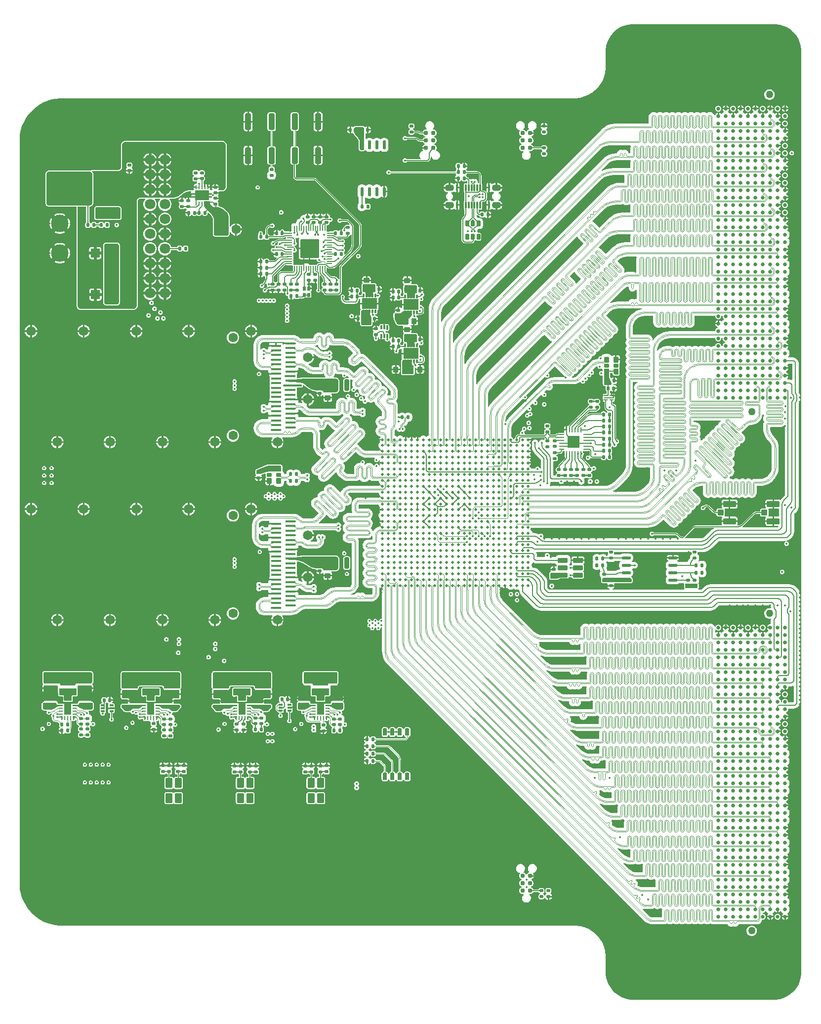
<source format=gtl>
G04*
G04 #@! TF.GenerationSoftware,Altium Limited,Altium Designer,24.3.1 (35)*
G04*
G04 Layer_Physical_Order=1*
G04 Layer_Color=255*
%FSLAX26Y26*%
%MOIN*%
G70*
G04*
G04 #@! TF.SameCoordinates,B8D88BDC-805E-4058-8E5C-6A9D1CDD6E12*
G04*
G04*
G04 #@! TF.FilePolarity,Positive*
G04*
G01*
G75*
%ADD12C,0.010000*%
%ADD16C,0.005000*%
%ADD19C,0.008000*%
G04:AMPARAMS|DCode=21|XSize=23.622mil|YSize=9.842mil|CornerRadius=1.23mil|HoleSize=0mil|Usage=FLASHONLY|Rotation=270.000|XOffset=0mil|YOffset=0mil|HoleType=Round|Shape=RoundedRectangle|*
%AMROUNDEDRECTD21*
21,1,0.023622,0.007382,0,0,270.0*
21,1,0.021161,0.009842,0,0,270.0*
1,1,0.002461,-0.003691,-0.010581*
1,1,0.002461,-0.003691,0.010581*
1,1,0.002461,0.003691,0.010581*
1,1,0.002461,0.003691,-0.010581*
%
%ADD21ROUNDEDRECTD21*%
G04:AMPARAMS|DCode=22|XSize=23.622mil|YSize=10.827mil|CornerRadius=1.353mil|HoleSize=0mil|Usage=FLASHONLY|Rotation=0.000|XOffset=0mil|YOffset=0mil|HoleType=Round|Shape=RoundedRectangle|*
%AMROUNDEDRECTD22*
21,1,0.023622,0.008120,0,0,0.0*
21,1,0.020915,0.010827,0,0,0.0*
1,1,0.002707,0.010458,-0.004060*
1,1,0.002707,-0.010458,-0.004060*
1,1,0.002707,-0.010458,0.004060*
1,1,0.002707,0.010458,0.004060*
%
%ADD22ROUNDEDRECTD22*%
G04:AMPARAMS|DCode=23|XSize=23.622mil|YSize=9.842mil|CornerRadius=1.23mil|HoleSize=0mil|Usage=FLASHONLY|Rotation=180.000|XOffset=0mil|YOffset=0mil|HoleType=Round|Shape=RoundedRectangle|*
%AMROUNDEDRECTD23*
21,1,0.023622,0.007382,0,0,180.0*
21,1,0.021161,0.009842,0,0,180.0*
1,1,0.002461,-0.010581,0.003691*
1,1,0.002461,0.010581,0.003691*
1,1,0.002461,0.010581,-0.003691*
1,1,0.002461,-0.010581,-0.003691*
%
%ADD23ROUNDEDRECTD23*%
G04:AMPARAMS|DCode=24|XSize=70.866mil|YSize=102.362mil|CornerRadius=1.772mil|HoleSize=0mil|Usage=FLASHONLY|Rotation=270.000|XOffset=0mil|YOffset=0mil|HoleType=Round|Shape=RoundedRectangle|*
%AMROUNDEDRECTD24*
21,1,0.070866,0.098819,0,0,270.0*
21,1,0.067323,0.102362,0,0,270.0*
1,1,0.003543,-0.049410,-0.033661*
1,1,0.003543,-0.049410,0.033661*
1,1,0.003543,0.049410,0.033661*
1,1,0.003543,0.049410,-0.033661*
%
%ADD24ROUNDEDRECTD24*%
G04:AMPARAMS|DCode=25|XSize=23.622mil|YSize=11.811mil|CornerRadius=1.476mil|HoleSize=0mil|Usage=FLASHONLY|Rotation=90.000|XOffset=0mil|YOffset=0mil|HoleType=Round|Shape=RoundedRectangle|*
%AMROUNDEDRECTD25*
21,1,0.023622,0.008858,0,0,90.0*
21,1,0.020669,0.011811,0,0,90.0*
1,1,0.002953,0.004429,0.010335*
1,1,0.002953,0.004429,-0.010335*
1,1,0.002953,-0.004429,-0.010335*
1,1,0.002953,-0.004429,0.010335*
%
%ADD25ROUNDEDRECTD25*%
G04:AMPARAMS|DCode=26|XSize=24.409mil|YSize=22.047mil|CornerRadius=5.512mil|HoleSize=0mil|Usage=FLASHONLY|Rotation=90.000|XOffset=0mil|YOffset=0mil|HoleType=Round|Shape=RoundedRectangle|*
%AMROUNDEDRECTD26*
21,1,0.024409,0.011024,0,0,90.0*
21,1,0.013386,0.022047,0,0,90.0*
1,1,0.011024,0.005512,0.006693*
1,1,0.011024,0.005512,-0.006693*
1,1,0.011024,-0.005512,-0.006693*
1,1,0.011024,-0.005512,0.006693*
%
%ADD26ROUNDEDRECTD26*%
G04:AMPARAMS|DCode=27|XSize=37.402mil|YSize=35.433mil|CornerRadius=4.429mil|HoleSize=0mil|Usage=FLASHONLY|Rotation=270.000|XOffset=0mil|YOffset=0mil|HoleType=Round|Shape=RoundedRectangle|*
%AMROUNDEDRECTD27*
21,1,0.037402,0.026575,0,0,270.0*
21,1,0.028543,0.035433,0,0,270.0*
1,1,0.008858,-0.013287,-0.014272*
1,1,0.008858,-0.013287,0.014272*
1,1,0.008858,0.013287,0.014272*
1,1,0.008858,0.013287,-0.014272*
%
%ADD27ROUNDEDRECTD27*%
G04:AMPARAMS|DCode=28|XSize=37.402mil|YSize=35.433mil|CornerRadius=4.429mil|HoleSize=0mil|Usage=FLASHONLY|Rotation=0.000|XOffset=0mil|YOffset=0mil|HoleType=Round|Shape=RoundedRectangle|*
%AMROUNDEDRECTD28*
21,1,0.037402,0.026575,0,0,0.0*
21,1,0.028543,0.035433,0,0,0.0*
1,1,0.008858,0.014272,-0.013287*
1,1,0.008858,-0.014272,-0.013287*
1,1,0.008858,-0.014272,0.013287*
1,1,0.008858,0.014272,0.013287*
%
%ADD28ROUNDEDRECTD28*%
G04:AMPARAMS|DCode=29|XSize=24.409mil|YSize=22.047mil|CornerRadius=5.512mil|HoleSize=0mil|Usage=FLASHONLY|Rotation=0.000|XOffset=0mil|YOffset=0mil|HoleType=Round|Shape=RoundedRectangle|*
%AMROUNDEDRECTD29*
21,1,0.024409,0.011024,0,0,0.0*
21,1,0.013386,0.022047,0,0,0.0*
1,1,0.011024,0.006693,-0.005512*
1,1,0.011024,-0.006693,-0.005512*
1,1,0.011024,-0.006693,0.005512*
1,1,0.011024,0.006693,0.005512*
%
%ADD29ROUNDEDRECTD29*%
G04:AMPARAMS|DCode=30|XSize=26.378mil|YSize=11.811mil|CornerRadius=1.476mil|HoleSize=0mil|Usage=FLASHONLY|Rotation=270.000|XOffset=0mil|YOffset=0mil|HoleType=Round|Shape=RoundedRectangle|*
%AMROUNDEDRECTD30*
21,1,0.026378,0.008858,0,0,270.0*
21,1,0.023425,0.011811,0,0,270.0*
1,1,0.002953,-0.004429,-0.011713*
1,1,0.002953,-0.004429,0.011713*
1,1,0.002953,0.004429,0.011713*
1,1,0.002953,0.004429,-0.011713*
%
%ADD30ROUNDEDRECTD30*%
G04:AMPARAMS|DCode=31|XSize=25.197mil|YSize=21.26mil|CornerRadius=5.315mil|HoleSize=0mil|Usage=FLASHONLY|Rotation=90.000|XOffset=0mil|YOffset=0mil|HoleType=Round|Shape=RoundedRectangle|*
%AMROUNDEDRECTD31*
21,1,0.025197,0.010630,0,0,90.0*
21,1,0.014567,0.021260,0,0,90.0*
1,1,0.010630,0.005315,0.007284*
1,1,0.010630,0.005315,-0.007284*
1,1,0.010630,-0.005315,-0.007284*
1,1,0.010630,-0.005315,0.007284*
%
%ADD31ROUNDEDRECTD31*%
G04:AMPARAMS|DCode=32|XSize=25.197mil|YSize=21.26mil|CornerRadius=5.315mil|HoleSize=0mil|Usage=FLASHONLY|Rotation=180.000|XOffset=0mil|YOffset=0mil|HoleType=Round|Shape=RoundedRectangle|*
%AMROUNDEDRECTD32*
21,1,0.025197,0.010630,0,0,180.0*
21,1,0.014567,0.021260,0,0,180.0*
1,1,0.010630,-0.007284,0.005315*
1,1,0.010630,0.007284,0.005315*
1,1,0.010630,0.007284,-0.005315*
1,1,0.010630,-0.007284,-0.005315*
%
%ADD32ROUNDEDRECTD32*%
G04:AMPARAMS|DCode=33|XSize=26.378mil|YSize=11.811mil|CornerRadius=1.476mil|HoleSize=0mil|Usage=FLASHONLY|Rotation=180.000|XOffset=0mil|YOffset=0mil|HoleType=Round|Shape=RoundedRectangle|*
%AMROUNDEDRECTD33*
21,1,0.026378,0.008858,0,0,180.0*
21,1,0.023425,0.011811,0,0,180.0*
1,1,0.002953,-0.011713,0.004429*
1,1,0.002953,0.011713,0.004429*
1,1,0.002953,0.011713,-0.004429*
1,1,0.002953,-0.011713,-0.004429*
%
%ADD33ROUNDEDRECTD33*%
G04:AMPARAMS|DCode=34|XSize=45.276mil|YSize=47.244mil|CornerRadius=3.396mil|HoleSize=0mil|Usage=FLASHONLY|Rotation=90.000|XOffset=0mil|YOffset=0mil|HoleType=Round|Shape=RoundedRectangle|*
%AMROUNDEDRECTD34*
21,1,0.045276,0.040453,0,0,90.0*
21,1,0.038484,0.047244,0,0,90.0*
1,1,0.006791,0.020226,0.019242*
1,1,0.006791,0.020226,-0.019242*
1,1,0.006791,-0.020226,-0.019242*
1,1,0.006791,-0.020226,0.019242*
%
%ADD34ROUNDEDRECTD34*%
G04:AMPARAMS|DCode=35|XSize=52.165mil|YSize=92.52mil|CornerRadius=4.956mil|HoleSize=0mil|Usage=FLASHONLY|Rotation=90.000|XOffset=0mil|YOffset=0mil|HoleType=Round|Shape=RoundedRectangle|*
%AMROUNDEDRECTD35*
21,1,0.052165,0.082608,0,0,90.0*
21,1,0.042254,0.092520,0,0,90.0*
1,1,0.009911,0.041304,0.021127*
1,1,0.009911,0.041304,-0.021127*
1,1,0.009911,-0.041304,-0.021127*
1,1,0.009911,-0.041304,0.021127*
%
%ADD35ROUNDEDRECTD35*%
G04:AMPARAMS|DCode=36|XSize=29.921mil|YSize=50mil|CornerRadius=7.48mil|HoleSize=0mil|Usage=FLASHONLY|Rotation=0.000|XOffset=0mil|YOffset=0mil|HoleType=Round|Shape=RoundedRectangle|*
%AMROUNDEDRECTD36*
21,1,0.029921,0.035039,0,0,0.0*
21,1,0.014961,0.050000,0,0,0.0*
1,1,0.014961,0.007480,-0.017520*
1,1,0.014961,-0.007480,-0.017520*
1,1,0.014961,-0.007480,0.017520*
1,1,0.014961,0.007480,0.017520*
%
%ADD36ROUNDEDRECTD36*%
G04:AMPARAMS|DCode=37|XSize=66.929mil|YSize=47.244mil|CornerRadius=5.906mil|HoleSize=0mil|Usage=FLASHONLY|Rotation=270.000|XOffset=0mil|YOffset=0mil|HoleType=Round|Shape=RoundedRectangle|*
%AMROUNDEDRECTD37*
21,1,0.066929,0.035433,0,0,270.0*
21,1,0.055118,0.047244,0,0,270.0*
1,1,0.011811,-0.017717,-0.027559*
1,1,0.011811,-0.017717,0.027559*
1,1,0.011811,0.017717,0.027559*
1,1,0.011811,0.017717,-0.027559*
%
%ADD37ROUNDEDRECTD37*%
G04:AMPARAMS|DCode=38|XSize=34.449mil|YSize=7.874mil|CornerRadius=0.984mil|HoleSize=0mil|Usage=FLASHONLY|Rotation=180.000|XOffset=0mil|YOffset=0mil|HoleType=Round|Shape=RoundedRectangle|*
%AMROUNDEDRECTD38*
21,1,0.034449,0.005906,0,0,180.0*
21,1,0.032480,0.007874,0,0,180.0*
1,1,0.001968,-0.016240,0.002953*
1,1,0.001968,0.016240,0.002953*
1,1,0.001968,0.016240,-0.002953*
1,1,0.001968,-0.016240,-0.002953*
%
%ADD38ROUNDEDRECTD38*%
G04:AMPARAMS|DCode=39|XSize=34.449mil|YSize=7.874mil|CornerRadius=0.984mil|HoleSize=0mil|Usage=FLASHONLY|Rotation=90.000|XOffset=0mil|YOffset=0mil|HoleType=Round|Shape=RoundedRectangle|*
%AMROUNDEDRECTD39*
21,1,0.034449,0.005906,0,0,90.0*
21,1,0.032480,0.007874,0,0,90.0*
1,1,0.001968,0.002953,0.016240*
1,1,0.001968,0.002953,-0.016240*
1,1,0.001968,-0.002953,-0.016240*
1,1,0.001968,-0.002953,0.016240*
%
%ADD39ROUNDEDRECTD39*%
G04:AMPARAMS|DCode=40|XSize=23.622mil|YSize=19.685mil|CornerRadius=1.476mil|HoleSize=0mil|Usage=FLASHONLY|Rotation=90.000|XOffset=0mil|YOffset=0mil|HoleType=Round|Shape=RoundedRectangle|*
%AMROUNDEDRECTD40*
21,1,0.023622,0.016732,0,0,90.0*
21,1,0.020669,0.019685,0,0,90.0*
1,1,0.002953,0.008366,0.010335*
1,1,0.002953,0.008366,-0.010335*
1,1,0.002953,-0.008366,-0.010335*
1,1,0.002953,-0.008366,0.010335*
%
%ADD40ROUNDEDRECTD40*%
G04:AMPARAMS|DCode=41|XSize=11.811mil|YSize=45.276mil|CornerRadius=1.476mil|HoleSize=0mil|Usage=FLASHONLY|Rotation=0.000|XOffset=0mil|YOffset=0mil|HoleType=Round|Shape=RoundedRectangle|*
%AMROUNDEDRECTD41*
21,1,0.011811,0.042323,0,0,0.0*
21,1,0.008858,0.045276,0,0,0.0*
1,1,0.002953,0.004429,-0.021161*
1,1,0.002953,-0.004429,-0.021161*
1,1,0.002953,-0.004429,0.021161*
1,1,0.002953,0.004429,0.021161*
%
%ADD41ROUNDEDRECTD41*%
G04:AMPARAMS|DCode=42|XSize=23.622mil|YSize=37.402mil|CornerRadius=2.953mil|HoleSize=0mil|Usage=FLASHONLY|Rotation=180.000|XOffset=0mil|YOffset=0mil|HoleType=Round|Shape=RoundedRectangle|*
%AMROUNDEDRECTD42*
21,1,0.023622,0.031496,0,0,180.0*
21,1,0.017716,0.037402,0,0,180.0*
1,1,0.005906,-0.008858,0.015748*
1,1,0.005906,0.008858,0.015748*
1,1,0.005906,0.008858,-0.015748*
1,1,0.005906,-0.008858,-0.015748*
%
%ADD42ROUNDEDRECTD42*%
G04:AMPARAMS|DCode=43|XSize=59.055mil|YSize=19.685mil|CornerRadius=4.921mil|HoleSize=0mil|Usage=FLASHONLY|Rotation=90.000|XOffset=0mil|YOffset=0mil|HoleType=Round|Shape=RoundedRectangle|*
%AMROUNDEDRECTD43*
21,1,0.059055,0.009843,0,0,90.0*
21,1,0.049213,0.019685,0,0,90.0*
1,1,0.009842,0.004921,0.024606*
1,1,0.009842,0.004921,-0.024606*
1,1,0.009842,-0.004921,-0.024606*
1,1,0.009842,-0.004921,0.024606*
%
%ADD43ROUNDEDRECTD43*%
G04:AMPARAMS|DCode=44|XSize=110.236mil|YSize=39.37mil|CornerRadius=4.921mil|HoleSize=0mil|Usage=FLASHONLY|Rotation=90.000|XOffset=0mil|YOffset=0mil|HoleType=Round|Shape=RoundedRectangle|*
%AMROUNDEDRECTD44*
21,1,0.110236,0.029528,0,0,90.0*
21,1,0.100394,0.039370,0,0,90.0*
1,1,0.009842,0.014764,0.050197*
1,1,0.009842,0.014764,-0.050197*
1,1,0.009842,-0.014764,-0.050197*
1,1,0.009842,-0.014764,0.050197*
%
%ADD44ROUNDEDRECTD44*%
G04:AMPARAMS|DCode=45|XSize=9.842mil|YSize=23.622mil|CornerRadius=1.034mil|HoleSize=0mil|Usage=FLASHONLY|Rotation=270.000|XOffset=0mil|YOffset=0mil|HoleType=Round|Shape=RoundedRectangle|*
%AMROUNDEDRECTD45*
21,1,0.009842,0.021555,0,0,270.0*
21,1,0.007776,0.023622,0,0,270.0*
1,1,0.002067,-0.010777,-0.003888*
1,1,0.002067,-0.010777,0.003888*
1,1,0.002067,0.010777,0.003888*
1,1,0.002067,0.010777,-0.003888*
%
%ADD45ROUNDEDRECTD45*%
G04:AMPARAMS|DCode=46|XSize=9.449mil|YSize=23.622mil|CornerRadius=0.992mil|HoleSize=0mil|Usage=FLASHONLY|Rotation=0.000|XOffset=0mil|YOffset=0mil|HoleType=Round|Shape=RoundedRectangle|*
%AMROUNDEDRECTD46*
21,1,0.009449,0.021638,0,0,0.0*
21,1,0.007465,0.023622,0,0,0.0*
1,1,0.001984,0.003732,-0.010819*
1,1,0.001984,-0.003732,-0.010819*
1,1,0.001984,-0.003732,0.010819*
1,1,0.001984,0.003732,0.010819*
%
%ADD46ROUNDEDRECTD46*%
G04:AMPARAMS|DCode=47|XSize=29.528mil|YSize=39.37mil|CornerRadius=2.362mil|HoleSize=0mil|Usage=FLASHONLY|Rotation=270.000|XOffset=0mil|YOffset=0mil|HoleType=Round|Shape=RoundedRectangle|*
%AMROUNDEDRECTD47*
21,1,0.029528,0.034646,0,0,270.0*
21,1,0.024803,0.039370,0,0,270.0*
1,1,0.004724,-0.017323,-0.012402*
1,1,0.004724,-0.017323,0.012402*
1,1,0.004724,0.017323,0.012402*
1,1,0.004724,0.017323,-0.012402*
%
%ADD47ROUNDEDRECTD47*%
G04:AMPARAMS|DCode=48|XSize=29.528mil|YSize=29.921mil|CornerRadius=2.362mil|HoleSize=0mil|Usage=FLASHONLY|Rotation=270.000|XOffset=0mil|YOffset=0mil|HoleType=Round|Shape=RoundedRectangle|*
%AMROUNDEDRECTD48*
21,1,0.029528,0.025197,0,0,270.0*
21,1,0.024803,0.029921,0,0,270.0*
1,1,0.004724,-0.012598,-0.012402*
1,1,0.004724,-0.012598,0.012402*
1,1,0.004724,0.012598,0.012402*
1,1,0.004724,0.012598,-0.012402*
%
%ADD48ROUNDEDRECTD48*%
G04:AMPARAMS|DCode=49|XSize=31.496mil|YSize=78.74mil|CornerRadius=7.874mil|HoleSize=0mil|Usage=FLASHONLY|Rotation=0.000|XOffset=0mil|YOffset=0mil|HoleType=Round|Shape=RoundedRectangle|*
%AMROUNDEDRECTD49*
21,1,0.031496,0.062992,0,0,0.0*
21,1,0.015748,0.078740,0,0,0.0*
1,1,0.015748,0.007874,-0.031496*
1,1,0.015748,-0.007874,-0.031496*
1,1,0.015748,-0.007874,0.031496*
1,1,0.015748,0.007874,0.031496*
%
%ADD49ROUNDEDRECTD49*%
G04:AMPARAMS|DCode=50|XSize=23.622mil|YSize=33.465mil|CornerRadius=2.362mil|HoleSize=0mil|Usage=FLASHONLY|Rotation=270.000|XOffset=0mil|YOffset=0mil|HoleType=Round|Shape=RoundedRectangle|*
%AMROUNDEDRECTD50*
21,1,0.023622,0.028740,0,0,270.0*
21,1,0.018898,0.033465,0,0,270.0*
1,1,0.004724,-0.014370,-0.009449*
1,1,0.004724,-0.014370,0.009449*
1,1,0.004724,0.014370,0.009449*
1,1,0.004724,0.014370,-0.009449*
%
%ADD50ROUNDEDRECTD50*%
G04:AMPARAMS|DCode=51|XSize=39.37mil|YSize=33.465mil|CornerRadius=3.346mil|HoleSize=0mil|Usage=FLASHONLY|Rotation=270.000|XOffset=0mil|YOffset=0mil|HoleType=Round|Shape=RoundedRectangle|*
%AMROUNDEDRECTD51*
21,1,0.039370,0.026772,0,0,270.0*
21,1,0.032677,0.033465,0,0,270.0*
1,1,0.006693,-0.013386,-0.016339*
1,1,0.006693,-0.013386,0.016339*
1,1,0.006693,0.013386,0.016339*
1,1,0.006693,0.013386,-0.016339*
%
%ADD51ROUNDEDRECTD51*%
%ADD52C,0.019685*%
%ADD53R,0.070866X0.013780*%
G04:AMPARAMS|DCode=54|XSize=59.055mil|YSize=19.685mil|CornerRadius=4.921mil|HoleSize=0mil|Usage=FLASHONLY|Rotation=180.000|XOffset=0mil|YOffset=0mil|HoleType=Round|Shape=RoundedRectangle|*
%AMROUNDEDRECTD54*
21,1,0.059055,0.009843,0,0,180.0*
21,1,0.049213,0.019685,0,0,180.0*
1,1,0.009842,-0.024606,0.004921*
1,1,0.009842,0.024606,0.004921*
1,1,0.009842,0.024606,-0.004921*
1,1,0.009842,-0.024606,-0.004921*
%
%ADD54ROUNDEDRECTD54*%
G04:AMPARAMS|DCode=55|XSize=66.929mil|YSize=31.496mil|CornerRadius=2.362mil|HoleSize=0mil|Usage=FLASHONLY|Rotation=180.000|XOffset=0mil|YOffset=0mil|HoleType=Round|Shape=RoundedRectangle|*
%AMROUNDEDRECTD55*
21,1,0.066929,0.026772,0,0,180.0*
21,1,0.062205,0.031496,0,0,180.0*
1,1,0.004724,-0.031102,0.013386*
1,1,0.004724,0.031102,0.013386*
1,1,0.004724,0.031102,-0.013386*
1,1,0.004724,-0.031102,-0.013386*
%
%ADD55ROUNDEDRECTD55*%
G04:AMPARAMS|DCode=56|XSize=39.37mil|YSize=41.339mil|CornerRadius=4.921mil|HoleSize=0mil|Usage=FLASHONLY|Rotation=270.000|XOffset=0mil|YOffset=0mil|HoleType=Round|Shape=RoundedRectangle|*
%AMROUNDEDRECTD56*
21,1,0.039370,0.031496,0,0,270.0*
21,1,0.029528,0.041339,0,0,270.0*
1,1,0.009842,-0.015748,-0.014764*
1,1,0.009842,-0.015748,0.014764*
1,1,0.009842,0.015748,0.014764*
1,1,0.009842,0.015748,-0.014764*
%
%ADD56ROUNDEDRECTD56*%
G04:AMPARAMS|DCode=57|XSize=41.339mil|YSize=86.614mil|CornerRadius=5.167mil|HoleSize=0mil|Usage=FLASHONLY|Rotation=270.000|XOffset=0mil|YOffset=0mil|HoleType=Round|Shape=RoundedRectangle|*
%AMROUNDEDRECTD57*
21,1,0.041339,0.076280,0,0,270.0*
21,1,0.031004,0.086614,0,0,270.0*
1,1,0.010335,-0.038140,-0.015502*
1,1,0.010335,-0.038140,0.015502*
1,1,0.010335,0.038140,0.015502*
1,1,0.010335,0.038140,-0.015502*
%
%ADD57ROUNDEDRECTD57*%
G04:AMPARAMS|DCode=58|XSize=7.874mil|YSize=23.622mil|CornerRadius=0.787mil|HoleSize=0mil|Usage=FLASHONLY|Rotation=90.000|XOffset=0mil|YOffset=0mil|HoleType=Round|Shape=RoundedRectangle|*
%AMROUNDEDRECTD58*
21,1,0.007874,0.022047,0,0,90.0*
21,1,0.006299,0.023622,0,0,90.0*
1,1,0.001575,0.011024,0.003150*
1,1,0.001575,0.011024,-0.003150*
1,1,0.001575,-0.011024,-0.003150*
1,1,0.001575,-0.011024,0.003150*
%
%ADD58ROUNDEDRECTD58*%
G04:AMPARAMS|DCode=59|XSize=7.874mil|YSize=62.992mil|CornerRadius=0.787mil|HoleSize=0mil|Usage=FLASHONLY|Rotation=90.000|XOffset=0mil|YOffset=0mil|HoleType=Round|Shape=RoundedRectangle|*
%AMROUNDEDRECTD59*
21,1,0.007874,0.061417,0,0,90.0*
21,1,0.006299,0.062992,0,0,90.0*
1,1,0.001575,0.030709,0.003150*
1,1,0.001575,0.030709,-0.003150*
1,1,0.001575,-0.030709,-0.003150*
1,1,0.001575,-0.030709,0.003150*
%
%ADD59ROUNDEDRECTD59*%
G04:AMPARAMS|DCode=60|XSize=9.449mil|YSize=35.433mil|CornerRadius=2.362mil|HoleSize=0mil|Usage=FLASHONLY|Rotation=90.000|XOffset=0mil|YOffset=0mil|HoleType=Round|Shape=RoundedRectangle|*
%AMROUNDEDRECTD60*
21,1,0.009449,0.030709,0,0,90.0*
21,1,0.004724,0.035433,0,0,90.0*
1,1,0.004724,0.015354,0.002362*
1,1,0.004724,0.015354,-0.002362*
1,1,0.004724,-0.015354,-0.002362*
1,1,0.004724,-0.015354,0.002362*
%
%ADD60ROUNDEDRECTD60*%
G04:AMPARAMS|DCode=61|XSize=9.449mil|YSize=35.433mil|CornerRadius=2.362mil|HoleSize=0mil|Usage=FLASHONLY|Rotation=180.000|XOffset=0mil|YOffset=0mil|HoleType=Round|Shape=RoundedRectangle|*
%AMROUNDEDRECTD61*
21,1,0.009449,0.030709,0,0,180.0*
21,1,0.004724,0.035433,0,0,180.0*
1,1,0.004724,-0.002362,0.015354*
1,1,0.004724,0.002362,0.015354*
1,1,0.004724,0.002362,-0.015354*
1,1,0.004724,-0.002362,-0.015354*
%
%ADD61ROUNDEDRECTD61*%
G04:AMPARAMS|DCode=62|XSize=82.677mil|YSize=82.677mil|CornerRadius=3.307mil|HoleSize=0mil|Usage=FLASHONLY|Rotation=90.000|XOffset=0mil|YOffset=0mil|HoleType=Round|Shape=RoundedRectangle|*
%AMROUNDEDRECTD62*
21,1,0.082677,0.076063,0,0,90.0*
21,1,0.076063,0.082677,0,0,90.0*
1,1,0.006614,0.038032,0.038032*
1,1,0.006614,0.038032,-0.038032*
1,1,0.006614,-0.038032,-0.038032*
1,1,0.006614,-0.038032,0.038032*
%
%ADD62ROUNDEDRECTD62*%
%ADD70C,0.031102*%
G04:AMPARAMS|DCode=71|XSize=94.488mil|YSize=64.961mil|CornerRadius=1.299mil|HoleSize=0mil|Usage=FLASHONLY|Rotation=0.000|XOffset=0mil|YOffset=0mil|HoleType=Round|Shape=RoundedRectangle|*
%AMROUNDEDRECTD71*
21,1,0.094488,0.062362,0,0,0.0*
21,1,0.091890,0.064961,0,0,0.0*
1,1,0.002598,0.045945,-0.031181*
1,1,0.002598,-0.045945,-0.031181*
1,1,0.002598,-0.045945,0.031181*
1,1,0.002598,0.045945,0.031181*
%
%ADD71ROUNDEDRECTD71*%
G04:AMPARAMS|DCode=72|XSize=179.528mil|YSize=168.504mil|CornerRadius=1.685mil|HoleSize=0mil|Usage=FLASHONLY|Rotation=270.000|XOffset=0mil|YOffset=0mil|HoleType=Round|Shape=RoundedRectangle|*
%AMROUNDEDRECTD72*
21,1,0.179528,0.165134,0,0,270.0*
21,1,0.176158,0.168504,0,0,270.0*
1,1,0.003370,-0.082567,-0.088079*
1,1,0.003370,-0.082567,0.088079*
1,1,0.003370,0.082567,0.088079*
1,1,0.003370,0.082567,-0.088079*
%
%ADD72ROUNDEDRECTD72*%
G04:AMPARAMS|DCode=73|XSize=218.504mil|YSize=55.118mil|CornerRadius=1.654mil|HoleSize=0mil|Usage=FLASHONLY|Rotation=270.000|XOffset=0mil|YOffset=0mil|HoleType=Round|Shape=RoundedRectangle|*
%AMROUNDEDRECTD73*
21,1,0.218504,0.051811,0,0,270.0*
21,1,0.215197,0.055118,0,0,270.0*
1,1,0.003307,-0.025906,-0.107599*
1,1,0.003307,-0.025906,0.107599*
1,1,0.003307,0.025906,0.107599*
1,1,0.003307,0.025906,-0.107599*
%
%ADD73ROUNDEDRECTD73*%
%ADD77C,0.025197*%
G04:AMPARAMS|DCode=80|XSize=62.992mil|YSize=43.307mil|CornerRadius=21.654mil|HoleSize=0mil|Usage=FLASHONLY|Rotation=0.000|XOffset=0mil|YOffset=0mil|HoleType=Round|Shape=RoundedRectangle|*
%AMROUNDEDRECTD80*
21,1,0.062992,0.000000,0,0,0.0*
21,1,0.019685,0.043307,0,0,0.0*
1,1,0.043307,0.009843,0.000000*
1,1,0.043307,-0.009843,0.000000*
1,1,0.043307,-0.009843,0.000000*
1,1,0.043307,0.009843,0.000000*
%
%ADD80ROUNDEDRECTD80*%
%ADD81C,0.062992*%
G04:AMPARAMS|DCode=82|XSize=62.992mil|YSize=62.992mil|CornerRadius=7.874mil|HoleSize=0mil|Usage=FLASHONLY|Rotation=0.000|XOffset=0mil|YOffset=0mil|HoleType=Round|Shape=RoundedRectangle|*
%AMROUNDEDRECTD82*
21,1,0.062992,0.047244,0,0,0.0*
21,1,0.047244,0.062992,0,0,0.0*
1,1,0.015748,0.023622,-0.023622*
1,1,0.015748,-0.023622,-0.023622*
1,1,0.015748,-0.023622,0.023622*
1,1,0.015748,0.023622,0.023622*
%
%ADD82ROUNDEDRECTD82*%
%ADD83C,0.070866*%
%ADD85C,0.118110*%
%ADD86C,0.050000*%
%ADD87C,0.196850*%
%ADD88C,0.013780*%
%ADD89C,0.003500*%
%ADD90C,0.004000*%
%ADD91C,0.007000*%
G04:AMPARAMS|DCode=92|XSize=88.583mil|YSize=49.213mil|CornerRadius=1.23mil|HoleSize=0mil|Usage=FLASHONLY|Rotation=270.000|XOffset=0mil|YOffset=0mil|HoleType=Round|Shape=RoundedRectangle|*
%AMROUNDEDRECTD92*
21,1,0.088583,0.046752,0,0,270.0*
21,1,0.086122,0.049213,0,0,270.0*
1,1,0.002461,-0.023376,-0.043061*
1,1,0.002461,-0.023376,0.043061*
1,1,0.002461,0.023376,0.043061*
1,1,0.002461,0.023376,-0.043061*
%
%ADD92ROUNDEDRECTD92*%
G04:AMPARAMS|DCode=93|XSize=125.984mil|YSize=125.984mil|CornerRadius=1.89mil|HoleSize=0mil|Usage=FLASHONLY|Rotation=270.000|XOffset=0mil|YOffset=0mil|HoleType=Round|Shape=RoundedRectangle|*
%AMROUNDEDRECTD93*
21,1,0.125984,0.122205,0,0,270.0*
21,1,0.122205,0.125984,0,0,270.0*
1,1,0.003780,-0.061102,-0.061102*
1,1,0.003780,-0.061102,0.061102*
1,1,0.003780,0.061102,0.061102*
1,1,0.003780,0.061102,-0.061102*
%
%ADD93ROUNDEDRECTD93*%
%ADD94R,0.001968X0.003937*%
G04:AMPARAMS|DCode=95|XSize=1.968mil|YSize=3.937mil|CornerRadius=0mil|HoleSize=0mil|Usage=FLASHONLY|Rotation=315.000|XOffset=0mil|YOffset=0mil|HoleType=Round|Shape=Rectangle|*
%AMROTATEDRECTD95*
4,1,4,-0.002088,-0.000696,0.000696,0.002088,0.002088,0.000696,-0.000696,-0.002088,-0.002088,-0.000696,0.0*
%
%ADD95ROTATEDRECTD95*%

G04:AMPARAMS|DCode=96|XSize=1.968mil|YSize=3.937mil|CornerRadius=0mil|HoleSize=0mil|Usage=FLASHONLY|Rotation=45.000|XOffset=0mil|YOffset=0mil|HoleType=Round|Shape=Rectangle|*
%AMROTATEDRECTD96*
4,1,4,0.000696,-0.002088,-0.002088,0.000696,-0.000696,0.002088,0.002088,-0.000696,0.000696,-0.002088,0.0*
%
%ADD96ROTATEDRECTD96*%

%ADD97R,0.001969X0.001969*%
%ADD98P,0.002784X4X180.0*%
%ADD99P,0.002784X4X90.0*%
%ADD100C,0.064961*%
%ADD101C,0.013780*%
G36*
X7150000Y8294706D02*
X7162106D01*
X7186112Y8291546D01*
X7209500Y8285279D01*
X7231869Y8276014D01*
X7252837Y8263907D01*
X7272047Y8249167D01*
X7289168Y8232047D01*
X7303907Y8212837D01*
X7316014Y8191868D01*
X7325279Y8169500D01*
X7331546Y8146112D01*
X7334706Y8122106D01*
X7334707Y8110000D01*
X7334706Y1900000D01*
X7334706Y1887894D01*
X7331546Y1863888D01*
X7325279Y1840501D01*
X7316013Y1818131D01*
X7303907Y1797162D01*
X7289167Y1777953D01*
X7272047Y1760832D01*
X7252837Y1746092D01*
X7231869Y1733986D01*
X7209499Y1724721D01*
X7186112Y1718454D01*
X7162106Y1715293D01*
X7150000D01*
X6200000Y1715293D01*
X6187894D01*
X6163888Y1718454D01*
X6140500Y1724721D01*
X6118131Y1733986D01*
X6097162Y1746092D01*
X6077953Y1760832D01*
X6060832Y1777953D01*
X6046092Y1797162D01*
X6033986Y1818131D01*
X6024721Y1840500D01*
X6018454Y1863888D01*
X6015293Y1887894D01*
X6015293Y1900000D01*
X6015293Y2000000D01*
X6015244Y2000249D01*
X6015285Y2000500D01*
X6014857Y2013581D01*
X6014685Y2014320D01*
X6014734Y2015077D01*
X6011319Y2041014D01*
X6010995Y2041969D01*
X6010929Y2042976D01*
X6004158Y2068246D01*
X6003712Y2069151D01*
X6003515Y2070140D01*
X5993504Y2094310D01*
X5992943Y2095149D01*
X5992619Y2096104D01*
X5979538Y2118760D01*
X5978873Y2119519D01*
X5978427Y2120424D01*
X5962501Y2141179D01*
X5961742Y2141844D01*
X5961182Y2142683D01*
X5942683Y2161182D01*
X5941845Y2161742D01*
X5941179Y2162501D01*
X5920424Y2178427D01*
X5919519Y2178873D01*
X5918761Y2179538D01*
X5896104Y2192619D01*
X5895149Y2192943D01*
X5894310Y2193504D01*
X5870140Y2203515D01*
X5869151Y2203712D01*
X5868246Y2204158D01*
X5842976Y2210929D01*
X5841970Y2210995D01*
X5841014Y2211320D01*
X5815077Y2214734D01*
X5814320Y2214685D01*
X5813581Y2214857D01*
X5800501Y2215285D01*
X5800250Y2215244D01*
X5800000Y2215293D01*
X2330014D01*
X2302173Y2218035D01*
X2274738Y2223493D01*
X2247970Y2231613D01*
X2222125Y2242318D01*
X2197455Y2255504D01*
X2174195Y2271046D01*
X2152572Y2288792D01*
X2132791Y2308572D01*
X2115046Y2330196D01*
X2099504Y2353455D01*
X2086318Y2378126D01*
X2075613Y2403970D01*
X2067492Y2430739D01*
X2062035Y2458174D01*
X2059293Y2486014D01*
Y2500000D01*
X2059293Y4213000D01*
X2059293Y7510000D01*
Y7523986D01*
X2062035Y7551826D01*
X2067492Y7579261D01*
X2075612Y7606030D01*
X2086318Y7631874D01*
X2099504Y7656545D01*
X2115046Y7679805D01*
X2132792Y7701428D01*
X2152572Y7721208D01*
X2174196Y7738954D01*
X2197455Y7754495D01*
X2222126Y7767682D01*
X2247970Y7778387D01*
X2274739Y7786507D01*
X2302174Y7791965D01*
X2330014Y7794707D01*
X5800000D01*
X5800249Y7794756D01*
X5800500Y7794715D01*
X5813581Y7795143D01*
X5814320Y7795315D01*
X5815077Y7795266D01*
X5841014Y7798680D01*
X5841970Y7799005D01*
X5842976Y7799071D01*
X5868246Y7805842D01*
X5869151Y7806288D01*
X5870140Y7806485D01*
X5894310Y7816496D01*
X5895149Y7817056D01*
X5896104Y7817381D01*
X5918761Y7830462D01*
X5919519Y7831127D01*
X5920424Y7831573D01*
X5941179Y7847499D01*
X5941844Y7848257D01*
X5942683Y7848818D01*
X5961182Y7867317D01*
X5961742Y7868155D01*
X5962501Y7868821D01*
X5978427Y7889576D01*
X5978873Y7890481D01*
X5979538Y7891239D01*
X5992619Y7913895D01*
X5992943Y7914851D01*
X5993504Y7915690D01*
X6003515Y7939859D01*
X6003712Y7940849D01*
X6004158Y7941754D01*
X6010929Y7967023D01*
X6010995Y7968030D01*
X6011319Y7968986D01*
X6014734Y7994923D01*
X6014685Y7995680D01*
X6014857Y7996419D01*
X6015285Y8009499D01*
X6015244Y8009750D01*
X6015293Y8010000D01*
Y8110000D01*
Y8122106D01*
X6018454Y8146112D01*
X6024721Y8169500D01*
X6033986Y8191869D01*
X6046092Y8212837D01*
X6060832Y8232047D01*
X6077953Y8249168D01*
X6097162Y8263907D01*
X6118131Y8276014D01*
X6140500Y8285279D01*
X6163888Y8291546D01*
X6187894Y8294707D01*
X6200000Y8294707D01*
X7150000Y8294706D01*
D02*
G37*
%LPC*%
G36*
X7124686Y7855433D02*
X7115471D01*
X7106569Y7853048D01*
X7098588Y7848440D01*
X7092072Y7841924D01*
X7087464Y7833943D01*
X7085079Y7825041D01*
Y7815825D01*
X7087464Y7806924D01*
X7092072Y7798943D01*
X7098588Y7792426D01*
X7106569Y7787818D01*
X7115471Y7785433D01*
X7124686D01*
X7133588Y7787818D01*
X7141569Y7792426D01*
X7148086Y7798943D01*
X7152694Y7806924D01*
X7155079Y7815825D01*
Y7825041D01*
X7152694Y7833943D01*
X7148086Y7841924D01*
X7141569Y7848440D01*
X7133588Y7853048D01*
X7124686Y7855433D01*
D02*
G37*
G36*
X7230000Y7747389D02*
Y7730000D01*
X7247389D01*
X7244158Y7737801D01*
X7237801Y7744158D01*
X7230000Y7747389D01*
D02*
G37*
G36*
X7130000D02*
Y7730000D01*
X7147389D01*
X7144158Y7737801D01*
X7137801Y7744158D01*
X7130000Y7747389D01*
D02*
G37*
G36*
X7030000D02*
Y7730000D01*
X7047389D01*
X7044158Y7737801D01*
X7037801Y7744158D01*
X7030000Y7747389D01*
D02*
G37*
G36*
X6930000D02*
Y7730000D01*
X6947389D01*
X6944158Y7737801D01*
X6937801Y7744158D01*
X6930000Y7747389D01*
D02*
G37*
G36*
X6830000D02*
Y7730000D01*
X6847389D01*
X6844158Y7737801D01*
X6837801Y7744158D01*
X6830000Y7747389D01*
D02*
G37*
G36*
X7220000D02*
X7212199Y7744158D01*
X7205842Y7737801D01*
X7202611Y7730000D01*
X7220000D01*
Y7747389D01*
D02*
G37*
G36*
X7120000D02*
X7112199Y7744158D01*
X7105842Y7737801D01*
X7102611Y7730000D01*
X7120000D01*
Y7747389D01*
D02*
G37*
G36*
X7020000D02*
X7012199Y7744158D01*
X7005842Y7737801D01*
X7002611Y7730000D01*
X7020000D01*
Y7747389D01*
D02*
G37*
G36*
X6920000D02*
X6912199Y7744158D01*
X6905842Y7737801D01*
X6902611Y7730000D01*
X6920000D01*
Y7747389D01*
D02*
G37*
G36*
X6820000D02*
X6812199Y7744158D01*
X6805842Y7737801D01*
X6802611Y7730000D01*
X6820000D01*
Y7747389D01*
D02*
G37*
G36*
X7178998Y7745098D02*
X7171002D01*
X7163615Y7742039D01*
X7157961Y7736385D01*
X7154902Y7728998D01*
Y7721002D01*
X7157961Y7713615D01*
X7163615Y7707961D01*
X7171002Y7704902D01*
X7178998D01*
X7186385Y7707961D01*
X7192039Y7713615D01*
X7195098Y7721002D01*
Y7728998D01*
X7192039Y7736385D01*
X7186385Y7742039D01*
X7178998Y7745098D01*
D02*
G37*
G36*
X7078998D02*
X7071002D01*
X7063615Y7742039D01*
X7057961Y7736385D01*
X7054902Y7728998D01*
Y7721002D01*
X7057961Y7713615D01*
X7063615Y7707961D01*
X7071002Y7704902D01*
X7078998D01*
X7086385Y7707961D01*
X7092039Y7713615D01*
X7095098Y7721002D01*
Y7728998D01*
X7092039Y7736385D01*
X7086385Y7742039D01*
X7078998Y7745098D01*
D02*
G37*
G36*
X6978998D02*
X6971002D01*
X6963615Y7742039D01*
X6957961Y7736385D01*
X6954902Y7728998D01*
Y7721002D01*
X6957961Y7713615D01*
X6963615Y7707961D01*
X6971002Y7704902D01*
X6978998D01*
X6986385Y7707961D01*
X6992039Y7713615D01*
X6995098Y7721002D01*
Y7728998D01*
X6992039Y7736385D01*
X6986385Y7742039D01*
X6978998Y7745098D01*
D02*
G37*
G36*
X6878998D02*
X6871002D01*
X6863615Y7742039D01*
X6857961Y7736385D01*
X6854902Y7728998D01*
Y7721002D01*
X6857961Y7713615D01*
X6863615Y7707961D01*
X6871002Y7704902D01*
X6878998D01*
X6886385Y7707961D01*
X6892039Y7713615D01*
X6895098Y7721002D01*
Y7728998D01*
X6892039Y7736385D01*
X6886385Y7742039D01*
X6878998Y7745098D01*
D02*
G37*
G36*
X6778998D02*
X6771002D01*
X6763615Y7742039D01*
X6757961Y7736385D01*
X6754902Y7728998D01*
Y7721002D01*
X6757961Y7713615D01*
X6763615Y7707961D01*
X6771002Y7704902D01*
X6778998D01*
X6786385Y7707961D01*
X6792039Y7713615D01*
X6795098Y7721002D01*
Y7728998D01*
X6792039Y7736385D01*
X6786385Y7742039D01*
X6778998Y7745098D01*
D02*
G37*
G36*
X7247389Y7720000D02*
X7230000D01*
Y7702611D01*
X7237801Y7705842D01*
X7244158Y7712199D01*
X7247389Y7720000D01*
D02*
G37*
G36*
X7220000D02*
X7202611D01*
X7205842Y7712199D01*
X7212199Y7705842D01*
X7220000Y7702611D01*
Y7720000D01*
D02*
G37*
G36*
X7147389D02*
X7125000D01*
X7102611D01*
X7105842Y7712199D01*
X7110744Y7707297D01*
X7110674Y7702224D01*
X7110262Y7701246D01*
X7106519Y7699085D01*
X7100915Y7693481D01*
X7098754Y7689738D01*
X7097776Y7689326D01*
X7092703Y7689256D01*
X7087801Y7694158D01*
X7080000Y7697389D01*
Y7675000D01*
X7070000D01*
Y7697389D01*
X7062199Y7694158D01*
X7057297Y7689256D01*
X7052224Y7689326D01*
X7051246Y7689738D01*
X7049085Y7693481D01*
X7043481Y7699085D01*
X7039738Y7701246D01*
X7039326Y7702224D01*
X7039256Y7707297D01*
X7044158Y7712199D01*
X7047389Y7720000D01*
X7025000D01*
X7002611D01*
X7005842Y7712199D01*
X7010744Y7707297D01*
X7010674Y7702224D01*
X7010262Y7701246D01*
X7006519Y7699085D01*
X7000915Y7693481D01*
X6998754Y7689738D01*
X6997776Y7689326D01*
X6992703Y7689256D01*
X6987801Y7694158D01*
X6980000Y7697389D01*
Y7675000D01*
X6970000D01*
Y7697389D01*
X6962199Y7694158D01*
X6957297Y7689256D01*
X6952224Y7689326D01*
X6951246Y7689738D01*
X6949085Y7693481D01*
X6943481Y7699085D01*
X6939738Y7701246D01*
X6939326Y7702224D01*
X6939256Y7707297D01*
X6944158Y7712199D01*
X6947389Y7720000D01*
X6925000D01*
X6902611D01*
X6905842Y7712199D01*
X6910744Y7707297D01*
X6910674Y7702224D01*
X6910262Y7701246D01*
X6906519Y7699085D01*
X6900915Y7693481D01*
X6898754Y7689738D01*
X6897776Y7689326D01*
X6892703Y7689256D01*
X6887801Y7694158D01*
X6880000Y7697389D01*
Y7675000D01*
X6870000D01*
Y7697389D01*
X6862199Y7694158D01*
X6857297Y7689256D01*
X6852224Y7689326D01*
X6851246Y7689738D01*
X6849085Y7693481D01*
X6843481Y7699085D01*
X6839738Y7701246D01*
X6839326Y7702224D01*
X6839256Y7707297D01*
X6844158Y7712199D01*
X6847389Y7720000D01*
X6825000D01*
X6802611D01*
X6805842Y7712199D01*
X6810744Y7707297D01*
X6810674Y7702224D01*
X6810262Y7701246D01*
X6806519Y7699085D01*
X6800915Y7693481D01*
X6798754Y7689738D01*
X6797776Y7689326D01*
X6792703Y7689256D01*
X6787801Y7694158D01*
X6780000Y7697389D01*
Y7675000D01*
X6770000D01*
Y7697389D01*
X6762199Y7694158D01*
X6755842Y7687801D01*
X6753085Y7681144D01*
X6747782Y7680880D01*
X6746550Y7683854D01*
X6741172Y7690863D01*
X6734164Y7696240D01*
X6726003Y7699621D01*
X6717244Y7700774D01*
X6708486Y7699621D01*
X6700325Y7696240D01*
X6696194Y7693071D01*
X6692064Y7696240D01*
X6683903Y7699621D01*
X6675144Y7700774D01*
X6666386Y7699621D01*
X6658225Y7696240D01*
X6654094Y7693071D01*
X6649964Y7696240D01*
X6641803Y7699621D01*
X6633044Y7700774D01*
X6624286Y7699621D01*
X6616125Y7696240D01*
X6611994Y7693071D01*
X6607864Y7696240D01*
X6599703Y7699621D01*
X6590944Y7700774D01*
X6582186Y7699621D01*
X6574025Y7696240D01*
X6569894Y7693071D01*
X6565764Y7696240D01*
X6557603Y7699621D01*
X6548844Y7700774D01*
X6540086Y7699621D01*
X6531925Y7696240D01*
X6527794Y7693071D01*
X6523664Y7696240D01*
X6515503Y7699621D01*
X6506744Y7700774D01*
X6497986Y7699621D01*
X6489825Y7696240D01*
X6485694Y7693071D01*
X6481564Y7696240D01*
X6473403Y7699621D01*
X6464644Y7700774D01*
X6455886Y7699621D01*
X6447725Y7696240D01*
X6443594Y7693071D01*
X6439464Y7696240D01*
X6431303Y7699621D01*
X6422544Y7700774D01*
X6413786Y7699621D01*
X6405625Y7696240D01*
X6401494Y7693071D01*
X6397364Y7696240D01*
X6389203Y7699621D01*
X6380444Y7700774D01*
X6371686Y7699621D01*
X6363525Y7696240D01*
X6359394Y7693071D01*
X6355264Y7696240D01*
X6347103Y7699621D01*
X6338344Y7700774D01*
X6329586Y7699621D01*
X6321425Y7696240D01*
X6314416Y7690863D01*
X6309038Y7683854D01*
X6305658Y7675693D01*
X6304676Y7668237D01*
X6304417Y7666934D01*
Y7623177D01*
X6077421D01*
Y7623192D01*
X6057524Y7621626D01*
X6038117Y7616967D01*
X6019677Y7609329D01*
X6002660Y7598901D01*
X5987483Y7585938D01*
X5987483Y7585939D01*
X5983958Y7582392D01*
X4856622Y6455057D01*
X4856622Y6455056D01*
X4856612Y6455067D01*
X4843649Y6439890D01*
X4833221Y6422873D01*
X4825583Y6404433D01*
X4820924Y6385026D01*
X4819358Y6365129D01*
X4819373D01*
Y5519468D01*
X4819235D01*
X4812281Y5517605D01*
X4806046Y5514005D01*
X4803150Y5511109D01*
X4800253Y5514005D01*
X4794018Y5517605D01*
X4787064Y5519468D01*
X4779865D01*
X4772911Y5517605D01*
X4766676Y5514005D01*
X4761585Y5508915D01*
X4761363Y5508529D01*
X4756405Y5507877D01*
X4755334Y5508948D01*
X4749095Y5511532D01*
Y5492126D01*
X4739095D01*
Y5511532D01*
X4732855Y5508948D01*
X4727273Y5503366D01*
X4726909Y5502489D01*
X4721909D01*
X4721546Y5503366D01*
X4715964Y5508948D01*
X4709724Y5511532D01*
Y5492126D01*
X4699724D01*
Y5511532D01*
X4693484Y5508948D01*
X4687903Y5503366D01*
X4687539Y5502489D01*
X4682539D01*
X4682176Y5503366D01*
X4676594Y5508948D01*
X4670354Y5511532D01*
Y5492126D01*
X4660354D01*
Y5511532D01*
X4654114Y5508948D01*
X4653043Y5507877D01*
X4648086Y5508529D01*
X4647864Y5508915D01*
X4642773Y5514005D01*
X4636538Y5517605D01*
X4629584Y5519468D01*
X4622385D01*
X4615430Y5517605D01*
X4609195Y5514005D01*
X4606299Y5511109D01*
X4603403Y5514005D01*
X4597168Y5517605D01*
X4590214Y5519468D01*
X4590209D01*
Y5547264D01*
X4590150Y5547566D01*
X4591052Y5552104D01*
X4593622Y5555950D01*
X4593878Y5556122D01*
X4594311Y5556769D01*
X4598767Y5562199D01*
X4604132Y5560855D01*
X4604802Y5557489D01*
X4609056Y5551122D01*
X4615424Y5546867D01*
X4622935Y5545373D01*
X4630446Y5546867D01*
X4633349Y5548806D01*
X4636251Y5546867D01*
X4643762Y5545373D01*
X4651273Y5546867D01*
X4657641Y5551122D01*
X4661895Y5557489D01*
X4663389Y5565000D01*
Y5565451D01*
X4663389Y5565452D01*
X4661895Y5572963D01*
X4658220Y5578463D01*
X4665810Y5586054D01*
X4669382Y5589553D01*
X4669382Y5589553D01*
X4677328Y5599910D01*
X4682324Y5611970D01*
X4682436Y5612822D01*
X4686092D01*
X4694994Y5614593D01*
X4702541Y5619635D01*
X4707584Y5627182D01*
X4709354Y5636084D01*
Y5650651D01*
X4707584Y5659553D01*
X4702541Y5667100D01*
X4694994Y5672142D01*
X4686092Y5673913D01*
X4675463D01*
X4666561Y5672142D01*
X4660699Y5668225D01*
X4654837Y5672142D01*
X4645935Y5673913D01*
X4635305D01*
X4626403Y5672142D01*
X4618856Y5667100D01*
X4617640Y5665279D01*
X4612740Y5665960D01*
X4612177Y5666765D01*
Y5722065D01*
X4612046Y5722727D01*
X4610808Y5732129D01*
X4606923Y5741507D01*
X4600744Y5749560D01*
X4599368Y5750615D01*
Y5755615D01*
X4600744Y5756671D01*
X4606923Y5764724D01*
X4610808Y5774102D01*
X4612046Y5783504D01*
X4612177Y5784166D01*
Y5806360D01*
X4612162Y5806434D01*
X4612202Y5806835D01*
X4612137Y5807497D01*
X4612142Y5807535D01*
X4612142Y5807541D01*
X4612127Y5807597D01*
X4610605Y5823051D01*
X4605874Y5838644D01*
X4598193Y5853015D01*
X4587864Y5865601D01*
X4587864D01*
X4584323Y5869111D01*
X4396682Y6056752D01*
X4396681Y6056753D01*
X4393881Y6059553D01*
X4393880Y6059554D01*
X4392775Y6060659D01*
X4392214Y6061034D01*
X4384690Y6066807D01*
X4375313Y6070691D01*
X4365249Y6072016D01*
X4363530Y6071790D01*
X4359994Y6075325D01*
X4360221Y6077045D01*
X4358896Y6087108D01*
X4355011Y6096486D01*
X4349238Y6104011D01*
X4348864Y6104570D01*
X4336194Y6117240D01*
X4336194Y6117240D01*
X4333393Y6120041D01*
X4333393Y6120041D01*
X4311054Y6142380D01*
X4307549Y6145947D01*
X4307441Y6146079D01*
X4303819Y6149051D01*
X4293674Y6157377D01*
X4277968Y6165772D01*
X4260925Y6170942D01*
X4243204Y6172687D01*
Y6172628D01*
X4243204Y6172627D01*
X4243203Y6172627D01*
X4182167D01*
Y6175072D01*
X4182035Y6175734D01*
X4180798Y6185136D01*
X4176913Y6194513D01*
X4170734Y6202566D01*
X4162681Y6208745D01*
X4153303Y6212630D01*
X4143240Y6213955D01*
X4133176Y6212630D01*
X4123799Y6208745D01*
X4115746Y6202566D01*
X4114690Y6201190D01*
X4109690D01*
X4108634Y6202566D01*
X4100581Y6208745D01*
X4091204Y6212630D01*
X4081140Y6213955D01*
X4071076Y6212630D01*
X4061699Y6208745D01*
X4053646Y6202566D01*
X4047467Y6194513D01*
X4043582Y6185136D01*
X4042344Y6175734D01*
X4042213Y6175072D01*
Y6172627D01*
X3962713D01*
X3962088Y6172503D01*
X3955314Y6173850D01*
X3949571Y6177687D01*
X3949217Y6178217D01*
X3948662Y6178588D01*
X3939371Y6186213D01*
X3928191Y6192189D01*
X3916060Y6195869D01*
X3904098Y6197047D01*
X3903444Y6197177D01*
X3705000D01*
X3704463Y6197070D01*
X3691905Y6195833D01*
X3679313Y6192014D01*
X3667708Y6185811D01*
X3657537Y6177463D01*
X3649189Y6167292D01*
X3642986Y6155687D01*
X3639167Y6143095D01*
X3637930Y6130537D01*
X3637823Y6130000D01*
Y6025000D01*
X3637954Y6024339D01*
X3639129Y6012411D01*
X3642801Y6000306D01*
X3648764Y5989150D01*
X3656789Y5979372D01*
X3666567Y5971347D01*
X3677723Y5965384D01*
X3689828Y5961712D01*
X3701756Y5960538D01*
X3702417Y5960406D01*
X3737224D01*
Y5943721D01*
X3744724D01*
Y5941614D01*
X3790157D01*
Y5931614D01*
X3744724D01*
Y5919725D01*
X3747224Y5919508D01*
Y5890729D01*
X3747224D01*
Y5888011D01*
X3747224D01*
Y5859232D01*
X3747224D01*
X3747225Y5859230D01*
X3747474Y5854336D01*
Y5829915D01*
X3747224Y5825020D01*
X3747224Y5823090D01*
X3747224Y5794882D01*
X3747224Y5791240D01*
Y5764744D01*
X3744724Y5764528D01*
Y5752638D01*
X3790158D01*
Y5742638D01*
X3744724D01*
Y5740531D01*
X3737224D01*
Y5724177D01*
X3726400Y5724177D01*
X3726261Y5724149D01*
X3723939Y5724611D01*
X3719878Y5726878D01*
X3719878Y5726878D01*
X3713511Y5731133D01*
X3706000Y5732627D01*
X3698489Y5731133D01*
X3692121Y5726878D01*
X3687867Y5720511D01*
X3686373Y5713000D01*
X3687867Y5705489D01*
X3691000Y5700800D01*
Y5700200D01*
X3687867Y5695511D01*
X3686373Y5688000D01*
X3687867Y5680489D01*
X3692122Y5674122D01*
X3698489Y5669867D01*
X3706000Y5668373D01*
X3713511Y5669867D01*
X3719878Y5674122D01*
X3719878Y5674121D01*
X3723816Y5676687D01*
X3727496Y5677419D01*
X3727728Y5677373D01*
X3737224D01*
Y5660256D01*
X3744724D01*
Y5658150D01*
X3790158D01*
Y5648150D01*
X3744724D01*
Y5646043D01*
X3737224D01*
Y5629308D01*
X3697131D01*
X3696214Y5629125D01*
X3685578Y5628078D01*
X3674470Y5624708D01*
X3664232Y5619236D01*
X3655259Y5611872D01*
X3647894Y5602898D01*
X3642422Y5592661D01*
X3639053Y5581552D01*
X3638005Y5570916D01*
X3637823Y5570000D01*
X3637978Y5569222D01*
X3639094Y5557885D01*
X3642628Y5546236D01*
X3648367Y5535500D01*
X3656089Y5526089D01*
X3665500Y5518367D01*
X3676236Y5512628D01*
X3687885Y5509094D01*
X3699222Y5507978D01*
X3700000Y5507823D01*
X3764442D01*
X3766356Y5503203D01*
X3765220Y5502068D01*
X3759627Y5492381D01*
X3756841Y5481985D01*
X3799213D01*
X3841584D01*
X3838798Y5492381D01*
X3833205Y5502068D01*
X3832070Y5503203D01*
X3833983Y5507823D01*
X3894613D01*
X3894702Y5507817D01*
Y5507817D01*
X3910212Y5509345D01*
X3925126Y5513869D01*
X3938871Y5521216D01*
X3947163Y5528021D01*
X3947164Y5528022D01*
X3947172Y5528028D01*
X3950919Y5531103D01*
X3950915Y5531108D01*
X3958238Y5538430D01*
X3958720Y5539152D01*
X3965798Y5543882D01*
X3974148Y5545542D01*
X3975000Y5545373D01*
X4020000D01*
X4020688Y5545510D01*
X4027901Y5544075D01*
X4034599Y5539599D01*
X4039075Y5532901D01*
X4040510Y5525688D01*
X4040373Y5525000D01*
Y5456139D01*
X4040373Y5451197D01*
X4040372Y5451181D01*
X4040373Y5451139D01*
X4040381D01*
X4040423Y5450927D01*
X4041791Y5437040D01*
X4045903Y5423483D01*
X4052581Y5410989D01*
X4061245Y5400433D01*
X4061470Y5400095D01*
X4061601Y5399965D01*
X4061601Y5399965D01*
X4071476Y5390090D01*
X4071476Y5390090D01*
X4071477Y5390089D01*
X4071694Y5389872D01*
X4075081Y5386446D01*
X4075211Y5386310D01*
X4075357Y5386208D01*
X4075359Y5386206D01*
X4075707Y5385974D01*
X4079009Y5383456D01*
X4083468Y5380035D01*
X4091577Y5376676D01*
X4093503Y5371531D01*
X4040098Y5318126D01*
X4039722Y5317564D01*
X4033950Y5310041D01*
X4030066Y5300663D01*
X4028741Y5290600D01*
X4030066Y5280537D01*
X4033950Y5271159D01*
X4037218Y5266900D01*
X4039722Y5263636D01*
X4040097Y5263074D01*
X4040659Y5262699D01*
X4043923Y5260195D01*
X4048182Y5256927D01*
X4057560Y5253042D01*
X4067623Y5251717D01*
X4069343Y5251944D01*
X4072878Y5248408D01*
X4072652Y5246689D01*
X4073977Y5236625D01*
X4077861Y5227248D01*
X4081068Y5223069D01*
X4081232Y5222850D01*
X4083761Y5219458D01*
X4083880Y5219232D01*
X4083877Y5219229D01*
X4083895Y5219202D01*
X4083901Y5219197D01*
X4084048Y5219050D01*
X4084075Y5219032D01*
X4084077Y5219034D01*
X4084286Y5218925D01*
X4087707Y5216378D01*
X4086640Y5217174D01*
X4087707Y5216378D01*
X4087914Y5216222D01*
X4092093Y5213016D01*
X4101471Y5209131D01*
X4111534Y5207806D01*
X4121598Y5209131D01*
X4130976Y5213016D01*
X4135391Y5216403D01*
X4135403Y5216413D01*
X4139068Y5219154D01*
X4139112Y5219110D01*
X4139112Y5219111D01*
X4139198Y5219239D01*
X4139214Y5219262D01*
X4142722Y5222825D01*
X4192465Y5272569D01*
X4197610Y5270642D01*
X4200969Y5262533D01*
X4204390Y5258075D01*
X4206909Y5254771D01*
X4207141Y5254425D01*
X4207142Y5254423D01*
X4207244Y5254276D01*
X4207259Y5254266D01*
X4207299Y5254267D01*
X4221142Y5240423D01*
X4221142Y5240423D01*
X4223355Y5238211D01*
X4223355Y5238210D01*
X4223943Y5237623D01*
X4223943Y5237622D01*
X4225513Y5236052D01*
X4225532Y5236039D01*
X4225566Y5235999D01*
X4237453Y5226243D01*
X4251016Y5218994D01*
X4265732Y5214529D01*
X4281036Y5213022D01*
Y5213023D01*
X4281037Y5213023D01*
X4323694D01*
X4324356Y5213154D01*
X4333757Y5214392D01*
X4343135Y5218277D01*
X4351188Y5224456D01*
X4353638D01*
X4358300Y5218380D01*
X4366353Y5212201D01*
X4375730Y5208317D01*
X4385794Y5206992D01*
X4395858Y5208317D01*
X4405235Y5212201D01*
X4413288Y5218380D01*
X4416304Y5222311D01*
X4422825Y5222595D01*
X4428453Y5218277D01*
X4437830Y5214392D01*
X4447232Y5213154D01*
X4447894Y5213023D01*
X4480532D01*
Y5212936D01*
X4482395Y5205982D01*
X4485995Y5199747D01*
X4491085Y5194656D01*
X4491471Y5194434D01*
X4492123Y5189476D01*
X4491052Y5188405D01*
X4488032Y5181112D01*
X4486252Y5180827D01*
X4293336D01*
X4293083Y5180777D01*
X4279086Y5179398D01*
X4265384Y5175242D01*
X4252756Y5168492D01*
X4241831Y5159527D01*
X4241646Y5159403D01*
X4241122Y5158878D01*
X4241121Y5158878D01*
X4237214Y5154971D01*
X4236840Y5154411D01*
X4231067Y5146887D01*
X4227708Y5138778D01*
X4222563Y5136851D01*
X4179036Y5180378D01*
X4179036Y5180379D01*
X4175880Y5182487D01*
X4172057Y5185421D01*
X4162679Y5189305D01*
X4152616Y5190630D01*
X4142552Y5189305D01*
X4133174Y5185421D01*
X4128916Y5182153D01*
X4125650Y5179647D01*
X4125090Y5179273D01*
X4124716Y5178713D01*
X4122210Y5175447D01*
X4118942Y5171189D01*
X4115058Y5161811D01*
X4113733Y5151747D01*
X4113959Y5150028D01*
X4110424Y5146492D01*
X4108704Y5146719D01*
X4098641Y5145394D01*
X4089263Y5141510D01*
X4085082Y5138301D01*
X4084867Y5138139D01*
X4081475Y5135610D01*
X4081247Y5135491D01*
X4081245Y5135493D01*
X4081217Y5135475D01*
X4081212Y5135470D01*
X4081065Y5135323D01*
X4081047Y5135296D01*
X4081050Y5135293D01*
X4080941Y5135085D01*
X4078395Y5131665D01*
X4079177Y5132715D01*
X4078395Y5131664D01*
X4078239Y5131458D01*
X4075031Y5127278D01*
X4071147Y5117900D01*
X4069822Y5107836D01*
X4070048Y5106117D01*
X4066513Y5102581D01*
X4064793Y5102808D01*
X4054730Y5101483D01*
X4045352Y5097598D01*
X4041171Y5094390D01*
X4040956Y5094228D01*
X4037564Y5091699D01*
X4037336Y5091580D01*
X4037334Y5091582D01*
X4037306Y5091564D01*
X4037301Y5091559D01*
X4037154Y5091412D01*
X4037136Y5091385D01*
X4037139Y5091382D01*
X4037030Y5091174D01*
X4034484Y5087753D01*
X4035266Y5088803D01*
X4034484Y5087753D01*
X4034328Y5087547D01*
X4031120Y5083366D01*
X4027236Y5073989D01*
X4025911Y5063925D01*
X4027236Y5053862D01*
X4031120Y5044484D01*
X4034548Y5040017D01*
X4037275Y5036396D01*
X4037284Y5036383D01*
X4037333Y5036268D01*
X4037410Y5036217D01*
X4040957Y5032711D01*
X4077955Y4995712D01*
X4054892Y4972649D01*
X4054892Y4972649D01*
X4054892Y4972649D01*
X4053799Y4971556D01*
X4053409Y4970972D01*
X4045478Y4964887D01*
X4035600Y4960795D01*
X4025688Y4959490D01*
X4025000Y4959627D01*
X3982369D01*
X3981890Y4959532D01*
X3973854Y4960590D01*
X3965919Y4963876D01*
X3962949Y4966155D01*
X3959217Y4969217D01*
X3959217Y4969217D01*
X3947338Y4978966D01*
X3933786Y4986210D01*
X3919080Y4990671D01*
X3903787Y4992177D01*
Y4992177D01*
X3705000D01*
X3704945Y4992166D01*
X3689945Y4990689D01*
X3675468Y4986297D01*
X3662126Y4979166D01*
X3650431Y4969569D01*
X3640834Y4957874D01*
X3633703Y4944532D01*
X3629311Y4930055D01*
X3627834Y4915055D01*
X3627823Y4915000D01*
Y4835000D01*
X3627859Y4834819D01*
X3629273Y4820461D01*
X3633514Y4806480D01*
X3640401Y4793596D01*
X3649669Y4782302D01*
X3660963Y4773034D01*
X3673847Y4766147D01*
X3687828Y4761906D01*
X3702186Y4760492D01*
X3702367Y4760456D01*
X3737224D01*
Y4743721D01*
X3744724D01*
Y4741614D01*
X3790157D01*
Y4731614D01*
X3744724D01*
Y4719725D01*
X3747224Y4719508D01*
X3747224Y4689370D01*
X3747224Y4685728D01*
Y4661162D01*
X3747224Y4659232D01*
X3747474Y4654337D01*
Y4629915D01*
X3747224Y4625020D01*
X3747224Y4623090D01*
X3747224Y4594882D01*
X3747224Y4591240D01*
Y4564744D01*
X3744724Y4564528D01*
Y4552638D01*
X3790158D01*
Y4542638D01*
X3744724D01*
Y4540531D01*
X3737224D01*
Y4523796D01*
X3692300D01*
X3690044Y4527172D01*
X3683677Y4531426D01*
X3676166Y4532920D01*
X3668655Y4531426D01*
X3662287Y4527172D01*
X3658032Y4520804D01*
X3656539Y4513293D01*
X3656671D01*
X3657646Y4505886D01*
X3659788Y4500714D01*
X3657625Y4495492D01*
X3656678Y4488293D01*
X3656539D01*
X3658032Y4480782D01*
X3662287Y4474415D01*
X3668655Y4470160D01*
X3676166Y4468666D01*
X3683677Y4470160D01*
X3690044Y4474415D01*
X3691766Y4476992D01*
X3737224D01*
Y4460256D01*
X3744724D01*
Y4458150D01*
X3790158D01*
Y4448150D01*
X3744724D01*
Y4446043D01*
X3737224D01*
Y4429308D01*
X3710767D01*
Y4429427D01*
X3695739Y4427449D01*
X3681735Y4421648D01*
X3669710Y4412421D01*
X3660482Y4400396D01*
X3654682Y4386392D01*
X3652703Y4371364D01*
X3652823D01*
Y4365000D01*
X3652710D01*
X3654662Y4350172D01*
X3660385Y4336355D01*
X3669490Y4324490D01*
X3681355Y4315385D01*
X3695172Y4309662D01*
X3710000Y4307710D01*
Y4307823D01*
X3764442D01*
X3766356Y4303203D01*
X3765220Y4302068D01*
X3759627Y4292381D01*
X3756841Y4281985D01*
X3799213D01*
X3841584D01*
X3838798Y4292381D01*
X3833205Y4302068D01*
X3832070Y4303203D01*
X3833983Y4307823D01*
X3886716D01*
Y4307740D01*
X3905356Y4309576D01*
X3923279Y4315013D01*
X3939797Y4323842D01*
X3954276Y4335724D01*
X3954276Y4335724D01*
X3957917Y4339004D01*
X3964381Y4343964D01*
X3976469Y4348971D01*
X3988515Y4350557D01*
X3989441Y4350373D01*
X4110801D01*
X4111277Y4350468D01*
X4127034Y4351708D01*
X4142867Y4355509D01*
X4157911Y4361740D01*
X4171795Y4370248D01*
X4183813Y4380513D01*
X4184217Y4380783D01*
X4188822Y4385387D01*
X4189366Y4386202D01*
X4199259Y4393793D01*
X4211676Y4398936D01*
X4224039Y4400564D01*
X4225000Y4400373D01*
X4428578D01*
X4429528Y4400562D01*
X4439992Y4401592D01*
X4450967Y4404922D01*
X4461081Y4410328D01*
X4469947Y4417604D01*
X4477222Y4426469D01*
X4482628Y4436583D01*
X4485958Y4447558D01*
X4486988Y4458022D01*
X4487177Y4458972D01*
Y4493919D01*
X4487394Y4494065D01*
X4492177Y4495509D01*
X4496634Y4491052D01*
X4503927Y4488032D01*
X4504373D01*
Y4285183D01*
X4502812Y4284140D01*
X4497187D01*
X4491990Y4281987D01*
X4488013Y4278010D01*
X4486029Y4273220D01*
X4483572Y4269648D01*
X4482812Y4269140D01*
X4477188D01*
X4476428Y4269648D01*
X4473971Y4273220D01*
X4471987Y4278010D01*
X4468010Y4281987D01*
X4462813Y4284140D01*
X4457187D01*
X4451990Y4281987D01*
X4448013Y4278010D01*
X4446029Y4273220D01*
X4443572Y4269648D01*
X4442812Y4269140D01*
X4437188D01*
X4436428Y4269648D01*
X4433971Y4273220D01*
X4431987Y4278010D01*
X4428010Y4281987D01*
X4422813Y4284140D01*
X4417187D01*
X4411990Y4281987D01*
X4408013Y4278010D01*
X4405860Y4272813D01*
Y4267187D01*
X4408013Y4261990D01*
X4411990Y4258013D01*
X4412731Y4257706D01*
Y4252294D01*
X4411990Y4251987D01*
X4408013Y4248010D01*
X4405860Y4242813D01*
Y4237187D01*
X4408013Y4231990D01*
X4411990Y4228013D01*
X4417187Y4225860D01*
X4421710D01*
X4424103Y4224103D01*
X4425860Y4221710D01*
Y4217187D01*
X4428013Y4211990D01*
X4431990Y4208013D01*
X4437187Y4205860D01*
X4442813D01*
X4448010Y4208013D01*
X4451987Y4211990D01*
X4454140Y4217187D01*
Y4221710D01*
X4455897Y4224103D01*
X4458290Y4225860D01*
X4461710D01*
X4464103Y4224103D01*
X4465860Y4221710D01*
Y4217187D01*
X4468013Y4211990D01*
X4471990Y4208013D01*
X4477187Y4205860D01*
X4482813D01*
X4488010Y4208013D01*
X4491987Y4211990D01*
X4494140Y4217187D01*
Y4221710D01*
X4495897Y4224103D01*
X4498290Y4225860D01*
X4502812D01*
X4504373Y4224817D01*
Y4069871D01*
X4504358D01*
X4505924Y4049974D01*
X4510583Y4030567D01*
X4518221Y4012127D01*
X4528649Y3995110D01*
X4541612Y3979933D01*
X4541622Y3979943D01*
X4541622Y3979943D01*
X6267958Y2253608D01*
X6271443Y2250022D01*
X6271443Y2250022D01*
X6285552Y2238443D01*
X6301649Y2229839D01*
X6319115Y2224541D01*
X6337279Y2222751D01*
Y2222823D01*
X6337279Y2222823D01*
X6405595D01*
X6406897Y2223082D01*
X6414353Y2224064D01*
X6422514Y2227444D01*
X6426423Y2230444D01*
X6430775Y2227104D01*
X6438936Y2223724D01*
X6447695Y2222571D01*
X6456453Y2223724D01*
X6464614Y2227104D01*
X6468745Y2230274D01*
X6472875Y2227104D01*
X6481036Y2223724D01*
X6489795Y2222571D01*
X6498553Y2223724D01*
X6506714Y2227104D01*
X6510845Y2230274D01*
X6514975Y2227104D01*
X6523136Y2223724D01*
X6531895Y2222571D01*
X6540653Y2223724D01*
X6548814Y2227104D01*
X6552945Y2230274D01*
X6557075Y2227104D01*
X6565236Y2223724D01*
X6573995Y2222571D01*
X6582753Y2223724D01*
X6590914Y2227104D01*
X6595045Y2230274D01*
X6599175Y2227104D01*
X6607336Y2223724D01*
X6616095Y2222571D01*
X6624853Y2223724D01*
X6633014Y2227104D01*
X6637145Y2230274D01*
X6641275Y2227104D01*
X6649436Y2223724D01*
X6658195Y2222571D01*
X6666953Y2223724D01*
X6675114Y2227104D01*
X6679245Y2230274D01*
X6683375Y2227104D01*
X6691536Y2223724D01*
X6700295Y2222571D01*
X6709053Y2223724D01*
X6717214Y2227104D01*
X6721566Y2230444D01*
X6725475Y2227444D01*
X6733636Y2224064D01*
X6741092Y2223082D01*
X6742395Y2222823D01*
X6836541D01*
X6837782Y2219827D01*
X6841949Y2214396D01*
X6847381Y2210229D01*
X6853705Y2207609D01*
X6860493Y2206715D01*
X6867280Y2207609D01*
X6873605Y2210229D01*
X6873993Y2210526D01*
X6874381Y2210229D01*
X6880705Y2207609D01*
X6887493Y2206715D01*
X6894280Y2207609D01*
X6900605Y2210229D01*
X6906036Y2214396D01*
X6910204Y2219827D01*
X6911445Y2222823D01*
X7032000D01*
X7032372Y2222897D01*
X7042651Y2224250D01*
X7052576Y2228361D01*
X7061099Y2234901D01*
X7067639Y2243424D01*
X7071750Y2253349D01*
X7071954Y2254902D01*
X7078998D01*
X7086385Y2257961D01*
X7092039Y2263615D01*
X7095098Y2271002D01*
Y2278998D01*
X7092039Y2286385D01*
X7086385Y2292039D01*
X7078998Y2295098D01*
X7073177D01*
Y2302402D01*
X7079495D01*
X7087801Y2305842D01*
X7092703Y2310744D01*
X7097776Y2310674D01*
X7098754Y2310262D01*
X7100915Y2306519D01*
X7106519Y2300915D01*
X7110262Y2298754D01*
X7110674Y2297776D01*
X7110744Y2292703D01*
X7105842Y2287801D01*
X7102611Y2280000D01*
X7125000D01*
X7147389D01*
X7144158Y2287801D01*
X7139256Y2292703D01*
X7139326Y2297776D01*
X7139738Y2298754D01*
X7143481Y2300915D01*
X7149085Y2306519D01*
X7151246Y2310262D01*
X7152224Y2310674D01*
X7157297Y2310744D01*
X7162199Y2305842D01*
X7170000Y2302611D01*
Y2325000D01*
X7180000D01*
Y2302611D01*
X7187801Y2305842D01*
X7192703Y2310744D01*
X7197776Y2310674D01*
X7198754Y2310262D01*
X7200915Y2306519D01*
X7206519Y2300915D01*
X7210262Y2298754D01*
X7210674Y2297776D01*
X7210744Y2292703D01*
X7205842Y2287801D01*
X7202611Y2280000D01*
X7225000D01*
X7247389D01*
X7244158Y2287801D01*
X7239256Y2292703D01*
X7239326Y2297776D01*
X7239738Y2298754D01*
X7243481Y2300915D01*
X7249085Y2306519D01*
X7253047Y2313383D01*
X7255098Y2321037D01*
Y2328963D01*
X7253047Y2336617D01*
X7249085Y2343481D01*
X7245980Y2346585D01*
X7244009Y2350000D01*
X7245980Y2353415D01*
X7249085Y2356519D01*
X7253047Y2363383D01*
X7255098Y2371037D01*
Y2378963D01*
X7253047Y2386617D01*
X7249085Y2393481D01*
X7243481Y2399085D01*
X7239738Y2401246D01*
X7239326Y2402224D01*
X7239256Y2407297D01*
X7244158Y2412199D01*
X7247389Y2420000D01*
X7225000D01*
Y2430000D01*
X7247389D01*
X7244158Y2437801D01*
X7237801Y2444158D01*
X7229495Y2447598D01*
Y2452402D01*
X7237801Y2455842D01*
X7244158Y2462199D01*
X7247389Y2470000D01*
X7225000D01*
Y2480000D01*
X7247389D01*
X7244158Y2487801D01*
X7239256Y2492703D01*
X7239326Y2497776D01*
X7239738Y2498754D01*
X7243481Y2500915D01*
X7249085Y2506519D01*
X7253047Y2513383D01*
X7255098Y2521037D01*
Y2528963D01*
X7253047Y2536617D01*
X7249085Y2543481D01*
X7245980Y2546585D01*
X7244009Y2550000D01*
X7245980Y2553415D01*
X7249085Y2556519D01*
X7253047Y2563383D01*
X7255098Y2571037D01*
Y2578963D01*
X7253047Y2586617D01*
X7249085Y2593481D01*
X7243481Y2599085D01*
X7239738Y2601246D01*
X7239326Y2602224D01*
X7239256Y2607297D01*
X7244158Y2612199D01*
X7247389Y2620000D01*
X7225000D01*
Y2630000D01*
X7247389D01*
X7244158Y2637801D01*
X7237801Y2644158D01*
X7229495Y2647598D01*
Y2652402D01*
X7237801Y2655842D01*
X7244158Y2662199D01*
X7247389Y2670000D01*
X7225000D01*
Y2680000D01*
X7247389D01*
X7244158Y2687801D01*
X7239256Y2692703D01*
X7239326Y2697776D01*
X7239738Y2698754D01*
X7243481Y2700915D01*
X7249085Y2706519D01*
X7253047Y2713383D01*
X7255098Y2721037D01*
Y2728963D01*
X7253047Y2736617D01*
X7249085Y2743481D01*
X7245980Y2746585D01*
X7244009Y2750000D01*
X7245980Y2753415D01*
X7249085Y2756519D01*
X7253047Y2763383D01*
X7255098Y2771037D01*
Y2778963D01*
X7253047Y2786617D01*
X7249085Y2793481D01*
X7243481Y2799085D01*
X7239738Y2801246D01*
X7239326Y2802224D01*
X7239256Y2807297D01*
X7244158Y2812199D01*
X7247389Y2820000D01*
X7225000D01*
Y2830000D01*
X7247389D01*
X7244158Y2837801D01*
X7237801Y2844158D01*
X7229495Y2847598D01*
Y2852402D01*
X7237801Y2855842D01*
X7244158Y2862199D01*
X7247389Y2870000D01*
X7225000D01*
Y2880000D01*
X7247389D01*
X7244158Y2887801D01*
X7239256Y2892703D01*
X7239326Y2897776D01*
X7239738Y2898754D01*
X7243481Y2900915D01*
X7249085Y2906519D01*
X7253047Y2913383D01*
X7255098Y2921037D01*
Y2928963D01*
X7253047Y2936617D01*
X7249085Y2943481D01*
X7245980Y2946585D01*
X7244009Y2950000D01*
X7245980Y2953415D01*
X7249085Y2956519D01*
X7253047Y2963383D01*
X7255098Y2971037D01*
Y2978963D01*
X7253047Y2986617D01*
X7249085Y2993481D01*
X7243481Y2999085D01*
X7239738Y3001246D01*
X7239326Y3002224D01*
X7239256Y3007297D01*
X7244158Y3012199D01*
X7247389Y3020000D01*
X7225000D01*
Y3030000D01*
X7247389D01*
X7244158Y3037801D01*
X7237801Y3044158D01*
X7229495Y3047598D01*
Y3052402D01*
X7237801Y3055842D01*
X7244158Y3062199D01*
X7247389Y3070000D01*
X7225000D01*
Y3080000D01*
X7247389D01*
X7244158Y3087801D01*
X7239256Y3092703D01*
X7239326Y3097776D01*
X7239738Y3098754D01*
X7243481Y3100915D01*
X7249085Y3106519D01*
X7253047Y3113383D01*
X7255098Y3121037D01*
Y3128963D01*
X7253047Y3136617D01*
X7249085Y3143481D01*
X7245980Y3146585D01*
X7244009Y3150000D01*
X7245980Y3153415D01*
X7249085Y3156519D01*
X7253047Y3163383D01*
X7255098Y3171037D01*
Y3178963D01*
X7253047Y3186617D01*
X7249085Y3193481D01*
X7243481Y3199085D01*
X7239738Y3201246D01*
X7239326Y3202224D01*
X7239256Y3207297D01*
X7244158Y3212199D01*
X7247389Y3220000D01*
X7225000D01*
Y3230000D01*
X7247389D01*
X7244158Y3237801D01*
X7237801Y3244158D01*
X7229495Y3247598D01*
Y3252402D01*
X7237801Y3255842D01*
X7244158Y3262199D01*
X7247389Y3270000D01*
X7225000D01*
Y3280000D01*
X7247389D01*
X7244158Y3287801D01*
X7239256Y3292703D01*
X7239326Y3297776D01*
X7239738Y3298754D01*
X7243481Y3300915D01*
X7249085Y3306519D01*
X7253047Y3313383D01*
X7255098Y3321037D01*
Y3328963D01*
X7253047Y3336617D01*
X7249085Y3343481D01*
X7245980Y3346585D01*
X7244009Y3350000D01*
X7245980Y3353415D01*
X7249085Y3356519D01*
X7253047Y3363383D01*
X7255098Y3371037D01*
Y3378963D01*
X7253047Y3386617D01*
X7249085Y3393481D01*
X7243481Y3399085D01*
X7239738Y3401246D01*
X7239326Y3402224D01*
X7239256Y3407297D01*
X7244158Y3412199D01*
X7247389Y3420000D01*
X7225000D01*
Y3430000D01*
X7247389D01*
X7244158Y3437801D01*
X7237801Y3444158D01*
X7229495Y3447598D01*
Y3452402D01*
X7237801Y3455842D01*
X7244158Y3462199D01*
X7247389Y3470000D01*
X7225000D01*
Y3475000D01*
X7220000D01*
Y3497389D01*
X7212199Y3494158D01*
X7207297Y3489256D01*
X7202224Y3489326D01*
X7201246Y3489738D01*
X7199085Y3493481D01*
X7193481Y3499085D01*
X7189738Y3501246D01*
X7189326Y3502224D01*
X7189256Y3507297D01*
X7194158Y3512199D01*
X7197389Y3520000D01*
X7175000D01*
Y3530000D01*
X7197389D01*
X7194158Y3537801D01*
X7187801Y3544158D01*
X7179495Y3547598D01*
Y3552402D01*
X7187801Y3555842D01*
X7194158Y3562199D01*
X7197389Y3570000D01*
X7175000D01*
Y3580000D01*
X7197389D01*
X7194158Y3587801D01*
X7189256Y3592703D01*
X7189326Y3597776D01*
X7189738Y3598754D01*
X7193481Y3600915D01*
X7199085Y3606519D01*
X7201246Y3610262D01*
X7202224Y3610674D01*
X7207297Y3610744D01*
X7212199Y3605842D01*
X7220000Y3602611D01*
Y3625000D01*
X7225000D01*
Y3630000D01*
X7247389D01*
X7244158Y3637801D01*
X7237801Y3644158D01*
X7229495Y3647598D01*
Y3652402D01*
X7237801Y3655842D01*
X7244158Y3662199D01*
X7247598Y3670505D01*
Y3678589D01*
X7280000D01*
X7280216Y3678631D01*
X7292008Y3680184D01*
X7303198Y3684819D01*
X7312808Y3692192D01*
X7320181Y3701802D01*
X7324816Y3712992D01*
X7326368Y3724784D01*
X7326411Y3725000D01*
Y4440706D01*
X7326318Y4441175D01*
X7324910Y4455466D01*
X7320605Y4469659D01*
X7313614Y4482739D01*
X7304204Y4494204D01*
X7292739Y4503614D01*
X7279659Y4510605D01*
X7265466Y4514910D01*
X7251175Y4516318D01*
X7250706Y4516411D01*
X6723612D01*
X6723592Y4516407D01*
X6723572Y4516412D01*
X6723559D01*
X6723559Y4516411D01*
X6723519Y4516411D01*
X6722573Y4516221D01*
X6710659Y4515048D01*
X6698255Y4511285D01*
X6686822Y4505174D01*
X6677367Y4497414D01*
X6676665Y4496945D01*
X6664860Y4485140D01*
X6664633Y4484801D01*
X6660791Y4482234D01*
X6656258Y4481332D01*
X6655858Y4481411D01*
X6640860D01*
X6639785Y4482994D01*
X6638936Y4486411D01*
X6639466Y4486941D01*
X6641068Y4489339D01*
X6641829Y4491177D01*
X6641829Y4491177D01*
X6641829Y4491177D01*
X6642392Y4494006D01*
X6642392Y4495001D01*
X6642392Y4515000D01*
X6642392Y4515000D01*
Y4515995D01*
X6641829Y4518823D01*
X6641068Y4520661D01*
X6639465Y4523059D01*
X6641445Y4527376D01*
X6643775Y4530862D01*
X6645545Y4539764D01*
Y4550394D01*
X6643775Y4559296D01*
X6639142Y4566228D01*
X6645000Y4570142D01*
X6650862Y4566225D01*
X6659764Y4564455D01*
X6670394D01*
X6679296Y4566225D01*
X6686842Y4571268D01*
X6691885Y4578815D01*
X6693656Y4587717D01*
Y4602283D01*
X6691885Y4611185D01*
X6688449Y4616328D01*
X6687255Y4620000D01*
X6688449Y4623672D01*
X6691885Y4628815D01*
X6693656Y4637717D01*
Y4652283D01*
X6691885Y4661185D01*
X6686842Y4668732D01*
X6679296Y4673775D01*
X6670394Y4675545D01*
X6659764D01*
X6650862Y4673775D01*
X6645000Y4669858D01*
X6639143Y4673772D01*
X6643775Y4680704D01*
X6645546Y4689606D01*
Y4700236D01*
X6643775Y4709138D01*
X6638733Y4716685D01*
X6631767Y4721339D01*
X6634120Y4724861D01*
X6635095Y4729764D01*
Y4733589D01*
X6659645D01*
X6660331Y4733725D01*
X6676334Y4734985D01*
X6692612Y4738893D01*
X6708078Y4745299D01*
X6722352Y4754046D01*
X6734559Y4764471D01*
X6735140Y4764860D01*
X6771966Y4801686D01*
X6772502Y4802487D01*
X6779468Y4807142D01*
X6787671Y4808774D01*
X6788600Y4808589D01*
X7222420D01*
X7223454Y4808794D01*
X7229940Y4809433D01*
X7231168Y4804530D01*
X7230096Y4804086D01*
X7226565Y4802623D01*
X7222377Y4798435D01*
X7220110Y4792962D01*
Y4787038D01*
X7222377Y4781565D01*
X7226565Y4777377D01*
X7232038Y4775110D01*
X7237962D01*
X7243435Y4777377D01*
X7247623Y4781565D01*
X7249890Y4787038D01*
Y4792962D01*
X7247623Y4798435D01*
X7243435Y4802623D01*
X7237962Y4804890D01*
X7235892D01*
X7234825Y4804890D01*
X7234583Y4809817D01*
X7234884Y4809920D01*
X7234967Y4809945D01*
X7246869Y4813556D01*
X7257914Y4819459D01*
X7267596Y4827404D01*
X7275541Y4837086D01*
X7281444Y4848131D01*
X7285080Y4860116D01*
X7286206Y4871546D01*
X7286411Y4872580D01*
Y4987327D01*
X7286367Y4987552D01*
X7287028Y4990876D01*
X7288910Y4993694D01*
X7289101Y4993821D01*
X7303069Y5007789D01*
X7303069Y5007789D01*
X7303076Y5007795D01*
X7303270Y5008086D01*
X7310289Y5017234D01*
X7314838Y5028216D01*
X7316347Y5039674D01*
X7316411Y5040000D01*
Y5736131D01*
X7316605Y5736324D01*
X7317666Y5737913D01*
X7321816Y5743322D01*
X7325149Y5751367D01*
X7326039Y5758127D01*
X7326411Y5760000D01*
Y5787929D01*
X7326166Y5789162D01*
X7325020Y5797867D01*
X7321184Y5807129D01*
X7316411Y5813348D01*
Y6010000D01*
X7316113Y6011499D01*
X7315073Y6019398D01*
X7311446Y6028155D01*
X7305676Y6035676D01*
X7298155Y6041446D01*
X7289398Y6045073D01*
X7281499Y6046113D01*
X7280000Y6046411D01*
X7246921D01*
X7244406Y6050687D01*
X7245980Y6053415D01*
X7249085Y6056519D01*
X7253047Y6063382D01*
X7255098Y6071038D01*
Y6078962D01*
X7253047Y6086618D01*
X7249085Y6093481D01*
X7243481Y6099085D01*
X7239738Y6101246D01*
X7239326Y6102224D01*
X7239256Y6107297D01*
X7244158Y6112199D01*
X7247389Y6120000D01*
X7225000D01*
Y6130000D01*
X7247389D01*
X7244158Y6137801D01*
X7237801Y6144158D01*
X7229495Y6147598D01*
Y6152402D01*
X7237801Y6155842D01*
X7244158Y6162199D01*
X7247389Y6170000D01*
X7225000D01*
Y6180000D01*
X7247389D01*
X7244158Y6187801D01*
X7239256Y6192703D01*
X7239326Y6197776D01*
X7239738Y6198754D01*
X7243481Y6200915D01*
X7249085Y6206519D01*
X7253047Y6213382D01*
X7255098Y6221038D01*
Y6228962D01*
X7253047Y6236618D01*
X7249085Y6243481D01*
X7245980Y6246585D01*
X7244009Y6250000D01*
X7245980Y6253415D01*
X7249085Y6256519D01*
X7253047Y6263382D01*
X7255098Y6271038D01*
Y6278962D01*
X7253047Y6286618D01*
X7249085Y6293481D01*
X7243481Y6299085D01*
X7239738Y6301246D01*
X7239326Y6302224D01*
X7239256Y6307297D01*
X7244158Y6312199D01*
X7247389Y6320000D01*
X7225000D01*
Y6330000D01*
X7247389D01*
X7244158Y6337801D01*
X7237801Y6344158D01*
X7229495Y6347598D01*
Y6352402D01*
X7237801Y6355842D01*
X7244158Y6362199D01*
X7247389Y6370000D01*
X7225000D01*
Y6380000D01*
X7247389D01*
X7244158Y6387801D01*
X7239256Y6392703D01*
X7239326Y6397776D01*
X7239738Y6398754D01*
X7243481Y6400915D01*
X7249085Y6406519D01*
X7253047Y6413382D01*
X7255098Y6421038D01*
Y6428962D01*
X7253047Y6436618D01*
X7249085Y6443481D01*
X7245980Y6446585D01*
X7244009Y6450000D01*
X7245980Y6453415D01*
X7249085Y6456519D01*
X7253047Y6463382D01*
X7255098Y6471038D01*
Y6478962D01*
X7253047Y6486618D01*
X7249085Y6493481D01*
X7243481Y6499085D01*
X7239738Y6501246D01*
X7239326Y6502224D01*
X7239256Y6507297D01*
X7244158Y6512199D01*
X7247389Y6520000D01*
X7225000D01*
Y6530000D01*
X7247389D01*
X7244158Y6537801D01*
X7237801Y6544158D01*
X7229495Y6547598D01*
Y6552402D01*
X7237801Y6555842D01*
X7244158Y6562199D01*
X7247389Y6570000D01*
X7225000D01*
Y6580000D01*
X7247389D01*
X7244158Y6587801D01*
X7239256Y6592703D01*
X7239326Y6597776D01*
X7239738Y6598754D01*
X7243481Y6600915D01*
X7249085Y6606519D01*
X7253047Y6613382D01*
X7255098Y6621038D01*
Y6628962D01*
X7253047Y6636618D01*
X7249085Y6643481D01*
X7245980Y6646585D01*
X7244009Y6650000D01*
X7245980Y6653415D01*
X7249085Y6656519D01*
X7253047Y6663382D01*
X7255098Y6671038D01*
Y6678962D01*
X7253047Y6686618D01*
X7249085Y6693481D01*
X7243481Y6699085D01*
X7239738Y6701246D01*
X7239326Y6702224D01*
X7239256Y6707297D01*
X7244158Y6712199D01*
X7247389Y6720000D01*
X7225000D01*
Y6730000D01*
X7247389D01*
X7244158Y6737801D01*
X7237801Y6744158D01*
X7229495Y6747598D01*
Y6752402D01*
X7237801Y6755842D01*
X7244158Y6762199D01*
X7247389Y6770000D01*
X7225000D01*
Y6780000D01*
X7247389D01*
X7244158Y6787801D01*
X7239256Y6792703D01*
X7239326Y6797776D01*
X7239738Y6798754D01*
X7243481Y6800915D01*
X7249085Y6806519D01*
X7253047Y6813382D01*
X7255098Y6821038D01*
Y6828962D01*
X7253047Y6836618D01*
X7249085Y6843481D01*
X7245980Y6846585D01*
X7244009Y6850000D01*
X7245980Y6853415D01*
X7249085Y6856519D01*
X7253047Y6863382D01*
X7255098Y6871038D01*
Y6878962D01*
X7253047Y6886618D01*
X7249085Y6893481D01*
X7243481Y6899085D01*
X7239738Y6901246D01*
X7239326Y6902224D01*
X7239256Y6907297D01*
X7244158Y6912199D01*
X7247389Y6920000D01*
X7225000D01*
Y6930000D01*
X7247389D01*
X7244158Y6937801D01*
X7237801Y6944158D01*
X7229495Y6947598D01*
Y6952402D01*
X7237801Y6955842D01*
X7244158Y6962199D01*
X7247389Y6970000D01*
X7225000D01*
Y6975000D01*
X7220000D01*
Y6997389D01*
X7212199Y6994158D01*
X7207297Y6989256D01*
X7202224Y6989326D01*
X7201246Y6989738D01*
X7199085Y6993481D01*
X7193481Y6999085D01*
X7189738Y7001246D01*
X7189326Y7002224D01*
X7189256Y7007297D01*
X7194158Y7012199D01*
X7197389Y7020000D01*
X7175000D01*
Y7030000D01*
X7197389D01*
X7194158Y7037801D01*
X7187801Y7044158D01*
X7179495Y7047598D01*
Y7052402D01*
X7187801Y7055842D01*
X7194158Y7062199D01*
X7197389Y7070000D01*
X7175000D01*
Y7080000D01*
X7197389D01*
X7194158Y7087801D01*
X7189256Y7092703D01*
X7189326Y7097776D01*
X7189738Y7098754D01*
X7193481Y7100915D01*
X7199085Y7106519D01*
X7201246Y7110262D01*
X7202224Y7110674D01*
X7207297Y7110744D01*
X7212199Y7105842D01*
X7220000Y7102611D01*
Y7125000D01*
X7225000D01*
Y7130000D01*
X7247389D01*
X7244158Y7137801D01*
X7237801Y7144158D01*
X7229495Y7147598D01*
Y7152402D01*
X7237801Y7155842D01*
X7244158Y7162199D01*
X7247389Y7170000D01*
X7225000D01*
Y7175000D01*
X7220000D01*
Y7197389D01*
X7212199Y7194158D01*
X7207297Y7189256D01*
X7202224Y7189326D01*
X7201246Y7189738D01*
X7199085Y7193481D01*
X7193481Y7199085D01*
X7189738Y7201246D01*
X7189326Y7202224D01*
X7189256Y7207297D01*
X7194158Y7212199D01*
X7197389Y7220000D01*
X7175000D01*
Y7230000D01*
X7197389D01*
X7194158Y7237801D01*
X7187801Y7244158D01*
X7179495Y7247598D01*
Y7252402D01*
X7187801Y7255842D01*
X7194158Y7262199D01*
X7197389Y7270000D01*
X7175000D01*
Y7280000D01*
X7197389D01*
X7194158Y7287801D01*
X7189256Y7292703D01*
X7189326Y7297776D01*
X7189738Y7298754D01*
X7193481Y7300915D01*
X7199085Y7306519D01*
X7201246Y7310262D01*
X7202224Y7310674D01*
X7207297Y7310744D01*
X7212199Y7305842D01*
X7220000Y7302611D01*
Y7325000D01*
X7225000D01*
Y7330000D01*
X7247389D01*
X7244158Y7337801D01*
X7237801Y7344158D01*
X7229495Y7347598D01*
Y7352402D01*
X7237801Y7355842D01*
X7244158Y7362199D01*
X7247389Y7370000D01*
X7225000D01*
Y7375000D01*
X7220000D01*
Y7397389D01*
X7212199Y7394158D01*
X7207297Y7389256D01*
X7202224Y7389326D01*
X7201246Y7389738D01*
X7199085Y7393481D01*
X7193481Y7399085D01*
X7189738Y7401246D01*
X7189326Y7402224D01*
X7189256Y7407297D01*
X7194158Y7412199D01*
X7197389Y7420000D01*
X7175000D01*
Y7430000D01*
X7197389D01*
X7194158Y7437801D01*
X7187801Y7444158D01*
X7179495Y7447598D01*
Y7452402D01*
X7187801Y7455842D01*
X7194158Y7462199D01*
X7197389Y7470000D01*
X7175000D01*
Y7480000D01*
X7197389D01*
X7194158Y7487801D01*
X7189256Y7492703D01*
X7189326Y7497776D01*
X7189738Y7498754D01*
X7193481Y7500915D01*
X7199085Y7506519D01*
X7201246Y7510262D01*
X7202224Y7510674D01*
X7207297Y7510744D01*
X7212199Y7505842D01*
X7220000Y7502611D01*
Y7525000D01*
X7225000D01*
Y7530000D01*
X7247389D01*
X7244158Y7537801D01*
X7237801Y7544158D01*
X7229495Y7547598D01*
Y7552402D01*
X7237801Y7555842D01*
X7244158Y7562199D01*
X7247389Y7570000D01*
X7225000D01*
Y7575000D01*
X7220000D01*
Y7597389D01*
X7212199Y7594158D01*
X7207297Y7589256D01*
X7202224Y7589326D01*
X7201246Y7589738D01*
X7199085Y7593481D01*
X7193481Y7599085D01*
X7189738Y7601246D01*
X7189326Y7602224D01*
X7189256Y7607297D01*
X7194158Y7612199D01*
X7197389Y7620000D01*
X7175000D01*
Y7630000D01*
X7197389D01*
X7194158Y7637801D01*
X7187801Y7644158D01*
X7179495Y7647598D01*
Y7652402D01*
X7187801Y7655842D01*
X7194158Y7662199D01*
X7197389Y7670000D01*
X7175000D01*
Y7675000D01*
X7170000D01*
Y7697389D01*
X7162199Y7694158D01*
X7157297Y7689256D01*
X7152224Y7689326D01*
X7151246Y7689738D01*
X7149085Y7693481D01*
X7143481Y7699085D01*
X7139738Y7701246D01*
X7139326Y7702224D01*
X7139256Y7707297D01*
X7144158Y7712199D01*
X7147389Y7720000D01*
D02*
G37*
G36*
X7180000Y7697389D02*
Y7680000D01*
X7197389D01*
X7194158Y7687801D01*
X7187801Y7694158D01*
X7180000Y7697389D01*
D02*
G37*
G36*
X7228998Y7695098D02*
X7221002D01*
X7213615Y7692039D01*
X7207961Y7686385D01*
X7204902Y7678998D01*
Y7671002D01*
X7207961Y7663615D01*
X7213615Y7657961D01*
X7221002Y7654902D01*
X7228998D01*
X7236385Y7657961D01*
X7242039Y7663615D01*
X7245098Y7671002D01*
Y7678998D01*
X7242039Y7686385D01*
X7236385Y7692039D01*
X7228998Y7695098D01*
D02*
G37*
G36*
X4088020Y7702583D02*
X4078256D01*
Y7642173D01*
X4103234D01*
Y7687370D01*
X4102075Y7693192D01*
X4098778Y7698127D01*
X4093842Y7701425D01*
X4088020Y7702583D01*
D02*
G37*
G36*
X4068256D02*
X4058492D01*
X4052670Y7701425D01*
X4047735Y7698127D01*
X4044437Y7693192D01*
X4043279Y7687370D01*
Y7642173D01*
X4068256D01*
Y7702583D01*
D02*
G37*
G36*
X3616893Y7702584D02*
X3607129D01*
Y7642173D01*
X3632107D01*
Y7687370D01*
X3630949Y7693192D01*
X3627651Y7698128D01*
X3622715Y7701426D01*
X3616893Y7702584D01*
D02*
G37*
G36*
X3597129D02*
X3587366D01*
X3581544Y7701426D01*
X3576608Y7698128D01*
X3573310Y7693192D01*
X3572152Y7687370D01*
Y7642173D01*
X3597129D01*
Y7702584D01*
D02*
G37*
G36*
X5606288Y7628241D02*
X5604005D01*
Y7612311D01*
X5621903D01*
Y7612626D01*
X5620715Y7618601D01*
X5617330Y7623667D01*
X5612264Y7627052D01*
X5606288Y7628241D01*
D02*
G37*
G36*
X5594005D02*
X5591721D01*
X5585746Y7627052D01*
X5580680Y7623667D01*
X5577295Y7618601D01*
X5576106Y7612626D01*
Y7612311D01*
X5594005D01*
Y7628241D01*
D02*
G37*
G36*
X4325000Y7607392D02*
X4324994Y7607391D01*
X4323010Y7607391D01*
X4320182Y7606828D01*
X4316506Y7605306D01*
X4314108Y7603704D01*
X4312770Y7602366D01*
X4310906Y7600935D01*
X4305708Y7601529D01*
X4303769Y7602825D01*
X4297717Y7604029D01*
X4297205D01*
Y7581520D01*
X4292205D01*
D01*
X4297205D01*
Y7559011D01*
X4297717D01*
X4303769Y7560215D01*
X4304813Y7560913D01*
X4304868Y7560935D01*
X4304883Y7560939D01*
X4310764Y7558875D01*
X4312331Y7554754D01*
X4312689Y7554182D01*
X4312919Y7553549D01*
X4317019Y7546785D01*
X4317475Y7546287D01*
X4317816Y7545706D01*
X4320443Y7542750D01*
X4337298Y7523788D01*
X4339611Y7520935D01*
X4343490Y7514536D01*
X4346090Y7507700D01*
X4347442Y7500340D01*
X4347608Y7496681D01*
X4347608Y7455000D01*
X4347608Y7453010D01*
X4348171Y7450182D01*
X4349693Y7446506D01*
X4351295Y7444108D01*
X4354109Y7441295D01*
X4356507Y7439693D01*
X4360183Y7438170D01*
X4363011Y7437608D01*
X4365000Y7437608D01*
X4375000Y7437608D01*
X4375000Y7437608D01*
X4376989Y7437608D01*
X4379817Y7438171D01*
X4383493Y7439693D01*
X4385891Y7441295D01*
X4385891Y7441296D01*
X4388704Y7444108D01*
X4389401Y7445151D01*
X4389928Y7445324D01*
X4393801Y7445379D01*
X4395081Y7444966D01*
X4398914Y7439229D01*
X4406330Y7434273D01*
X4415079Y7432533D01*
X4424921D01*
X4433670Y7434273D01*
X4441086Y7439229D01*
X4442500Y7441345D01*
X4447500D01*
X4448914Y7439229D01*
X4456330Y7434273D01*
X4465079Y7432533D01*
X4474921D01*
X4483670Y7434273D01*
X4491086Y7439229D01*
X4492500Y7441345D01*
X4497500D01*
X4498914Y7439229D01*
X4506330Y7434273D01*
X4515079Y7432533D01*
X4524921D01*
X4533670Y7434273D01*
X4541086Y7439229D01*
X4546042Y7446645D01*
X4547782Y7455394D01*
Y7504606D01*
X4546042Y7513355D01*
X4541086Y7520771D01*
X4533670Y7525727D01*
X4524921Y7527467D01*
X4515079D01*
X4506330Y7525727D01*
X4498914Y7520771D01*
X4497500Y7518655D01*
X4492500D01*
X4491086Y7520771D01*
X4483670Y7525727D01*
X4474921Y7527467D01*
X4465079D01*
X4456330Y7525727D01*
X4448914Y7520771D01*
X4447500Y7518655D01*
X4442500D01*
X4441086Y7520771D01*
X4433670Y7525727D01*
X4424921Y7527467D01*
X4415079D01*
X4406330Y7525727D01*
X4398914Y7520771D01*
X4397392Y7518493D01*
X4392392Y7520010D01*
X4392392Y7558214D01*
X4396802Y7560571D01*
X4397333Y7560215D01*
X4403386Y7559011D01*
X4403898D01*
Y7581520D01*
Y7604029D01*
X4403386D01*
X4397333Y7602825D01*
X4394528Y7600950D01*
X4392846Y7600621D01*
X4389566Y7600834D01*
X4387795Y7601800D01*
X4385892Y7603704D01*
X4383494Y7605306D01*
X4379818Y7606829D01*
X4379818Y7606829D01*
X4379817Y7606829D01*
X4378632Y7607065D01*
X4376989Y7607392D01*
X4376989Y7607392D01*
X4376989Y7607392D01*
X4374999Y7607392D01*
X4325000Y7607392D01*
D02*
G37*
G36*
X7228998Y7645098D02*
X7221002D01*
X7213615Y7642039D01*
X7207961Y7636385D01*
X7204902Y7628998D01*
Y7621002D01*
X7207961Y7613615D01*
X7213615Y7607961D01*
X7221002Y7604902D01*
X7228998D01*
X7236385Y7607961D01*
X7242039Y7613615D01*
X7245098Y7621002D01*
Y7628998D01*
X7242039Y7636385D01*
X7236385Y7642039D01*
X7228998Y7645098D01*
D02*
G37*
G36*
X4414409Y7604029D02*
X4413898D01*
Y7586520D01*
X4430225D01*
Y7588213D01*
X4429021Y7594265D01*
X4425593Y7599396D01*
X4420462Y7602825D01*
X4414409Y7604029D01*
D02*
G37*
G36*
X4287205D02*
X4286693D01*
X4280641Y7602825D01*
X4275510Y7599396D01*
X4272081Y7594265D01*
X4270877Y7588213D01*
Y7586520D01*
X4287205D01*
Y7604029D01*
D02*
G37*
G36*
X7230000Y7597389D02*
Y7580000D01*
X7247389D01*
X7244158Y7587801D01*
X7237801Y7594158D01*
X7230000Y7597389D01*
D02*
G37*
G36*
X3632107Y7632173D02*
X3607129D01*
Y7571763D01*
X3616893D01*
X3622715Y7572921D01*
X3627651Y7576219D01*
X3630949Y7581154D01*
X3632107Y7586976D01*
Y7632173D01*
D02*
G37*
G36*
X3597129D02*
X3572152D01*
Y7586976D01*
X3573310Y7581154D01*
X3576608Y7576219D01*
X3581544Y7572921D01*
X3587366Y7571763D01*
X3597129D01*
Y7632173D01*
D02*
G37*
G36*
X4103234Y7632173D02*
X4078256D01*
Y7571762D01*
X4088020D01*
X4093842Y7572921D01*
X4098778Y7576218D01*
X4102075Y7581154D01*
X4103234Y7586976D01*
Y7632173D01*
D02*
G37*
G36*
X4068256D02*
X4043279D01*
Y7586976D01*
X4044437Y7581154D01*
X4047735Y7576218D01*
X4052670Y7572921D01*
X4058492Y7571762D01*
X4068256D01*
Y7632173D01*
D02*
G37*
G36*
X5522913Y7639347D02*
X5515097D01*
X5507547Y7637324D01*
X5500778Y7633416D01*
X5495251Y7627889D01*
X5491343Y7621120D01*
X5489320Y7613570D01*
Y7605753D01*
X5491343Y7598204D01*
X5495251Y7591435D01*
X5497215Y7589471D01*
X5495720Y7583894D01*
X5494143Y7583471D01*
X5488316Y7580108D01*
X5483559Y7575350D01*
X5480246Y7569612D01*
X5479868Y7569511D01*
X5474960Y7569307D01*
X5473547Y7572719D01*
X5467062Y7579203D01*
X5460118Y7582080D01*
X5460079Y7582131D01*
X5458845Y7586642D01*
X5458906Y7587582D01*
X5462759Y7591435D01*
X5466667Y7598204D01*
X5468690Y7605753D01*
Y7613570D01*
X5466667Y7621120D01*
X5462759Y7627889D01*
X5457232Y7633416D01*
X5450463Y7637324D01*
X5442913Y7639347D01*
X5435097D01*
X5427547Y7637324D01*
X5420778Y7633416D01*
X5415251Y7627889D01*
X5411343Y7621120D01*
X5409320Y7613570D01*
Y7605753D01*
X5411343Y7598204D01*
X5415251Y7591435D01*
X5420778Y7585908D01*
X5427547Y7581999D01*
X5434744Y7580071D01*
X5435465Y7578842D01*
X5436721Y7574977D01*
X5434463Y7572719D01*
X5430954Y7564247D01*
Y7555076D01*
X5434463Y7546604D01*
X5440948Y7540120D01*
X5447677Y7537332D01*
Y7531991D01*
X5440948Y7529203D01*
X5434463Y7522719D01*
X5430954Y7514247D01*
Y7505076D01*
X5434463Y7496604D01*
X5440948Y7490120D01*
X5447677Y7487332D01*
Y7481991D01*
X5440948Y7479203D01*
X5434463Y7472719D01*
X5430954Y7464247D01*
Y7455076D01*
X5434463Y7446604D01*
X5440948Y7440120D01*
X5449420Y7436610D01*
X5456902D01*
X5459243Y7431881D01*
X5455251Y7427889D01*
X5451343Y7421120D01*
X5449320Y7413570D01*
Y7405753D01*
X5451343Y7398204D01*
X5455251Y7391435D01*
X5460778Y7385908D01*
X5467547Y7381999D01*
X5475097Y7379977D01*
X5482913D01*
X5490463Y7381999D01*
X5497232Y7385908D01*
X5502759Y7391435D01*
X5506667Y7398204D01*
X5508690Y7405753D01*
Y7413570D01*
X5506667Y7421120D01*
X5502759Y7427889D01*
X5498767Y7431881D01*
X5501108Y7436610D01*
X5508590D01*
X5517062Y7440120D01*
X5523547Y7446604D01*
X5525821Y7452093D01*
X5579119D01*
X5579650Y7449425D01*
X5582483Y7445186D01*
X5586721Y7442354D01*
X5588083Y7442083D01*
Y7436985D01*
X5586819Y7436734D01*
X5582663Y7433957D01*
X5579886Y7429800D01*
X5578910Y7424898D01*
Y7414268D01*
X5579886Y7409365D01*
X5582663Y7405209D01*
X5586819Y7402432D01*
X5591722Y7401457D01*
X5606288D01*
X5611191Y7402432D01*
X5615347Y7405209D01*
X5618124Y7409365D01*
X5619100Y7414268D01*
Y7424898D01*
X5618124Y7429800D01*
X5615347Y7433957D01*
X5611191Y7436734D01*
X5609927Y7436985D01*
Y7442083D01*
X5611289Y7442354D01*
X5615528Y7445186D01*
X5618360Y7449425D01*
X5619355Y7454425D01*
Y7465055D01*
X5618360Y7470055D01*
X5615528Y7474294D01*
X5611289Y7477127D01*
X5606288Y7478121D01*
X5591722D01*
X5586721Y7477127D01*
X5582483Y7474294D01*
X5579650Y7470055D01*
X5579119Y7467387D01*
X5525755D01*
X5523547Y7472719D01*
X5517062Y7479203D01*
X5510333Y7481991D01*
Y7487332D01*
X5517062Y7490120D01*
X5523547Y7496604D01*
X5527056Y7505076D01*
Y7514247D01*
X5523547Y7522719D01*
X5517062Y7529203D01*
X5513650Y7530617D01*
X5513854Y7535524D01*
X5513955Y7535903D01*
X5519694Y7539216D01*
X5524451Y7543973D01*
X5527815Y7549799D01*
X5529118Y7554662D01*
X5504005D01*
Y7564662D01*
X5529118D01*
X5527815Y7569524D01*
X5524451Y7575350D01*
X5526054Y7580818D01*
X5530463Y7581999D01*
X5537232Y7585908D01*
X5542759Y7591435D01*
X5546667Y7598204D01*
X5548690Y7605753D01*
Y7613570D01*
X5546667Y7621120D01*
X5542759Y7627889D01*
X5537232Y7633416D01*
X5530463Y7637324D01*
X5522913Y7639347D01*
D02*
G37*
G36*
X4830984Y7639346D02*
X4823168D01*
X4815618Y7637323D01*
X4808849Y7633415D01*
X4803322Y7627888D01*
X4799414Y7621119D01*
X4797391Y7613569D01*
Y7605753D01*
X4799414Y7598203D01*
X4803322Y7591434D01*
X4807314Y7587441D01*
X4804973Y7582712D01*
X4797491D01*
X4789019Y7579203D01*
X4782534Y7572718D01*
X4780434Y7567647D01*
X4765018D01*
X4765000Y7567665D01*
X4761036Y7570159D01*
X4760487Y7570524D01*
X4755596Y7573792D01*
X4749801Y7574944D01*
Y7574800D01*
X4724293D01*
X4723762Y7577468D01*
X4720930Y7581707D01*
X4716691Y7584540D01*
X4715330Y7584810D01*
Y7589908D01*
X4716594Y7590160D01*
X4720750Y7592937D01*
X4723527Y7597093D01*
X4724502Y7601996D01*
Y7612626D01*
X4723527Y7617528D01*
X4720750Y7621685D01*
X4716594Y7624462D01*
X4711691Y7625437D01*
X4697124D01*
X4692222Y7624462D01*
X4688065Y7621685D01*
X4685288Y7617528D01*
X4684313Y7612626D01*
Y7601996D01*
X4685288Y7597093D01*
X4688065Y7592937D01*
X4692222Y7590160D01*
X4693485Y7589908D01*
Y7584810D01*
X4692124Y7584540D01*
X4687885Y7581707D01*
X4685053Y7577468D01*
X4684058Y7572468D01*
Y7561838D01*
X4685053Y7556838D01*
X4687885Y7552599D01*
X4692124Y7549767D01*
X4697124Y7548772D01*
X4711691D01*
X4716691Y7549767D01*
X4720930Y7552599D01*
X4723762Y7556838D01*
X4724293Y7559506D01*
X4746530D01*
X4750890Y7557961D01*
X4753584Y7556161D01*
X4757364Y7553636D01*
X4765000Y7552117D01*
Y7552353D01*
X4780153D01*
X4782534Y7546603D01*
X4789019Y7540119D01*
X4795748Y7537331D01*
Y7531990D01*
X4789019Y7529203D01*
X4782534Y7522718D01*
X4780293Y7517308D01*
X4762890D01*
Y7517460D01*
X4759550Y7518125D01*
X4755557Y7520557D01*
X4755557Y7520557D01*
X4746859Y7527232D01*
X4736729Y7531428D01*
X4725858Y7532859D01*
Y7532647D01*
X4672949D01*
X4672623Y7533435D01*
X4668435Y7537623D01*
X4662962Y7539890D01*
X4657038D01*
X4651565Y7537623D01*
X4647377Y7533435D01*
X4645110Y7527962D01*
Y7522038D01*
X4647377Y7516565D01*
X4651565Y7512377D01*
X4657038Y7510110D01*
X4662962D01*
X4668435Y7512377D01*
X4672623Y7516565D01*
X4672949Y7517353D01*
X4725858D01*
Y7517226D01*
X4732682Y7516327D01*
X4739042Y7513693D01*
X4744503Y7509503D01*
X4744540Y7509540D01*
X4749914Y7505416D01*
X4756173Y7502823D01*
X4762890Y7501939D01*
Y7502014D01*
X4780293D01*
X4782534Y7496603D01*
X4789019Y7490119D01*
X4792431Y7488705D01*
X4792227Y7483798D01*
X4792126Y7483420D01*
X4786387Y7480107D01*
X4781630Y7475350D01*
X4778266Y7469523D01*
X4776963Y7464661D01*
X4802076D01*
Y7454661D01*
X4776963D01*
X4778266Y7449798D01*
X4781630Y7443972D01*
X4780027Y7438504D01*
X4775618Y7437323D01*
X4768849Y7433415D01*
X4763322Y7427888D01*
X4759414Y7421119D01*
X4757391Y7413569D01*
Y7405753D01*
X4759414Y7398203D01*
X4763322Y7391434D01*
X4767109Y7387647D01*
X4765038Y7382647D01*
X4672949D01*
X4672623Y7383435D01*
X4668435Y7387623D01*
X4662962Y7389890D01*
X4657038D01*
X4651565Y7387623D01*
X4647377Y7383435D01*
X4645110Y7377962D01*
Y7372038D01*
X4647377Y7366565D01*
X4651565Y7362377D01*
X4657038Y7360110D01*
X4662962D01*
X4668435Y7362377D01*
X4672623Y7366565D01*
X4672949Y7367353D01*
X4810000D01*
Y7367059D01*
X4818779Y7368806D01*
X4826222Y7373778D01*
X4831194Y7381221D01*
X4832941Y7390000D01*
X4832647D01*
Y7404139D01*
X4837647Y7404798D01*
X4839414Y7398203D01*
X4843322Y7391434D01*
X4848849Y7385907D01*
X4855618Y7381999D01*
X4863168Y7379976D01*
X4870984D01*
X4878534Y7381999D01*
X4885303Y7385907D01*
X4890830Y7391434D01*
X4894738Y7398203D01*
X4896761Y7405753D01*
Y7413569D01*
X4894738Y7421119D01*
X4890830Y7427888D01*
X4885303Y7433415D01*
X4878534Y7437323D01*
X4871337Y7439251D01*
X4870616Y7440480D01*
X4869360Y7444346D01*
X4871618Y7446603D01*
X4875127Y7455076D01*
Y7464246D01*
X4871618Y7472718D01*
X4865133Y7479203D01*
X4858404Y7481990D01*
Y7487331D01*
X4865133Y7490119D01*
X4871618Y7496603D01*
X4875127Y7505076D01*
Y7514246D01*
X4871618Y7522718D01*
X4865133Y7529203D01*
X4858404Y7531990D01*
Y7537331D01*
X4865133Y7540119D01*
X4871618Y7546603D01*
X4875127Y7555076D01*
Y7564246D01*
X4871618Y7572718D01*
X4865133Y7579203D01*
X4856661Y7582712D01*
X4849179D01*
X4846838Y7587441D01*
X4850830Y7591434D01*
X4854738Y7598203D01*
X4856761Y7605753D01*
Y7613569D01*
X4854738Y7621119D01*
X4850830Y7627888D01*
X4845303Y7633415D01*
X4838534Y7637323D01*
X4830984Y7639346D01*
D02*
G37*
G36*
X4430225Y7576520D02*
X4413898D01*
Y7559011D01*
X4414409D01*
X4420462Y7560215D01*
X4425593Y7563644D01*
X4429021Y7568775D01*
X4430225Y7574827D01*
Y7576520D01*
D02*
G37*
G36*
X4287205D02*
X4270877D01*
Y7574827D01*
X4272081Y7568775D01*
X4275510Y7563644D01*
X4280641Y7560215D01*
X4286693Y7559011D01*
X4287205D01*
Y7576520D01*
D02*
G37*
G36*
X5621903Y7602311D02*
X5576106D01*
Y7601996D01*
X5577295Y7596020D01*
X5580680Y7590954D01*
X5584032Y7588715D01*
X5584519Y7583529D01*
X5584343Y7582951D01*
X5582482Y7581707D01*
X5579650Y7577468D01*
X5578655Y7572468D01*
Y7561838D01*
X5579650Y7556838D01*
X5582482Y7552599D01*
X5586721Y7549767D01*
X5591721Y7548772D01*
X5606288D01*
X5611288Y7549767D01*
X5615527Y7552599D01*
X5618360Y7556838D01*
X5619354Y7561838D01*
Y7572468D01*
X5618360Y7577468D01*
X5615527Y7581707D01*
X5613666Y7582951D01*
X5613491Y7583529D01*
X5613978Y7588715D01*
X5617330Y7590954D01*
X5620715Y7596020D01*
X5621903Y7601996D01*
Y7602311D01*
D02*
G37*
G36*
X3424999Y7507392D02*
X2774999Y7507391D01*
X2770027Y7507391D01*
X2767198Y7506829D01*
X2767198Y7506829D01*
X2758009Y7503023D01*
X2755611Y7501420D01*
X2748579Y7494388D01*
X2746976Y7491990D01*
X2743170Y7482801D01*
X2742608Y7479972D01*
X2742608Y7475000D01*
X2742608Y7474999D01*
Y7325774D01*
X2742076Y7323262D01*
X2739054Y7317773D01*
X2734453Y7314092D01*
X2728434Y7312349D01*
X2725093Y7312391D01*
X2725047Y7312382D01*
X2724999Y7312392D01*
X2550809Y7312392D01*
X2547980Y7311829D01*
X2545582Y7310227D01*
X2543979Y7307829D01*
X2543929Y7307706D01*
X2539309Y7305793D01*
X2536807Y7306829D01*
X2533978Y7307392D01*
X2530000Y7307392D01*
X2260000Y7307392D01*
X2259999Y7307392D01*
X2256022Y7307392D01*
X2253193Y7306829D01*
X2245842Y7303784D01*
X2243444Y7302182D01*
X2243444Y7302182D01*
X2237818Y7296556D01*
X2237818Y7296556D01*
X2236215Y7294158D01*
X2233171Y7286807D01*
X2232608Y7283978D01*
X2232608Y7280000D01*
Y7090000D01*
X2232608Y7086022D01*
X2233171Y7083193D01*
X2236215Y7075842D01*
X2237818Y7073444D01*
X2243444Y7067818D01*
X2245842Y7066215D01*
X2253193Y7063170D01*
X2256022Y7062608D01*
X2260000Y7062608D01*
X2442609D01*
X2442608Y6800000D01*
X2442606Y6400060D01*
X2442606Y6395076D01*
X2443168Y6392247D01*
X2446983Y6383037D01*
X2448585Y6380639D01*
X2455633Y6373591D01*
X2458031Y6371988D01*
X2467240Y6368173D01*
X2470069Y6367611D01*
X2475054D01*
X2825000Y6367608D01*
X2829972Y6367608D01*
X2832801Y6368171D01*
X2832801Y6368171D01*
X2841989Y6371976D01*
X2841989Y6371976D01*
X2844387Y6373579D01*
X2851419Y6380611D01*
X2853022Y6383009D01*
X2856827Y6392197D01*
X2856828Y6392197D01*
X2857390Y6395026D01*
X2857390Y6399992D01*
X2857392Y6400000D01*
X2857392Y7099637D01*
X2857729Y7103061D01*
X2860480Y7109702D01*
X2865298Y7114520D01*
X2871938Y7117271D01*
X2875365Y7117608D01*
X2906285D01*
X2908356Y7112608D01*
X2903645Y7107896D01*
X2897663Y7097537D01*
X2894567Y7085981D01*
Y7074019D01*
X2897663Y7062463D01*
X2903645Y7052104D01*
X2912104Y7043645D01*
X2922463Y7037663D01*
X2934019Y7034567D01*
X2945981D01*
X2957537Y7037663D01*
X2967896Y7043645D01*
X2976355Y7052104D01*
X2982337Y7062463D01*
X2985433Y7074019D01*
Y7085981D01*
X2982337Y7097537D01*
X2976355Y7107896D01*
X2971644Y7112608D01*
X2973715Y7117608D01*
X3006285D01*
X3008356Y7112608D01*
X3003645Y7107896D01*
X2997663Y7097537D01*
X2994567Y7085981D01*
Y7074019D01*
X2997663Y7062463D01*
X3003645Y7052104D01*
X3012104Y7043645D01*
X3022463Y7037663D01*
X3034019Y7034567D01*
X3045981D01*
X3057537Y7037663D01*
X3067896Y7043645D01*
X3076355Y7052104D01*
X3082337Y7062463D01*
X3085433Y7074019D01*
Y7085981D01*
X3082337Y7097537D01*
X3076355Y7107896D01*
X3071644Y7112608D01*
X3073715Y7117608D01*
X3098051D01*
X3098765Y7117750D01*
X3099493D01*
X3115983Y7121030D01*
X3116656Y7121309D01*
X3117370Y7121451D01*
X3132904Y7127885D01*
X3133509Y7128289D01*
X3134182Y7128568D01*
X3148161Y7137909D01*
X3148676Y7138424D01*
X3149281Y7138828D01*
X3155091Y7144638D01*
X3160767Y7149782D01*
X3173619Y7158371D01*
X3187733Y7164217D01*
X3202895Y7167232D01*
X3210568Y7167608D01*
X3216015D01*
X3217532Y7162608D01*
X3216150Y7161685D01*
X3213711Y7158035D01*
X3213076Y7154842D01*
X3234882D01*
Y7154764D01*
X3241772D01*
X3241771Y7154765D01*
X3241963Y7154783D01*
X3242318Y7154930D01*
X3242590Y7155201D01*
X3242737Y7155556D01*
X3242756Y7155748D01*
X3242756Y7171496D01*
X3242756Y7171496D01*
X3242756Y7171692D01*
X3242906Y7172054D01*
X3243183Y7172330D01*
X3243544Y7172480D01*
X3243740Y7172480D01*
X3336260Y7172480D01*
X3336260Y7172480D01*
X3336456D01*
X3336817Y7172330D01*
X3337094Y7172053D01*
X3337244Y7171692D01*
Y7171496D01*
X3337244Y7155748D01*
Y7155749D01*
X3337263Y7155557D01*
X3337409Y7155201D01*
X3337681Y7154929D01*
X3338036Y7154782D01*
X3338228Y7154764D01*
X3355945Y7154764D01*
X3356141Y7154763D01*
X3356503Y7154614D01*
X3356779Y7154337D01*
X3356929Y7153975D01*
Y7153779D01*
Y7145905D01*
X3356926Y7145907D01*
X3356927Y7145712D01*
X3356779Y7145349D01*
X3356503Y7145071D01*
X3356141Y7144921D01*
X3355945D01*
X3338229Y7144921D01*
X3338036Y7144902D01*
X3337682Y7144755D01*
X3337410Y7144484D01*
X3337263Y7144129D01*
X3337244Y7143937D01*
Y7136064D01*
X3337263Y7135872D01*
X3337409Y7135516D01*
X3337681Y7135244D01*
X3338036Y7135097D01*
X3338229Y7135078D01*
X3355945Y7135078D01*
X3355943Y7135078D01*
X3356139Y7135079D01*
X3356502Y7134930D01*
X3356780Y7134653D01*
X3356930Y7134290D01*
X3356929Y7134094D01*
X3356929Y7126220D01*
X3356927Y7126222D01*
X3356927Y7126026D01*
X3356779Y7125664D01*
X3356502Y7125386D01*
X3356141Y7125236D01*
X3355945Y7125236D01*
X3338229Y7125236D01*
X3338227Y7125236D01*
X3338035Y7125217D01*
X3337680Y7125070D01*
X3337409Y7124798D01*
X3337263Y7124444D01*
X3337244Y7124252D01*
X3337244Y7108504D01*
X3337244Y7108504D01*
X3337244Y7108308D01*
X3337094Y7107946D01*
X3336817Y7107669D01*
X3336456Y7107519D01*
X3336260Y7107520D01*
X3243740Y7107519D01*
X3243740Y7107520D01*
X3243544Y7107520D01*
X3243182Y7107670D01*
X3242906Y7107946D01*
X3242756Y7108308D01*
X3242756Y7108504D01*
X3242756Y7124252D01*
X3242756Y7124252D01*
X3242737Y7124444D01*
X3242590Y7124798D01*
X3242318Y7125070D01*
X3241964Y7125217D01*
X3241772Y7125236D01*
X3234882D01*
Y7125157D01*
X3210370D01*
X3210021Y7124841D01*
X3208222Y7123933D01*
X3204334Y7124707D01*
X3202641D01*
Y7103379D01*
X3192641D01*
Y7124707D01*
X3190948D01*
X3184896Y7123503D01*
X3179765Y7120074D01*
X3179011Y7118946D01*
X3172997D01*
X3172635Y7119489D01*
X3167504Y7122917D01*
X3161452Y7124121D01*
X3159759D01*
Y7102793D01*
X3154759D01*
Y7097793D01*
X3132250D01*
Y7097282D01*
X3133454Y7091229D01*
X3136883Y7086098D01*
X3137929Y7085399D01*
X3138685Y7079891D01*
X3135809Y7075587D01*
X3134799Y7070510D01*
Y7059486D01*
X3135809Y7054409D01*
X3138685Y7050105D01*
X3142989Y7047230D01*
X3148066Y7046220D01*
X3161452D01*
X3166529Y7047230D01*
X3170833Y7050105D01*
X3173709Y7054409D01*
X3173709Y7054413D01*
X3177716Y7054881D01*
X3178870Y7054728D01*
X3181567Y7050691D01*
X3185871Y7047815D01*
X3185887Y7047812D01*
X3186770Y7042539D01*
X3183280Y7040207D01*
X3179895Y7035141D01*
X3178706Y7029165D01*
Y7026882D01*
X3199636D01*
Y7021882D01*
X3204636D01*
Y6998983D01*
X3204951D01*
X3210926Y7000172D01*
X3215992Y7003557D01*
X3218232Y7006909D01*
X3223417Y7007396D01*
X3223996Y7007220D01*
X3225239Y7005359D01*
X3229478Y7002527D01*
X3234478Y7001532D01*
X3245108D01*
X3250108Y7002527D01*
X3250677Y7002907D01*
X3254700Y7005161D01*
X3258722Y7002907D01*
X3259291Y7002527D01*
X3264292Y7001532D01*
X3274921D01*
X3279922Y7002527D01*
X3284160Y7005359D01*
X3286993Y7009598D01*
X3287264Y7010959D01*
X3292362D01*
X3292613Y7009696D01*
X3295390Y7005539D01*
X3299546Y7002762D01*
X3304449Y7001787D01*
X3315079D01*
X3319981Y7002762D01*
X3324138Y7005539D01*
X3326915Y7009696D01*
X3327890Y7014598D01*
Y7021074D01*
X3332890Y7023081D01*
X3352129Y7002981D01*
X3354464Y7000296D01*
X3358410Y6994175D01*
X3361056Y6987582D01*
X3362437Y6980432D01*
X3362608Y6976851D01*
Y6881001D01*
X3362608Y6878613D01*
X3363170Y6875785D01*
X3363170Y6875785D01*
X3363170Y6875784D01*
X3364997Y6871374D01*
X3366599Y6868976D01*
X3369974Y6865600D01*
X3372373Y6863998D01*
X3376783Y6862171D01*
X3376783Y6862171D01*
X3376783Y6862171D01*
X3379612Y6861608D01*
X3381999Y6861608D01*
X3382000Y6861608D01*
X3460387D01*
X3463215Y6862171D01*
X3467626Y6863997D01*
X3470024Y6865600D01*
X3473400Y6868976D01*
X3475002Y6871374D01*
X3476829Y6875784D01*
X3477392Y6878613D01*
Y6889912D01*
X3482392Y6891252D01*
X3486278Y6884521D01*
X3494004Y6876795D01*
X3503466Y6871332D01*
X3513483Y6868648D01*
Y6910000D01*
Y6951352D01*
X3503466Y6948668D01*
X3494004Y6943205D01*
X3486278Y6935479D01*
X3482392Y6928748D01*
X3477392Y6930088D01*
X3477392Y6992008D01*
X3477392Y6997398D01*
X3477232Y6998201D01*
X3477212Y6999020D01*
X3474846Y7009537D01*
X3474514Y7010286D01*
X3474314Y7011080D01*
X3469698Y7020821D01*
X3469209Y7021479D01*
X3468840Y7022210D01*
X3462198Y7030700D01*
X3461577Y7031235D01*
X3461057Y7031867D01*
X3456889Y7035277D01*
X3456886Y7035281D01*
X3434391Y7053685D01*
X3430850Y7056582D01*
X3430289Y7056882D01*
X3429806Y7057297D01*
X3421839Y7061798D01*
X3421234Y7061998D01*
X3420688Y7062324D01*
X3412069Y7065401D01*
X3411439Y7065494D01*
X3410845Y7065722D01*
X3402625Y7067145D01*
X3400284Y7070173D01*
X3399954Y7070679D01*
X3399925Y7070760D01*
X3399613Y7072392D01*
X3400390Y7076297D01*
Y7087320D01*
X3399399Y7092300D01*
X3397018Y7095864D01*
X3396683Y7097332D01*
X3397290Y7102059D01*
X3398562Y7102909D01*
X3401990Y7108040D01*
X3403194Y7114092D01*
Y7114604D01*
X3380685D01*
Y7124604D01*
X3403194D01*
Y7125116D01*
X3401990Y7131168D01*
X3399717Y7134570D01*
X3398949Y7138056D01*
X3399717Y7141541D01*
X3401990Y7144943D01*
X3403194Y7150995D01*
Y7151507D01*
X3380685D01*
Y7161507D01*
X3403194D01*
Y7162019D01*
X3403077Y7162608D01*
X3407180Y7167608D01*
X3429973D01*
X3432802Y7168171D01*
X3441990Y7171977D01*
X3444388Y7173579D01*
X3451421Y7180611D01*
X3451421Y7180612D01*
X3453023Y7183010D01*
X3456829Y7192198D01*
X3457392Y7195027D01*
Y7200000D01*
X3457392Y7475000D01*
X3457392Y7479973D01*
X3456829Y7482801D01*
X3456829Y7482802D01*
X3453023Y7491990D01*
X3451421Y7494388D01*
X3444388Y7501421D01*
X3444388Y7501421D01*
X3441990Y7503023D01*
X3432801Y7506829D01*
X3432801Y7506829D01*
X3429972Y7507392D01*
X3425001Y7507392D01*
X3424999Y7507392D01*
D02*
G37*
G36*
X7247389Y7520000D02*
X7230000D01*
Y7502611D01*
X7237801Y7505842D01*
X7244158Y7512199D01*
X7247389Y7520000D01*
D02*
G37*
G36*
X7228998Y7495098D02*
X7221002D01*
X7213615Y7492039D01*
X7207961Y7486385D01*
X7204902Y7478998D01*
Y7471002D01*
X7207961Y7463615D01*
X7213615Y7457961D01*
X7221002Y7454902D01*
X7228998D01*
X7236385Y7457961D01*
X7242039Y7463615D01*
X7245098Y7471002D01*
Y7478998D01*
X7242039Y7486385D01*
X7236385Y7492039D01*
X7228998Y7495098D01*
D02*
G37*
G36*
X3616893Y7474237D02*
X3607129D01*
Y7413827D01*
X3632107D01*
Y7459024D01*
X3630949Y7464846D01*
X3627651Y7469781D01*
X3622715Y7473079D01*
X3616893Y7474237D01*
D02*
G37*
G36*
X3597129D02*
X3587366D01*
X3581544Y7473079D01*
X3576608Y7469781D01*
X3573310Y7464846D01*
X3572152Y7459024D01*
Y7413827D01*
X3597129D01*
Y7474237D01*
D02*
G37*
G36*
X4088020Y7474237D02*
X4078256D01*
Y7413826D01*
X4103234D01*
Y7459023D01*
X4102075Y7464845D01*
X4098778Y7469781D01*
X4093842Y7473079D01*
X4088020Y7474237D01*
D02*
G37*
G36*
X4068256D02*
X4058492D01*
X4052670Y7473079D01*
X4047735Y7469781D01*
X4044437Y7464845D01*
X4043279Y7459023D01*
Y7413826D01*
X4068256D01*
Y7474237D01*
D02*
G37*
G36*
X7272962Y7439890D02*
X7267038D01*
X7261565Y7437623D01*
X7257377Y7433435D01*
X7255110Y7427962D01*
Y7422038D01*
X7257377Y7416565D01*
X7261565Y7412377D01*
X7267038Y7410110D01*
X7272962D01*
X7278435Y7412377D01*
X7282623Y7416565D01*
X7284890Y7422038D01*
Y7427962D01*
X7282623Y7433435D01*
X7278435Y7437623D01*
X7272962Y7439890D01*
D02*
G37*
G36*
X7228998Y7445098D02*
X7221002D01*
X7213615Y7442039D01*
X7207961Y7436385D01*
X7204902Y7428998D01*
Y7421002D01*
X7207961Y7413615D01*
X7213615Y7407961D01*
X7221002Y7404902D01*
X7228998D01*
X7236385Y7407961D01*
X7242039Y7413615D01*
X7245098Y7421002D01*
Y7428998D01*
X7242039Y7436385D01*
X7236385Y7442039D01*
X7228998Y7445098D01*
D02*
G37*
G36*
X7230000Y7397389D02*
Y7380000D01*
X7247389D01*
X7244158Y7387801D01*
X7237801Y7394158D01*
X7230000Y7397389D01*
D02*
G37*
G36*
X5055079Y7359966D02*
X5054764D01*
X5048788Y7358777D01*
X5043722Y7355392D01*
X5041483Y7352040D01*
X5036297Y7351553D01*
X5035719Y7351729D01*
X5034475Y7353590D01*
X5030236Y7356422D01*
X5025236Y7357417D01*
X5014606D01*
X5009606Y7356422D01*
X5005367Y7353590D01*
X5002535Y7349351D01*
X5001540Y7344351D01*
Y7329784D01*
X5002535Y7324784D01*
X5005367Y7320545D01*
X5006854Y7319551D01*
Y7313550D01*
X5005367Y7312556D01*
X5002535Y7308317D01*
X5001540Y7303317D01*
Y7302137D01*
X4563160D01*
X4562623Y7303435D01*
X4558435Y7307623D01*
X4552962Y7309890D01*
X4547038D01*
X4541565Y7307623D01*
X4537377Y7303435D01*
X4535110Y7297962D01*
Y7292038D01*
X4537377Y7286565D01*
X4541565Y7282377D01*
X4547038Y7280110D01*
X4552962D01*
X4558435Y7282377D01*
X4562623Y7286565D01*
X4563160Y7287863D01*
X5001717D01*
X5002535Y7283750D01*
X5004891Y7280224D01*
X5005229Y7278525D01*
X5004595Y7274013D01*
X5003565Y7273325D01*
X5000180Y7268259D01*
X4998991Y7262283D01*
Y7260000D01*
X5019921D01*
Y7255000D01*
X5024921D01*
Y7232102D01*
X5025236D01*
X5031212Y7233290D01*
X5036278Y7236675D01*
X5038517Y7240027D01*
X5043703Y7240514D01*
X5044281Y7240338D01*
X5045525Y7238477D01*
X5049764Y7235645D01*
X5054764Y7234650D01*
X5065394D01*
X5070394Y7235645D01*
X5074633Y7238477D01*
X5076387Y7241102D01*
X5076387Y7241103D01*
X5081599Y7240527D01*
X5081826Y7235773D01*
Y7224351D01*
X5080126Y7222998D01*
X5076825Y7221259D01*
X5074217Y7221778D01*
X5065358D01*
X5061856Y7221082D01*
X5058887Y7219098D01*
X5056903Y7216128D01*
X5056206Y7212626D01*
Y7170303D01*
X5056903Y7166801D01*
X5058887Y7163832D01*
X5061856Y7161848D01*
X5062141Y7161791D01*
Y7104209D01*
X5061856Y7104152D01*
X5058887Y7102168D01*
X5056903Y7099199D01*
X5056206Y7095697D01*
Y7053374D01*
X5056903Y7049872D01*
X5058887Y7046902D01*
X5061856Y7044918D01*
X5062141Y7044862D01*
Y7013629D01*
X5062213Y7013265D01*
X5060313Y7003712D01*
X5055181Y6996032D01*
X5051575Y6992567D01*
X5051575Y6992567D01*
X5046503Y6985958D01*
X5043315Y6978260D01*
X5042227Y6970000D01*
X5042353D01*
Y6840000D01*
X5042059D01*
X5043806Y6831221D01*
X5048778Y6823778D01*
X5056221Y6818806D01*
X5065000Y6817059D01*
Y6817353D01*
X5110000D01*
Y6817157D01*
X5116828Y6818515D01*
X5122617Y6822383D01*
X5126485Y6828172D01*
X5127704Y6834303D01*
X5127858D01*
X5131937Y6835114D01*
X5133839Y6836385D01*
X5139367Y6837111D01*
X5142825Y6834801D01*
X5146903Y6833989D01*
X5164620D01*
X5168698Y6834801D01*
X5172156Y6837111D01*
X5174466Y6840569D01*
X5175277Y6844647D01*
Y6876143D01*
X5174466Y6880222D01*
X5172156Y6883679D01*
X5168698Y6885989D01*
X5164620Y6886801D01*
X5153033D01*
X5149454Y6891801D01*
X5150652Y6895318D01*
X5150139Y6903258D01*
X5147619Y6908382D01*
X5153541Y6912690D01*
X5165260D01*
X5173240Y6914277D01*
X5180006Y6918798D01*
X5184526Y6925563D01*
X5186113Y6933543D01*
Y6965039D01*
X5184526Y6973020D01*
X5180006Y6979785D01*
X5173240Y6984305D01*
X5165260Y6985893D01*
X5155213D01*
X5143817Y6996742D01*
Y7006711D01*
X5148817Y7008454D01*
X5155646Y7003891D01*
X5161540Y7002719D01*
Y7002717D01*
X5162535Y6997716D01*
X5165367Y6993477D01*
X5169606Y6990645D01*
X5174606Y6989650D01*
X5185236D01*
X5190236Y6990645D01*
X5194475Y6993477D01*
X5195719Y6995338D01*
X5196297Y6995514D01*
X5201483Y6995027D01*
X5203722Y6991675D01*
X5208788Y6988290D01*
X5214764Y6987102D01*
X5215079D01*
Y7010000D01*
Y7032898D01*
X5214764D01*
X5208788Y7031710D01*
X5203722Y7028325D01*
X5201483Y7024973D01*
X5196297Y7024486D01*
X5195719Y7024662D01*
X5194475Y7026523D01*
X5190236Y7029355D01*
X5185236Y7030350D01*
X5174606D01*
X5169606Y7029355D01*
X5165367Y7026523D01*
X5163063Y7023074D01*
X5159624Y7022398D01*
X5157476Y7022482D01*
X5157019Y7023167D01*
X5156361Y7026472D01*
X5156174D01*
Y7041649D01*
X5157874Y7043002D01*
X5161175Y7044741D01*
X5163783Y7044222D01*
X5172642D01*
X5176144Y7044918D01*
X5179113Y7046902D01*
X5181097Y7049872D01*
X5181794Y7053374D01*
Y7095697D01*
X5183153Y7097353D01*
X5190000D01*
Y7097059D01*
X5198779Y7098806D01*
X5206222Y7103778D01*
X5211194Y7111221D01*
X5212941Y7120000D01*
X5212647D01*
Y7150000D01*
X5212902D01*
X5211311Y7157999D01*
X5210527Y7159171D01*
X5214565Y7162029D01*
X5214860Y7161832D01*
X5218361Y7159493D01*
X5222268Y7158716D01*
Y7186465D01*
X5211137D01*
Y7170303D01*
X5211959Y7166175D01*
X5212028Y7165825D01*
X5207842Y7163189D01*
X5206780Y7164780D01*
X5199999Y7169311D01*
X5192000Y7170902D01*
Y7170647D01*
X5185657D01*
X5181794Y7173708D01*
Y7212626D01*
X5181097Y7216128D01*
X5179113Y7219098D01*
X5176144Y7221082D01*
X5175859Y7221138D01*
Y7271787D01*
X5175978D01*
X5174922Y7279805D01*
X5171827Y7287276D01*
X5166904Y7293692D01*
X5160489Y7298615D01*
X5153018Y7301709D01*
X5145000Y7302765D01*
Y7302647D01*
X5078460D01*
Y7303317D01*
X5077465Y7308317D01*
X5075109Y7311843D01*
X5074771Y7313542D01*
X5075405Y7318054D01*
X5076435Y7318742D01*
X5079820Y7323808D01*
X5081009Y7329784D01*
Y7332067D01*
X5060079D01*
Y7337067D01*
X5055079D01*
Y7359966D01*
D02*
G37*
G36*
X3632107Y7403827D02*
X3607129D01*
Y7343416D01*
X3616893D01*
X3622715Y7344574D01*
X3627651Y7347872D01*
X3630949Y7352808D01*
X3632107Y7358630D01*
Y7403827D01*
D02*
G37*
G36*
X3597129D02*
X3572152D01*
Y7358630D01*
X3573310Y7352808D01*
X3576608Y7347872D01*
X3581544Y7344574D01*
X3587366Y7343416D01*
X3597129D01*
Y7403827D01*
D02*
G37*
G36*
X4103234Y7403826D02*
X4078256D01*
Y7343416D01*
X4088020D01*
X4093842Y7344574D01*
X4098778Y7347872D01*
X4102075Y7352807D01*
X4103234Y7358630D01*
Y7403826D01*
D02*
G37*
G36*
X4068256D02*
X4043279D01*
Y7358630D01*
X4044437Y7352807D01*
X4047735Y7347872D01*
X4052670Y7344574D01*
X4058492Y7343416D01*
X4068256D01*
Y7403826D01*
D02*
G37*
G36*
X5065394Y7359966D02*
X5065079D01*
Y7342067D01*
X5081009D01*
Y7344351D01*
X5079820Y7350326D01*
X5076435Y7355392D01*
X5071369Y7358777D01*
X5065394Y7359966D01*
D02*
G37*
G36*
X7247389Y7320000D02*
X7230000D01*
Y7302611D01*
X7237801Y7305842D01*
X7244158Y7312199D01*
X7247389Y7320000D01*
D02*
G37*
G36*
X7228998Y7295098D02*
X7221002D01*
X7213615Y7292039D01*
X7207961Y7286385D01*
X7204902Y7278998D01*
Y7271002D01*
X7207961Y7263615D01*
X7213615Y7257961D01*
X7221002Y7254902D01*
X7228998D01*
X7236385Y7257961D01*
X7242039Y7263615D01*
X7245098Y7271002D01*
Y7278998D01*
X7242039Y7286385D01*
X7236385Y7292039D01*
X7228998Y7295098D01*
D02*
G37*
G36*
X3774374Y7700035D02*
X3744846D01*
X3739999Y7699071D01*
X3735891Y7696325D01*
X3733146Y7692217D01*
X3732182Y7687370D01*
Y7586976D01*
X3733146Y7582130D01*
X3735891Y7578021D01*
X3739999Y7575276D01*
X3744846Y7574312D01*
X3752473D01*
Y7471688D01*
X3744846D01*
X3739999Y7470724D01*
X3735891Y7467979D01*
X3733146Y7463870D01*
X3732182Y7459024D01*
Y7358630D01*
X3733146Y7353783D01*
X3735891Y7349675D01*
X3739999Y7346929D01*
X3744846Y7345965D01*
X3752473D01*
Y7333411D01*
X3747716Y7332465D01*
X3743477Y7329633D01*
X3740645Y7325394D01*
X3739651Y7320394D01*
Y7309764D01*
X3740645Y7304764D01*
X3743026Y7301200D01*
X3736268Y7296685D01*
X3731225Y7289138D01*
X3729455Y7280236D01*
Y7269606D01*
X3731225Y7260704D01*
X3736268Y7253158D01*
X3743815Y7248115D01*
X3752717Y7246344D01*
X3767283D01*
X3776185Y7248115D01*
X3783732Y7253158D01*
X3788775Y7260704D01*
X3790545Y7269606D01*
Y7280236D01*
X3788775Y7289138D01*
X3783732Y7296685D01*
X3776974Y7301200D01*
X3779355Y7304764D01*
X3780349Y7309764D01*
Y7320394D01*
X3779355Y7325394D01*
X3776523Y7329633D01*
X3772284Y7332465D01*
X3767283Y7333460D01*
X3766747D01*
Y7345965D01*
X3774374D01*
X3779220Y7346929D01*
X3783329Y7349675D01*
X3786074Y7353783D01*
X3787038Y7358630D01*
Y7459024D01*
X3786074Y7463870D01*
X3783329Y7467979D01*
X3779220Y7470724D01*
X3774374Y7471688D01*
X3766747D01*
Y7574312D01*
X3774374D01*
X3779220Y7575276D01*
X3783329Y7578021D01*
X3786074Y7582130D01*
X3787038Y7586976D01*
Y7687370D01*
X3786074Y7692217D01*
X3783329Y7696325D01*
X3779220Y7699071D01*
X3774374Y7700035D01*
D02*
G37*
G36*
X5014921Y7250000D02*
X4998991D01*
Y7247717D01*
X5000180Y7241741D01*
X5003565Y7236675D01*
X5008631Y7233290D01*
X5014606Y7232102D01*
X5014921D01*
Y7250000D01*
D02*
G37*
G36*
X5005732Y7224214D02*
X5001825Y7223436D01*
X4998029Y7220900D01*
X4996396Y7218456D01*
X4991680Y7216882D01*
X4990335Y7216804D01*
X4987325Y7219114D01*
X4979625Y7222303D01*
X4971362Y7223391D01*
X4967520D01*
Y7191465D01*
X4961520D01*
Y7185465D01*
X4920541D01*
X4920838Y7183201D01*
X4924028Y7175501D01*
X4929102Y7168889D01*
X4935714Y7163815D01*
X4943414Y7160626D01*
X4950305Y7159719D01*
X4950981Y7154587D01*
X4947938Y7153326D01*
X4941194Y7146582D01*
X4937543Y7137769D01*
Y7128231D01*
X4941194Y7119418D01*
X4947938Y7112674D01*
X4950981Y7111413D01*
X4950305Y7106281D01*
X4943414Y7105374D01*
X4935714Y7102185D01*
X4929102Y7097111D01*
X4924028Y7090499D01*
X4920838Y7082799D01*
X4920541Y7080535D01*
X4961520D01*
Y7074535D01*
X4967520D01*
Y7042609D01*
X4971362D01*
X4979625Y7043697D01*
X4987325Y7046886D01*
X4990335Y7049196D01*
X4991680Y7049118D01*
X4996396Y7047544D01*
X4998029Y7045100D01*
X5001825Y7042564D01*
X5005733Y7041786D01*
Y7074535D01*
Y7107284D01*
X5001825Y7106507D01*
X4998029Y7103971D01*
X4996396Y7101527D01*
X4991680Y7099953D01*
X4990335Y7099875D01*
X4987325Y7102185D01*
X4979625Y7105374D01*
X4972734Y7106281D01*
X4972059Y7111413D01*
X4975101Y7112674D01*
X4981846Y7119418D01*
X4985496Y7128231D01*
Y7137769D01*
X4981846Y7146582D01*
X4975101Y7153326D01*
X4972059Y7154587D01*
X4972734Y7159719D01*
X4979625Y7160626D01*
X4987325Y7163815D01*
X4990335Y7166125D01*
X4991680Y7166047D01*
X4996396Y7164473D01*
X4998029Y7162029D01*
X5001825Y7159493D01*
X5005732Y7158716D01*
Y7191465D01*
Y7224214D01*
D02*
G37*
G36*
X7228948Y7244848D02*
X7221052D01*
X7213757Y7241827D01*
X7208173Y7236243D01*
X7205152Y7228948D01*
Y7221052D01*
X7208173Y7213757D01*
X7213757Y7208173D01*
X7221052Y7205152D01*
X7228948D01*
X7236243Y7208173D01*
X7241827Y7213757D01*
X7244848Y7221052D01*
Y7228948D01*
X7241827Y7236243D01*
X7236243Y7241827D01*
X7228948Y7244848D01*
D02*
G37*
G36*
X4474921Y7212507D02*
X4465079D01*
X4456330Y7210767D01*
X4448914Y7205811D01*
X4447500Y7203695D01*
X4442500D01*
X4441086Y7205811D01*
X4433670Y7210767D01*
X4424921Y7212507D01*
X4415079D01*
X4406330Y7210767D01*
X4398914Y7205811D01*
X4397500Y7203695D01*
X4392500D01*
X4391086Y7205811D01*
X4383670Y7210766D01*
X4374921Y7212507D01*
X4365079D01*
X4356330Y7210766D01*
X4348914Y7205811D01*
X4343958Y7198394D01*
X4342218Y7189646D01*
Y7140433D01*
X4343958Y7131685D01*
X4348589Y7124756D01*
Y7088682D01*
X4348158Y7088394D01*
X4343115Y7080847D01*
X4341344Y7071945D01*
Y7057378D01*
X4343115Y7048476D01*
X4348158Y7040930D01*
X4355704Y7035887D01*
X4364606Y7034116D01*
X4375236D01*
X4384138Y7035887D01*
X4391685Y7040930D01*
X4396339Y7047895D01*
X4399861Y7045542D01*
X4404764Y7044567D01*
X4415394D01*
X4420296Y7045542D01*
X4424453Y7048319D01*
X4427230Y7052476D01*
X4428205Y7057378D01*
Y7071945D01*
X4427230Y7076848D01*
X4424453Y7081004D01*
X4420296Y7083781D01*
X4415394Y7084756D01*
X4404764D01*
X4399861Y7083781D01*
X4396339Y7081428D01*
X4391685Y7088394D01*
X4391411Y7088576D01*
Y7124756D01*
X4392500Y7126385D01*
X4397500D01*
X4398914Y7124269D01*
X4406330Y7119313D01*
X4415079Y7117573D01*
X4424921D01*
X4433670Y7119313D01*
X4441086Y7124269D01*
X4442500Y7126385D01*
X4447500D01*
X4448914Y7124269D01*
X4456330Y7119313D01*
X4465079Y7117573D01*
X4474921D01*
X4483670Y7119313D01*
X4491086Y7124269D01*
X4496042Y7131685D01*
X4496359Y7133278D01*
X4498263Y7133823D01*
X4501561Y7133806D01*
X4504321Y7129676D01*
X4509257Y7126378D01*
X4515000Y7125236D01*
Y7165040D01*
Y7204844D01*
X4509257Y7203702D01*
X4504321Y7200404D01*
X4501561Y7196274D01*
X4498263Y7196257D01*
X4496359Y7196802D01*
X4496042Y7198395D01*
X4491086Y7205811D01*
X4483670Y7210767D01*
X4474921Y7212507D01*
D02*
G37*
G36*
X4955520Y7223391D02*
X4951677D01*
X4943414Y7222303D01*
X4935714Y7219114D01*
X4929102Y7214040D01*
X4924028Y7207428D01*
X4920838Y7199728D01*
X4920541Y7197465D01*
X4955520D01*
Y7223391D01*
D02*
G37*
G36*
X5286323D02*
X5282480D01*
Y7197465D01*
X5317459D01*
X5317162Y7199728D01*
X5313972Y7207428D01*
X5308898Y7214040D01*
X5302286Y7219114D01*
X5294586Y7222303D01*
X5286323Y7223391D01*
D02*
G37*
G36*
X5222268Y7224214D02*
X5218361Y7223436D01*
X5214565Y7220900D01*
X5212028Y7217104D01*
X5211137Y7212626D01*
Y7196465D01*
X5222268D01*
Y7224214D01*
D02*
G37*
G36*
X5015732D02*
Y7196465D01*
X5026863D01*
Y7212626D01*
X5025972Y7217104D01*
X5023435Y7220900D01*
X5019639Y7223436D01*
X5015732Y7224214D01*
D02*
G37*
G36*
X7230000Y7197389D02*
Y7180000D01*
X7247389D01*
X7244158Y7187801D01*
X7237801Y7194158D01*
X7230000Y7197389D01*
D02*
G37*
G36*
X3668682Y7207888D02*
X3663057D01*
X3657860Y7205735D01*
X3653883Y7201757D01*
X3651730Y7196560D01*
Y7190935D01*
X3653883Y7185738D01*
X3657860Y7181760D01*
X3663057Y7179608D01*
X3668682D01*
X3673880Y7181760D01*
X3677857Y7185738D01*
X3680010Y7190935D01*
Y7196560D01*
X3677857Y7201757D01*
X3673880Y7205735D01*
X3668682Y7207888D01*
D02*
G37*
G36*
X4525000Y7204844D02*
Y7170040D01*
X4540135D01*
Y7189646D01*
X4538977Y7195468D01*
X4535679Y7200404D01*
X4530743Y7203702D01*
X4525000Y7204844D01*
D02*
G37*
G36*
X5026863Y7186465D02*
X5015732D01*
Y7158716D01*
X5019639Y7159493D01*
X5023435Y7162029D01*
X5025972Y7165825D01*
X5026863Y7170303D01*
Y7186465D01*
D02*
G37*
G36*
X3234882Y7144921D02*
Y7144842D01*
X3213076D01*
X3213711Y7141649D01*
X3214814Y7140000D01*
X3213711Y7138350D01*
X3213076Y7135157D01*
X3234882D01*
Y7135078D01*
X3241772D01*
X3241771Y7135080D01*
X3241963Y7135098D01*
X3242318Y7135245D01*
X3242590Y7135516D01*
X3242737Y7135871D01*
X3242756Y7136063D01*
X3242756Y7143937D01*
X3242755Y7143938D01*
X3242736Y7144130D01*
X3242589Y7144484D01*
X3242318Y7144755D01*
X3241964Y7144902D01*
X3241772Y7144921D01*
X3234882D01*
D02*
G37*
G36*
X4540135Y7160040D02*
X4525000D01*
Y7125236D01*
X4530743Y7126378D01*
X4535679Y7129676D01*
X4538977Y7134612D01*
X4540135Y7140434D01*
Y7160040D01*
D02*
G37*
G36*
X3149759Y7124121D02*
X3148066D01*
X3142014Y7122917D01*
X3136883Y7119489D01*
X3133454Y7114358D01*
X3132250Y7108305D01*
Y7107793D01*
X3149759D01*
Y7124121D01*
D02*
G37*
G36*
X7247389Y7120000D02*
X7230000D01*
Y7102611D01*
X7237801Y7105842D01*
X7244158Y7112199D01*
X7247389Y7120000D01*
D02*
G37*
G36*
X5232268Y7224214D02*
Y7191465D01*
Y7158716D01*
X5236175Y7159493D01*
X5239971Y7162029D01*
X5241604Y7164473D01*
X5246320Y7166047D01*
X5247665Y7166125D01*
X5250675Y7163815D01*
X5258375Y7160626D01*
X5260107Y7160398D01*
X5260872Y7157091D01*
X5260748Y7155270D01*
X5253289Y7150286D01*
X5247989Y7142355D01*
X5246129Y7133000D01*
X5247989Y7123645D01*
X5253289Y7115714D01*
X5260748Y7110730D01*
X5260872Y7108909D01*
X5260107Y7105602D01*
X5258375Y7105374D01*
X5250675Y7102185D01*
X5247665Y7099875D01*
X5246320Y7099953D01*
X5241604Y7101527D01*
X5239971Y7103971D01*
X5236175Y7106507D01*
X5232267Y7107284D01*
Y7074535D01*
Y7041786D01*
X5236175Y7042564D01*
X5239971Y7045100D01*
X5241604Y7047544D01*
X5246320Y7049118D01*
X5247665Y7049196D01*
X5250675Y7046886D01*
X5258375Y7043697D01*
X5266638Y7042609D01*
X5270480D01*
Y7074535D01*
X5276480D01*
Y7080535D01*
X5317459D01*
X5317162Y7082799D01*
X5313972Y7090499D01*
X5308898Y7097111D01*
X5302286Y7102185D01*
X5294586Y7105374D01*
X5292853Y7105602D01*
X5292089Y7108909D01*
X5292212Y7110730D01*
X5299672Y7115714D01*
X5304971Y7123645D01*
X5306832Y7133000D01*
X5304971Y7142355D01*
X5299672Y7150286D01*
X5292212Y7155270D01*
X5292089Y7157091D01*
X5292853Y7160398D01*
X5294586Y7160626D01*
X5302286Y7163815D01*
X5308898Y7168889D01*
X5313972Y7175501D01*
X5317162Y7183201D01*
X5317459Y7185465D01*
X5276480D01*
Y7191465D01*
X5270480D01*
Y7223391D01*
X5266638D01*
X5258375Y7222303D01*
X5250675Y7219114D01*
X5247665Y7216804D01*
X5246320Y7216882D01*
X5241604Y7218456D01*
X5239971Y7220900D01*
X5236175Y7223436D01*
X5232268Y7224214D01*
D02*
G37*
G36*
X5015733Y7107284D02*
Y7079535D01*
X5026863D01*
Y7095697D01*
X5025972Y7100175D01*
X5023435Y7103971D01*
X5019639Y7106507D01*
X5015733Y7107284D01*
D02*
G37*
G36*
X5222267D02*
X5218361Y7106507D01*
X5214565Y7103971D01*
X5212028Y7100175D01*
X5211137Y7095697D01*
Y7079535D01*
X5222267D01*
Y7107284D01*
D02*
G37*
G36*
X7228998Y7095098D02*
X7221002D01*
X7213615Y7092039D01*
X7207961Y7086385D01*
X7204902Y7078998D01*
Y7071002D01*
X7207961Y7063615D01*
X7213615Y7057961D01*
X7221002Y7054902D01*
X7228998D01*
X7236385Y7057961D01*
X7242039Y7063615D01*
X7245098Y7071002D01*
Y7078998D01*
X7242039Y7086385D01*
X7236385Y7092039D01*
X7228998Y7095098D01*
D02*
G37*
G36*
X5317459Y7068535D02*
X5282480D01*
Y7042609D01*
X5286323D01*
X5294586Y7043697D01*
X5302286Y7046886D01*
X5308898Y7051960D01*
X5313972Y7058572D01*
X5317162Y7066272D01*
X5317459Y7068535D01*
D02*
G37*
G36*
X4955520Y7068535D02*
X4920541D01*
X4920838Y7066272D01*
X4924028Y7058572D01*
X4929102Y7051960D01*
X4935714Y7046886D01*
X4943414Y7043697D01*
X4951677Y7042609D01*
X4955520D01*
Y7068535D01*
D02*
G37*
G36*
X5026863Y7069535D02*
X5015733D01*
Y7041786D01*
X5019639Y7042564D01*
X5023435Y7045100D01*
X5025972Y7048896D01*
X5026863Y7053374D01*
Y7069535D01*
D02*
G37*
G36*
X5222267D02*
X5211137D01*
Y7053374D01*
X5212028Y7048896D01*
X5214565Y7045100D01*
X5218361Y7042564D01*
X5222267Y7041786D01*
Y7069535D01*
D02*
G37*
G36*
X5225394Y7032898D02*
X5225079D01*
Y7015000D01*
X5241009D01*
Y7017283D01*
X5239820Y7023259D01*
X5236435Y7028325D01*
X5231369Y7031710D01*
X5225394Y7032898D01*
D02*
G37*
G36*
X3827962Y7039890D02*
X3822038D01*
X3816566Y7037623D01*
X3812377Y7033435D01*
X3810110Y7027962D01*
Y7022038D01*
X3812377Y7016565D01*
X3816566Y7012377D01*
X3822038Y7010110D01*
X3827962D01*
X3833434Y7012377D01*
X3837623Y7016565D01*
X3839890Y7022038D01*
Y7027962D01*
X3837623Y7033435D01*
X3833434Y7037623D01*
X3827962Y7039890D01*
D02*
G37*
G36*
X7228998Y7045098D02*
X7221002D01*
X7213615Y7042039D01*
X7207961Y7036385D01*
X7204902Y7028998D01*
Y7021002D01*
X7207961Y7013615D01*
X7213615Y7007961D01*
X7221002Y7004902D01*
X7228998D01*
X7236385Y7007961D01*
X7242039Y7013615D01*
X7245098Y7021002D01*
Y7028998D01*
X7242039Y7036385D01*
X7236385Y7042039D01*
X7228998Y7045098D01*
D02*
G37*
G36*
X3194636Y7016882D02*
X3178706D01*
Y7014598D01*
X3179895Y7008623D01*
X3183280Y7003557D01*
X3188345Y7000172D01*
X3194321Y6998983D01*
X3194636D01*
Y7016882D01*
D02*
G37*
G36*
X2950000Y7024356D02*
Y6990000D01*
X2984356D01*
X2982337Y6997537D01*
X2976355Y7007896D01*
X2967896Y7016355D01*
X2957537Y7022337D01*
X2950000Y7024356D01*
D02*
G37*
G36*
X2930000D02*
X2922463Y7022337D01*
X2912104Y7016355D01*
X2903645Y7007896D01*
X2897663Y6997537D01*
X2895644Y6990000D01*
X2930000D01*
Y7024356D01*
D02*
G37*
G36*
X5241009Y7005000D02*
X5225079D01*
Y6987102D01*
X5225394D01*
X5231369Y6988290D01*
X5236435Y6991675D01*
X5239820Y6996741D01*
X5241009Y7002717D01*
Y7005000D01*
D02*
G37*
G36*
X7230000Y6997389D02*
Y6980000D01*
X7247389D01*
X7244158Y6987801D01*
X7237801Y6994158D01*
X7230000Y6997389D01*
D02*
G37*
G36*
X2337502Y7019055D02*
X2323899D01*
X2310558Y7016401D01*
X2297991Y7011196D01*
X2293631Y7008283D01*
X2330701Y6971213D01*
X2367770Y7008283D01*
X2363411Y7011196D01*
X2350843Y7016401D01*
X2337502Y7019055D01*
D02*
G37*
G36*
X3045619Y7022683D02*
X3034381D01*
X3023525Y7019774D01*
X3013792Y7014155D01*
X3005845Y7006208D01*
X3000226Y6996475D01*
X2997317Y6985619D01*
Y6974381D01*
X3000226Y6963525D01*
X3005845Y6953792D01*
X3013792Y6945845D01*
X3023525Y6940226D01*
X3034381Y6937317D01*
X3045619D01*
X3056475Y6940226D01*
X3066208Y6945845D01*
X3074155Y6953792D01*
X3079774Y6963525D01*
X3082683Y6974381D01*
Y6985619D01*
X3079774Y6996475D01*
X3074155Y7006208D01*
X3066208Y7014155D01*
X3056475Y7019774D01*
X3045619Y7022683D01*
D02*
G37*
G36*
X2984356Y6970000D02*
X2950000D01*
Y6935644D01*
X2957537Y6937663D01*
X2967896Y6943645D01*
X2976355Y6952104D01*
X2982337Y6962463D01*
X2984356Y6970000D01*
D02*
G37*
G36*
X2930000D02*
X2895644D01*
X2897663Y6962463D01*
X2903645Y6952104D01*
X2912104Y6943645D01*
X2922463Y6937663D01*
X2930000Y6935644D01*
Y6970000D01*
D02*
G37*
G36*
X3525483Y6951352D02*
Y6916000D01*
X3560835D01*
X3558151Y6926017D01*
X3552688Y6935479D01*
X3544962Y6943205D01*
X3535500Y6948668D01*
X3525483Y6951352D01*
D02*
G37*
G36*
X2388984Y6987069D02*
X2351914Y6950000D01*
X2388983Y6912931D01*
X2391897Y6917290D01*
X2397102Y6929857D01*
X2399756Y6943199D01*
Y6956801D01*
X2397102Y6970143D01*
X2391897Y6982710D01*
X2388984Y6987069D01*
D02*
G37*
G36*
X2272418D02*
X2269505Y6982710D01*
X2264300Y6970143D01*
X2261646Y6956801D01*
Y6943199D01*
X2264300Y6929857D01*
X2269505Y6917290D01*
X2272418Y6912930D01*
X2309488Y6950000D01*
X2272418Y6987069D01*
D02*
G37*
G36*
X3050000Y6924356D02*
Y6890000D01*
X3084356D01*
X3082337Y6897537D01*
X3076355Y6907896D01*
X3067896Y6916355D01*
X3057537Y6922337D01*
X3050000Y6924356D01*
D02*
G37*
G36*
X3030000D02*
X3022463Y6922337D01*
X3012104Y6916355D01*
X3003645Y6907896D01*
X2997663Y6897537D01*
X2995644Y6890000D01*
X3030000D01*
Y6924356D01*
D02*
G37*
G36*
X3789195Y6906871D02*
X3788683D01*
X3782631Y6905667D01*
X3777499Y6902239D01*
X3774071Y6897108D01*
X3772867Y6891055D01*
Y6889362D01*
X3789195D01*
Y6906871D01*
D02*
G37*
G36*
X2330701Y6928787D02*
X2293631Y6891717D01*
X2297991Y6888804D01*
X2310558Y6883599D01*
X2323899Y6880945D01*
X2337502D01*
X2350843Y6883599D01*
X2363411Y6888804D01*
X2367770Y6891717D01*
X2330701Y6928787D01*
D02*
G37*
G36*
X3560835Y6904000D02*
X3525483D01*
Y6868648D01*
X3535500Y6871332D01*
X3544962Y6876795D01*
X3552688Y6884521D01*
X3558151Y6893983D01*
X3560835Y6904000D01*
D02*
G37*
G36*
X3084356Y6870000D02*
X3050000D01*
Y6835644D01*
X3057537Y6837663D01*
X3067896Y6843645D01*
X3076355Y6852104D01*
X3082337Y6862463D01*
X3084356Y6870000D01*
D02*
G37*
G36*
X3030000D02*
X2995644D01*
X2997663Y6862463D01*
X3003645Y6852104D01*
X3012104Y6843645D01*
X3022463Y6837663D01*
X3030000Y6835644D01*
Y6870000D01*
D02*
G37*
G36*
X2945981Y6925433D02*
X2934019D01*
X2922463Y6922337D01*
X2912104Y6916355D01*
X2903645Y6907896D01*
X2897663Y6897537D01*
X2894567Y6885981D01*
Y6874019D01*
X2897663Y6862463D01*
X2903645Y6852104D01*
X2912104Y6843645D01*
X2922463Y6837663D01*
X2934019Y6834567D01*
X2945981D01*
X2957537Y6837663D01*
X2967896Y6843645D01*
X2976355Y6852104D01*
X2982337Y6862463D01*
X2985433Y6874019D01*
Y6885981D01*
X2982337Y6897537D01*
X2976355Y6907896D01*
X2967896Y6916355D01*
X2957537Y6922337D01*
X2945981Y6925433D01*
D02*
G37*
G36*
X2337502Y6819055D02*
X2323899D01*
X2310558Y6816401D01*
X2297991Y6811196D01*
X2293631Y6808283D01*
X2330701Y6771213D01*
X2367770Y6808283D01*
X2363411Y6811196D01*
X2350843Y6816401D01*
X2337502Y6819055D01*
D02*
G37*
G36*
X3045981Y6825433D02*
X3034019D01*
X3022463Y6822337D01*
X3012104Y6816355D01*
X3003645Y6807896D01*
X2997663Y6797537D01*
X2994567Y6785981D01*
Y6774019D01*
X2997663Y6762463D01*
X3003645Y6752104D01*
X3012104Y6743645D01*
X3022463Y6737663D01*
X3034019Y6734567D01*
X3045981D01*
X3057537Y6737663D01*
X3067896Y6743645D01*
X3076355Y6752104D01*
X3082337Y6762463D01*
X3084577Y6770824D01*
X3121917D01*
X3122535Y6767716D01*
X3125367Y6763477D01*
X3129606Y6760645D01*
X3134606Y6759650D01*
X3145236D01*
X3150236Y6760645D01*
X3154475Y6763477D01*
X3157308Y6767716D01*
X3157579Y6769078D01*
X3162676D01*
X3162928Y6767814D01*
X3165705Y6763658D01*
X3169861Y6760881D01*
X3174764Y6759905D01*
X3185394D01*
X3190296Y6760881D01*
X3194452Y6763658D01*
X3197230Y6767814D01*
X3198205Y6772717D01*
Y6787283D01*
X3197230Y6792186D01*
X3194452Y6796342D01*
X3190296Y6799119D01*
X3185394Y6800095D01*
X3174764D01*
X3169861Y6799119D01*
X3165705Y6796342D01*
X3162928Y6792186D01*
X3162676Y6790922D01*
X3157579D01*
X3157308Y6792284D01*
X3154475Y6796523D01*
X3150236Y6799355D01*
X3145236Y6800350D01*
X3134606D01*
X3129606Y6799355D01*
X3125367Y6796523D01*
X3122535Y6792284D01*
X3121917Y6789176D01*
X3084577D01*
X3082337Y6797537D01*
X3076355Y6807896D01*
X3067896Y6816355D01*
X3057537Y6822337D01*
X3045981Y6825433D01*
D02*
G37*
G36*
X2945981D02*
X2934019D01*
X2922463Y6822337D01*
X2912104Y6816355D01*
X2903645Y6807896D01*
X2897663Y6797537D01*
X2894567Y6785981D01*
Y6774019D01*
X2897663Y6762463D01*
X2903645Y6752104D01*
X2912104Y6743645D01*
X2922463Y6737663D01*
X2934019Y6734567D01*
X2945981D01*
X2957537Y6737663D01*
X2967896Y6743645D01*
X2976355Y6752104D01*
X2982337Y6762463D01*
X2985433Y6774019D01*
Y6785981D01*
X2982337Y6797537D01*
X2976355Y6807896D01*
X2967896Y6816355D01*
X2957537Y6822337D01*
X2945981Y6825433D01*
D02*
G37*
G36*
X4347962Y6744890D02*
X4342038D01*
X4336565Y6742623D01*
X4332377Y6738435D01*
X4330110Y6732962D01*
Y6727038D01*
X4332377Y6721565D01*
X4336565Y6717377D01*
X4342038Y6715110D01*
X4347962D01*
X4353435Y6717377D01*
X4357623Y6721565D01*
X4359890Y6727038D01*
Y6732962D01*
X4357623Y6738435D01*
X4353435Y6742623D01*
X4347962Y6744890D01*
D02*
G37*
G36*
X2388984Y6787069D02*
X2351914Y6750000D01*
X2388983Y6712931D01*
X2391897Y6717290D01*
X2397102Y6729857D01*
X2399756Y6743199D01*
Y6756801D01*
X2397102Y6770143D01*
X2391897Y6782710D01*
X2388984Y6787069D01*
D02*
G37*
G36*
X2272418D02*
X2269505Y6782710D01*
X2264300Y6770143D01*
X2261646Y6756801D01*
Y6743199D01*
X2264300Y6729857D01*
X2269505Y6717290D01*
X2272418Y6712930D01*
X2309488Y6750000D01*
X2272418Y6787069D01*
D02*
G37*
G36*
X3680921Y6715898D02*
X3680606D01*
X3674631Y6714710D01*
X3669565Y6711325D01*
X3666180Y6706259D01*
X3664991Y6700283D01*
Y6698000D01*
X3680921D01*
Y6715898D01*
D02*
G37*
G36*
X3050000Y6724356D02*
Y6690000D01*
X3084356D01*
X3082337Y6697537D01*
X3076355Y6707896D01*
X3067896Y6716355D01*
X3057537Y6722337D01*
X3050000Y6724356D01*
D02*
G37*
G36*
X2950000D02*
Y6690000D01*
X2984356D01*
X2982337Y6697537D01*
X2976355Y6707896D01*
X2967896Y6716355D01*
X2957537Y6722337D01*
X2950000Y6724356D01*
D02*
G37*
G36*
X3030000D02*
X3022463Y6722337D01*
X3012104Y6716355D01*
X3003645Y6707896D01*
X2997663Y6697537D01*
X2995644Y6690000D01*
X3030000D01*
Y6724356D01*
D02*
G37*
G36*
X2930000D02*
X2922463Y6722337D01*
X2912104Y6716355D01*
X2903645Y6707896D01*
X2897663Y6697537D01*
X2895644Y6690000D01*
X2930000D01*
Y6724356D01*
D02*
G37*
G36*
X2330701Y6728787D02*
X2293631Y6691717D01*
X2297991Y6688804D01*
X2310558Y6683599D01*
X2323899Y6680945D01*
X2337502D01*
X2350843Y6683599D01*
X2363411Y6688804D01*
X2367770Y6691717D01*
X2330701Y6728787D01*
D02*
G37*
G36*
X3930540Y7700034D02*
X3901012D01*
X3896166Y7699070D01*
X3892057Y7696325D01*
X3889311Y7692216D01*
X3888347Y7687370D01*
Y7586976D01*
X3889311Y7582129D01*
X3892057Y7578021D01*
X3896166Y7575275D01*
X3901012Y7574311D01*
X3908639D01*
Y7471688D01*
X3901012D01*
X3896166Y7470724D01*
X3892057Y7467979D01*
X3889311Y7463870D01*
X3888347Y7459023D01*
Y7358630D01*
X3889311Y7353783D01*
X3892057Y7349674D01*
X3896166Y7346929D01*
X3901012Y7345965D01*
X3907353D01*
Y7265000D01*
X3907059D01*
X3908805Y7256221D01*
X3913778Y7248778D01*
X3921221Y7243806D01*
X3930000Y7242059D01*
Y7242353D01*
X4045000D01*
Y7242316D01*
X4051298Y7241063D01*
X4056638Y7237496D01*
X4056664Y7237522D01*
X4056664Y7237521D01*
X4341057Y6953128D01*
X4344503Y6949503D01*
X4348693Y6944042D01*
X4351327Y6937682D01*
X4352226Y6930858D01*
X4352353D01*
Y6810000D01*
X4352243D01*
X4351274Y6802635D01*
X4348431Y6795772D01*
X4343909Y6789878D01*
X4340451Y6786265D01*
X4226664Y6672478D01*
X4226575Y6672567D01*
X4221503Y6665958D01*
X4218315Y6658260D01*
X4217227Y6650000D01*
X4217353D01*
Y6575729D01*
X4212353Y6574734D01*
X4212014Y6575553D01*
X4207825Y6579742D01*
X4203888Y6581373D01*
X4200448Y6586521D01*
X4193360Y6591257D01*
X4185000Y6592920D01*
Y6592647D01*
X4170000D01*
Y6592684D01*
X4163702Y6593937D01*
X4158362Y6597504D01*
X4158336Y6597478D01*
X4158336Y6597479D01*
X4130407Y6625407D01*
X4130501Y6625501D01*
X4129865Y6626453D01*
X4130307Y6627115D01*
X4130965Y6630425D01*
Y6651687D01*
X4133859Y6652886D01*
X4135890Y6652961D01*
X4142364Y6648636D01*
X4150000Y6647117D01*
Y6647353D01*
X4162929D01*
X4167929Y6647131D01*
X4167929Y6647131D01*
X4172757Y6647767D01*
X4179086Y6648600D01*
X4189483Y6652906D01*
X4198410Y6659757D01*
X4198253Y6659914D01*
X4285944Y6747604D01*
X4289674Y6750945D01*
X4292806Y6754762D01*
X4300567Y6764219D01*
X4308661Y6779363D01*
X4313646Y6795794D01*
X4315329Y6812882D01*
X4315054D01*
Y6920046D01*
X4315337D01*
X4313624Y6933063D01*
X4308600Y6945192D01*
X4300608Y6955608D01*
X4300407Y6955407D01*
X4291014Y6964801D01*
X4287567Y6968425D01*
X4287567Y6968425D01*
X4280958Y6973497D01*
X4273260Y6976685D01*
X4265000Y6977773D01*
Y6977647D01*
X4232949D01*
X4232623Y6978435D01*
X4228435Y6982623D01*
X4222962Y6984890D01*
X4217038D01*
X4211565Y6982623D01*
X4207377Y6978435D01*
X4205110Y6972962D01*
Y6967038D01*
X4207377Y6961565D01*
X4211565Y6957377D01*
X4217038Y6955110D01*
X4222962D01*
X4228435Y6957377D01*
X4232623Y6961565D01*
X4232949Y6962353D01*
X4265000D01*
Y6962316D01*
X4271298Y6961063D01*
X4276638Y6957496D01*
X4280199Y6953986D01*
X4288117Y6946069D01*
X4285687Y6941522D01*
X4285618Y6941468D01*
X4282283Y6942131D01*
X4267717D01*
X4262716Y6941136D01*
X4258477Y6938304D01*
X4255645Y6934065D01*
X4255000Y6930823D01*
X4252409Y6930307D01*
X4247034Y6926716D01*
X4243443Y6921341D01*
X4242806Y6918137D01*
X4241565Y6917623D01*
X4237377Y6913435D01*
X4235110Y6907962D01*
Y6906871D01*
X4234884D01*
Y6884362D01*
X4224884D01*
Y6906871D01*
X4224372D01*
X4218320Y6905667D01*
X4213189Y6902239D01*
X4212339Y6900967D01*
X4207612Y6900360D01*
X4206144Y6900695D01*
X4202580Y6903077D01*
X4197601Y6904067D01*
X4186577D01*
X4181598Y6903077D01*
X4177376Y6900256D01*
X4174556Y6896035D01*
X4174516Y6895833D01*
X4152335D01*
X4151720Y6895711D01*
X4136094D01*
X4134278Y6895349D01*
X4133087Y6896066D01*
X4131066Y6898087D01*
X4130349Y6899278D01*
X4130711Y6901094D01*
Y6916721D01*
X4130833Y6917335D01*
Y6938565D01*
X4136971D01*
X4141950Y6939556D01*
X4146171Y6942376D01*
X4148992Y6946598D01*
X4149982Y6951577D01*
Y6957378D01*
X4154038Y6961110D01*
X4159962D01*
X4165435Y6963377D01*
X4169623Y6967565D01*
X4171890Y6973038D01*
Y6978962D01*
X4169623Y6984435D01*
X4165435Y6988623D01*
X4159962Y6990890D01*
X4154038D01*
X4152786Y6991726D01*
Y7000396D01*
X4151582Y7006448D01*
X4148154Y7011579D01*
X4143023Y7015008D01*
X4136971Y7016212D01*
X4135278D01*
Y6994884D01*
X4125278D01*
Y7016212D01*
X4123585D01*
X4117532Y7015008D01*
X4112401Y7011579D01*
X4111572Y7010338D01*
X4106572D01*
X4105742Y7011579D01*
X4100611Y7015008D01*
X4094559Y7016212D01*
X4092866D01*
Y6994884D01*
X4082866D01*
Y7016212D01*
X4081173D01*
X4075121Y7015008D01*
X4069990Y7011579D01*
X4069160Y7010338D01*
X4064160D01*
X4063331Y7011579D01*
X4058200Y7015008D01*
X4052147Y7016212D01*
X4050454D01*
Y6994884D01*
X4040454D01*
Y7016212D01*
X4038762D01*
X4032709Y7015008D01*
X4027578Y7011579D01*
X4026749Y7010338D01*
X4021749D01*
X4020919Y7011579D01*
X4015788Y7015008D01*
X4009736Y7016212D01*
X4008043D01*
Y6994884D01*
X3998043D01*
Y7016212D01*
X3996350D01*
X3990298Y7015008D01*
X3985167Y7011579D01*
X3981738Y7006448D01*
X3981475Y7005123D01*
X3975000Y7006411D01*
X3966806Y7004782D01*
X3959860Y7000140D01*
X3955218Y6993194D01*
X3953682Y6985469D01*
X3950898Y6985103D01*
X3942416Y6981589D01*
X3935133Y6976001D01*
X3929544Y6968717D01*
X3926031Y6960236D01*
X3925355Y6955098D01*
X3920784Y6952018D01*
X3920168Y6951908D01*
X3917591Y6952421D01*
X3911685D01*
X3904473Y6950986D01*
X3898359Y6946901D01*
X3894273Y6940787D01*
X3892839Y6933575D01*
Y6901094D01*
X3892915Y6900711D01*
X3890075Y6895711D01*
X3882279D01*
X3881665Y6895833D01*
X3849563D01*
X3849523Y6896034D01*
X3846702Y6900256D01*
X3844842Y6901499D01*
X3843808Y6903994D01*
X3839831Y6907972D01*
X3834633Y6910125D01*
X3829008D01*
X3823811Y6907972D01*
X3819834Y6903994D01*
X3818670Y6901187D01*
X3817935Y6900695D01*
X3816467Y6900360D01*
X3811739Y6900967D01*
X3810890Y6902239D01*
X3805759Y6905667D01*
X3799706Y6906871D01*
X3799195D01*
Y6884362D01*
X3794195D01*
Y6879362D01*
X3772867D01*
Y6877669D01*
X3773866Y6872647D01*
X3771168Y6867647D01*
X3744307D01*
X3743465Y6871879D01*
X3740632Y6876118D01*
X3736393Y6878950D01*
X3733725Y6879481D01*
Y6906078D01*
X3733697Y6906221D01*
X3735292Y6914242D01*
X3739916Y6921162D01*
X3746837Y6925786D01*
X3752253Y6926864D01*
X3752377Y6926565D01*
X3756566Y6922377D01*
X3762038Y6920110D01*
X3767962D01*
X3773434Y6922377D01*
X3777623Y6926565D01*
X3779890Y6932038D01*
Y6937962D01*
X3777623Y6943435D01*
X3773434Y6947623D01*
X3767962Y6949890D01*
X3762038D01*
X3756566Y6947623D01*
X3752377Y6943435D01*
X3751954Y6942413D01*
X3745492Y6941563D01*
X3736632Y6937893D01*
X3729024Y6932055D01*
X3723186Y6924446D01*
X3719516Y6915586D01*
X3718264Y6906078D01*
X3718431D01*
Y6879481D01*
X3715763Y6878950D01*
X3711524Y6876118D01*
X3708692Y6871879D01*
X3708421Y6870518D01*
X3703323D01*
X3703072Y6871781D01*
X3700295Y6875938D01*
X3698383Y6877215D01*
X3700061Y6881266D01*
Y6886892D01*
X3697908Y6892089D01*
X3693931Y6896066D01*
X3688733Y6898219D01*
X3683108D01*
X3677911Y6896066D01*
X3673934Y6892089D01*
X3671781Y6886892D01*
Y6881266D01*
X3673459Y6877215D01*
X3671547Y6875938D01*
X3668770Y6871781D01*
X3667795Y6866879D01*
Y6852312D01*
X3668770Y6847409D01*
X3671547Y6843253D01*
X3675703Y6840476D01*
X3680606Y6839501D01*
X3691236D01*
X3696138Y6840476D01*
X3700295Y6843253D01*
X3703072Y6847409D01*
X3703323Y6848673D01*
X3708421D01*
X3708692Y6847312D01*
X3711524Y6843073D01*
X3715763Y6840240D01*
X3720763Y6839246D01*
X3731393D01*
X3736393Y6840240D01*
X3740632Y6843073D01*
X3743465Y6847312D01*
X3744459Y6852312D01*
Y6852353D01*
X3832929D01*
Y6852019D01*
X3842516Y6853926D01*
X3850028Y6858945D01*
X3852968Y6858540D01*
X3856775Y6855819D01*
Y6849913D01*
X3856804Y6849765D01*
X3853113Y6844775D01*
X3853089Y6844765D01*
X3823398D01*
Y6845020D01*
X3807124Y6843417D01*
X3791475Y6838670D01*
X3777053Y6830961D01*
X3774813Y6829123D01*
X3772962Y6829890D01*
X3767038D01*
X3761566Y6827623D01*
X3757377Y6823435D01*
X3755110Y6817962D01*
Y6812038D01*
X3757377Y6806565D01*
X3761566Y6802377D01*
X3767038Y6800110D01*
X3772962D01*
X3778434Y6802377D01*
X3782623Y6806565D01*
X3784890Y6812038D01*
Y6817341D01*
X3785706Y6818011D01*
X3797436Y6824281D01*
X3802770Y6825899D01*
X3805420Y6821478D01*
X3802377Y6818435D01*
X3800110Y6812962D01*
Y6809412D01*
X3798654Y6806346D01*
X3795588Y6804890D01*
X3792038D01*
X3786566Y6802623D01*
X3782377Y6798435D01*
X3780110Y6792962D01*
Y6787038D01*
X3776132Y6783577D01*
X3772962Y6784890D01*
X3767038D01*
X3761566Y6782623D01*
X3757377Y6778435D01*
X3755110Y6772962D01*
Y6767038D01*
X3757377Y6761565D01*
X3761566Y6757377D01*
X3767038Y6755110D01*
X3768920D01*
X3773029Y6750138D01*
X3772867Y6749323D01*
Y6747630D01*
X3794195D01*
Y6737630D01*
X3772867D01*
Y6735937D01*
X3774071Y6729885D01*
X3777499Y6724754D01*
X3782631Y6721325D01*
X3788683Y6720121D01*
X3792774D01*
X3794688Y6715502D01*
X3786664Y6707478D01*
X3786526Y6707271D01*
X3779134Y6702333D01*
X3770415Y6700598D01*
X3770171Y6700647D01*
X3744387D01*
X3743465Y6705284D01*
X3740633Y6709523D01*
X3736394Y6712355D01*
X3731394Y6713350D01*
X3720764D01*
X3715764Y6712355D01*
X3711525Y6709523D01*
X3710281Y6707662D01*
X3709703Y6707486D01*
X3704517Y6707973D01*
X3702278Y6711325D01*
X3697212Y6714710D01*
X3691236Y6715898D01*
X3690921D01*
Y6693000D01*
X3685921D01*
Y6688000D01*
X3664991D01*
Y6685717D01*
X3666180Y6679741D01*
X3668908Y6675658D01*
X3669565Y6670083D01*
X3666180Y6665017D01*
X3664991Y6659042D01*
Y6656759D01*
X3685921D01*
Y6646759D01*
X3664991D01*
Y6644475D01*
X3666180Y6638499D01*
X3669565Y6633434D01*
X3668923Y6627849D01*
X3666180Y6623743D01*
X3664991Y6617768D01*
Y6615484D01*
X3685921D01*
Y6610484D01*
X3690921D01*
Y6587586D01*
X3691236D01*
X3697212Y6588775D01*
X3702278Y6592159D01*
X3704517Y6595511D01*
X3709703Y6595998D01*
X3710281Y6595823D01*
X3711525Y6593962D01*
X3715764Y6591130D01*
X3718432Y6590599D01*
Y6583817D01*
X3718463Y6583661D01*
X3716872Y6571575D01*
X3712146Y6560167D01*
X3704725Y6550496D01*
X3704593Y6550407D01*
X3698749Y6544564D01*
X3697962Y6544890D01*
X3692038D01*
X3686566Y6542623D01*
X3682377Y6538435D01*
X3680110Y6532962D01*
Y6527038D01*
X3682377Y6521565D01*
X3686566Y6517377D01*
X3692038Y6515110D01*
X3697962D01*
X3703434Y6517377D01*
X3707623Y6521565D01*
X3709890Y6527038D01*
Y6532962D01*
X3709564Y6533749D01*
X3715407Y6539593D01*
X3715517Y6539483D01*
X3722233Y6547666D01*
X3726568Y6545068D01*
X3726110Y6543962D01*
Y6538038D01*
X3728377Y6532565D01*
X3731788Y6529155D01*
X3731735Y6523721D01*
X3728141Y6522232D01*
X3719443Y6515557D01*
X3714719Y6514890D01*
X3712038D01*
X3706566Y6512623D01*
X3702377Y6508435D01*
X3700110Y6502962D01*
Y6497038D01*
X3702377Y6491565D01*
X3706566Y6487377D01*
X3712038Y6485110D01*
X3717962D01*
X3723434Y6487377D01*
X3727623Y6491565D01*
X3729890Y6497038D01*
Y6499754D01*
X3730497Y6504503D01*
X3735958Y6508693D01*
X3738886Y6509906D01*
X3743269Y6506309D01*
X3743102Y6505469D01*
Y6505154D01*
X3766000D01*
Y6500154D01*
X3771000D01*
Y6479224D01*
X3773283D01*
X3779259Y6480413D01*
X3784325Y6483798D01*
X3788880D01*
X3793946Y6480413D01*
X3799922Y6479224D01*
X3802205D01*
Y6500154D01*
X3812205D01*
Y6479224D01*
X3814489D01*
X3820464Y6480413D01*
X3824403Y6483045D01*
X3827722Y6483498D01*
X3831041Y6483045D01*
X3834980Y6480413D01*
X3840955Y6479224D01*
X3853110D01*
Y6474038D01*
X3855377Y6468565D01*
X3859566Y6464377D01*
X3865038Y6462110D01*
X3870877D01*
Y6453307D01*
X3872081Y6447255D01*
X3875510Y6442124D01*
X3880641Y6438695D01*
X3886693Y6437491D01*
X3887205D01*
Y6460000D01*
X3897205D01*
Y6437491D01*
X3897717D01*
X3903769Y6438695D01*
X3908900Y6442124D01*
X3909749Y6443395D01*
X3914477Y6444002D01*
X3915945Y6443667D01*
X3919509Y6441286D01*
X3924488Y6440295D01*
X3935512D01*
X3940491Y6441286D01*
X3943849Y6443530D01*
X3968126D01*
X3972516Y6444403D01*
X3976237Y6446889D01*
X3979116Y6449768D01*
X3988524D01*
X3991928Y6450445D01*
X3992165Y6450604D01*
X3995905Y6451974D01*
X3999646Y6450604D01*
X3999883Y6450445D01*
X4003287Y6449768D01*
X4020020D01*
X4023425Y6450445D01*
X4026311Y6452374D01*
X4028240Y6455261D01*
X4028917Y6458665D01*
Y6479335D01*
X4028240Y6482739D01*
X4026311Y6485626D01*
X4025390Y6486241D01*
X4025090Y6487893D01*
X4025523Y6491847D01*
X4028294Y6493698D01*
X4030830Y6497494D01*
X4031721Y6501972D01*
Y6507307D01*
X4011654D01*
Y6512307D01*
X4007874D01*
Y6522642D01*
X4006654Y6528777D01*
Y6534343D01*
X4003528D01*
X4002205Y6536323D01*
X4001569Y6536748D01*
Y6544721D01*
X4005307Y6547788D01*
X4007000D01*
Y6569116D01*
X4017000D01*
Y6547788D01*
X4018693D01*
X4024745Y6548992D01*
X4029876Y6552421D01*
X4030706Y6553662D01*
X4035706D01*
X4036535Y6552421D01*
X4041666Y6548992D01*
X4047719Y6547788D01*
X4049412D01*
Y6569116D01*
X4059412D01*
Y6547788D01*
X4061104D01*
X4063663Y6548297D01*
X4068664Y6544443D01*
Y6512179D01*
X4067322Y6511623D01*
X4063133Y6507435D01*
X4060866Y6501962D01*
Y6496038D01*
X4063133Y6490565D01*
X4067322Y6486377D01*
X4072794Y6484110D01*
X4078718D01*
X4084191Y6486377D01*
X4088379Y6490565D01*
X4090646Y6496038D01*
Y6501962D01*
X4088379Y6507435D01*
X4084191Y6511623D01*
X4083957Y6511720D01*
Y6598515D01*
X4088957Y6600212D01*
X4089502Y6599502D01*
X4089593Y6599593D01*
X4098986Y6590200D01*
X4098986Y6590199D01*
X4098947Y6590160D01*
X4098948D01*
X4104488Y6582940D01*
X4107971Y6574532D01*
X4109158Y6565509D01*
X4109213D01*
Y6558620D01*
X4104577Y6557698D01*
X4100338Y6554865D01*
X4097505Y6550627D01*
X4096511Y6545626D01*
Y6534997D01*
X4097505Y6529996D01*
X4100338Y6525757D01*
X4104577Y6522925D01*
X4105297Y6522782D01*
Y6517684D01*
X4104577Y6517541D01*
X4100338Y6514708D01*
X4097505Y6510469D01*
X4096511Y6505469D01*
Y6494839D01*
X4097505Y6489839D01*
X4100338Y6485600D01*
X4104577Y6482768D01*
X4109577Y6481773D01*
X4110222D01*
X4110558Y6480087D01*
X4115119Y6473259D01*
X4121947Y6468698D01*
X4130000Y6467096D01*
Y6467353D01*
X4210000D01*
Y6467059D01*
X4218779Y6468806D01*
X4226222Y6473778D01*
X4231194Y6481221D01*
X4232941Y6490000D01*
X4232647D01*
Y6650000D01*
X4232684D01*
X4233937Y6656298D01*
X4237504Y6661638D01*
X4237478Y6661664D01*
X4351265Y6775450D01*
X4354963Y6778823D01*
X4354963Y6778823D01*
X4361970Y6787955D01*
X4366375Y6798588D01*
X4367877Y6810000D01*
X4367647D01*
Y6930858D01*
X4367859D01*
X4366428Y6941729D01*
X4362232Y6951859D01*
X4355557Y6960557D01*
X4355557Y6960557D01*
X4351872Y6963943D01*
X4067478Y7248336D01*
X4067478Y7248336D01*
X4067567Y7248425D01*
X4060958Y7253497D01*
X4053260Y7256685D01*
X4045000Y7257773D01*
Y7257647D01*
X3930000D01*
Y7257863D01*
X3927269Y7258406D01*
X3924953Y7259953D01*
X3923406Y7262269D01*
X3922863Y7265000D01*
X3922647D01*
Y7345965D01*
X3930540D01*
X3935386Y7346929D01*
X3939495Y7349674D01*
X3942240Y7353783D01*
X3943204Y7358630D01*
Y7459023D01*
X3942240Y7463870D01*
X3939495Y7467979D01*
X3935386Y7470724D01*
X3930540Y7471688D01*
X3922913D01*
Y7574311D01*
X3930540D01*
X3935386Y7575275D01*
X3939495Y7578021D01*
X3942240Y7582129D01*
X3943204Y7586976D01*
Y7687370D01*
X3942240Y7692216D01*
X3939495Y7696325D01*
X3935386Y7699070D01*
X3930540Y7700034D01*
D02*
G37*
G36*
X3084356Y6670000D02*
X3050000D01*
Y6635644D01*
X3057537Y6637663D01*
X3067896Y6643645D01*
X3076355Y6652104D01*
X3082337Y6662463D01*
X3084356Y6670000D01*
D02*
G37*
G36*
X2984356D02*
X2950000D01*
Y6635644D01*
X2957537Y6637663D01*
X2967896Y6643645D01*
X2976355Y6652104D01*
X2982337Y6662463D01*
X2984356Y6670000D01*
D02*
G37*
G36*
X3030000D02*
X2995644D01*
X2997663Y6662463D01*
X3003645Y6652104D01*
X3012104Y6643645D01*
X3022463Y6637663D01*
X3030000Y6635644D01*
Y6670000D01*
D02*
G37*
G36*
X2930000D02*
X2895644D01*
X2897663Y6662463D01*
X2903645Y6652104D01*
X2912104Y6643645D01*
X2922463Y6637663D01*
X2930000Y6635644D01*
Y6670000D01*
D02*
G37*
G36*
X3050000Y6624356D02*
Y6590000D01*
X3084356D01*
X3082337Y6597537D01*
X3076355Y6607896D01*
X3067896Y6616355D01*
X3057537Y6622337D01*
X3050000Y6624356D01*
D02*
G37*
G36*
X2950000D02*
Y6590000D01*
X2984356D01*
X2982337Y6597537D01*
X2976355Y6607896D01*
X2967896Y6616355D01*
X2957537Y6622337D01*
X2950000Y6624356D01*
D02*
G37*
G36*
X3030000D02*
X3022463Y6622337D01*
X3012104Y6616355D01*
X3003645Y6607896D01*
X2997663Y6597537D01*
X2995644Y6590000D01*
X3030000D01*
Y6624356D01*
D02*
G37*
G36*
X2930000D02*
X2922463Y6622337D01*
X2912104Y6616355D01*
X2903645Y6607896D01*
X2897663Y6597537D01*
X2895644Y6590000D01*
X2930000D01*
Y6624356D01*
D02*
G37*
G36*
X3680921Y6605484D02*
X3664991D01*
Y6603201D01*
X3666180Y6597225D01*
X3669565Y6592159D01*
X3674631Y6588775D01*
X3680606Y6587586D01*
X3680921D01*
Y6605484D01*
D02*
G37*
G36*
X4415189Y6594039D02*
X4405917D01*
Y6571040D01*
X4429901D01*
Y6579327D01*
X4428781Y6584957D01*
X4425592Y6589730D01*
X4420819Y6592919D01*
X4415189Y6594039D01*
D02*
G37*
G36*
X4395917D02*
X4386646D01*
X4381016Y6592919D01*
X4376243Y6589730D01*
X4373054Y6584957D01*
X4371934Y6579327D01*
Y6571040D01*
X4395917D01*
Y6594039D01*
D02*
G37*
G36*
X4688836Y6593661D02*
X4679565D01*
Y6570661D01*
X4703548D01*
Y6578949D01*
X4702428Y6584579D01*
X4699239Y6589352D01*
X4694466Y6592541D01*
X4688836Y6593661D01*
D02*
G37*
G36*
X4669565D02*
X4660293D01*
X4654663Y6592541D01*
X4649890Y6589352D01*
X4646701Y6584579D01*
X4645581Y6578949D01*
Y6570661D01*
X4669565D01*
Y6593661D01*
D02*
G37*
G36*
X3084356Y6570000D02*
X3050000D01*
Y6535644D01*
X3057537Y6537663D01*
X3067896Y6543645D01*
X3076355Y6552104D01*
X3082337Y6562463D01*
X3084356Y6570000D01*
D02*
G37*
G36*
X2984356D02*
X2950000D01*
Y6535644D01*
X2957537Y6537663D01*
X2967896Y6543645D01*
X2976355Y6552104D01*
X2982337Y6562463D01*
X2984356Y6570000D01*
D02*
G37*
G36*
X3030000D02*
X2995644D01*
X2997663Y6562463D01*
X3003645Y6552104D01*
X3012104Y6543645D01*
X3022463Y6537663D01*
X3030000Y6535644D01*
Y6570000D01*
D02*
G37*
G36*
X2930000D02*
X2895644D01*
X2897663Y6562463D01*
X2903645Y6552104D01*
X2912104Y6543645D01*
X2922463Y6537663D01*
X2930000Y6535644D01*
Y6570000D01*
D02*
G37*
G36*
X4020020Y6534343D02*
X4016654D01*
Y6517307D01*
X4031721D01*
Y6522642D01*
X4030830Y6527119D01*
X4028294Y6530916D01*
X4024497Y6533452D01*
X4020020Y6534343D01*
D02*
G37*
G36*
X4489392Y6528508D02*
X4488880D01*
Y6510999D01*
X4505208D01*
Y6512692D01*
X4504004Y6518745D01*
X4500575Y6523876D01*
X4495444Y6527304D01*
X4489392Y6528508D01*
D02*
G37*
G36*
X4294557Y6521509D02*
X4294045D01*
X4287993Y6520305D01*
X4282862Y6516876D01*
X4279433Y6511745D01*
X4278229Y6505693D01*
Y6504000D01*
X4294557D01*
Y6521509D01*
D02*
G37*
G36*
X4766976Y6520987D02*
X4766464D01*
Y6503478D01*
X4782792D01*
Y6505171D01*
X4781588Y6511224D01*
X4778159Y6516355D01*
X4773028Y6519783D01*
X4766976Y6520987D01*
D02*
G37*
G36*
X4574984Y6514939D02*
X4574472D01*
X4568420Y6513735D01*
X4563289Y6510307D01*
X4559861Y6505176D01*
X4558657Y6499123D01*
Y6497431D01*
X4574984D01*
Y6514939D01*
D02*
G37*
G36*
X3050000Y6524356D02*
Y6490000D01*
X3084356D01*
X3082337Y6497537D01*
X3076355Y6507896D01*
X3067896Y6516355D01*
X3057537Y6522337D01*
X3050000Y6524356D01*
D02*
G37*
G36*
X2950000D02*
Y6490000D01*
X2984356D01*
X2982337Y6497537D01*
X2976355Y6507896D01*
X2967896Y6516355D01*
X2957537Y6522337D01*
X2950000Y6524356D01*
D02*
G37*
G36*
X3030000D02*
X3022463Y6522337D01*
X3012104Y6516355D01*
X3003645Y6507896D01*
X2997663Y6497537D01*
X2995644Y6490000D01*
X3030000D01*
Y6524356D01*
D02*
G37*
G36*
X2930000D02*
X2922463Y6522337D01*
X2912104Y6516355D01*
X2903645Y6507896D01*
X2897663Y6497537D01*
X2895644Y6490000D01*
X2930000D01*
Y6524356D01*
D02*
G37*
G36*
X4505208Y6500999D02*
X4488880D01*
Y6483491D01*
X4489392D01*
X4495444Y6484695D01*
X4500575Y6488123D01*
X4504004Y6493254D01*
X4505208Y6499306D01*
Y6500999D01*
D02*
G37*
G36*
X3761000Y6495154D02*
X3743102D01*
Y6494839D01*
X3744290Y6488864D01*
X3747675Y6483798D01*
X3752741Y6480413D01*
X3758717Y6479224D01*
X3761000D01*
Y6495154D01*
D02*
G37*
G36*
X4429901Y6561040D02*
X4371934D01*
Y6552752D01*
X4373054Y6547122D01*
X4373935Y6545803D01*
X4372426Y6544794D01*
X4371020Y6543388D01*
X4369417Y6540989D01*
X4368656Y6539152D01*
X4368093Y6536323D01*
X4368093Y6491334D01*
X4368656Y6488505D01*
X4369417Y6486667D01*
X4369975Y6485833D01*
X4369909Y6479775D01*
X4367981Y6476889D01*
X4367303Y6473484D01*
Y6468650D01*
X4354438D01*
X4352065Y6472202D01*
X4348823Y6474368D01*
Y6480940D01*
X4352065Y6483106D01*
X4354885Y6487328D01*
X4355876Y6492307D01*
Y6505693D01*
X4354885Y6510672D01*
X4352065Y6514894D01*
X4347843Y6517714D01*
X4342864Y6518705D01*
X4331840D01*
X4326861Y6517714D01*
X4323297Y6515333D01*
X4321829Y6514998D01*
X4317101Y6515605D01*
X4316252Y6516876D01*
X4311121Y6520305D01*
X4305069Y6521509D01*
X4304557D01*
Y6499000D01*
X4299557D01*
Y6494000D01*
X4278229D01*
Y6492307D01*
X4279433Y6486255D01*
X4282862Y6481124D01*
X4283554Y6480661D01*
Y6474648D01*
X4282862Y6474185D01*
X4279433Y6469054D01*
X4278229Y6463001D01*
Y6461309D01*
X4299557D01*
Y6451309D01*
X4278229D01*
Y6449615D01*
X4279433Y6443563D01*
X4282862Y6438432D01*
X4285798Y6436470D01*
X4284281Y6431470D01*
X4260000D01*
Y6431588D01*
X4256781Y6432229D01*
X4254052Y6434052D01*
X4252229Y6436781D01*
X4251588Y6440000D01*
X4251470D01*
Y6447910D01*
X4251987Y6448427D01*
X4254140Y6453624D01*
Y6459250D01*
X4251987Y6464447D01*
X4248010Y6468424D01*
X4242813Y6470577D01*
X4237187D01*
X4231990Y6468424D01*
X4228013Y6464447D01*
X4225860Y6459250D01*
Y6453624D01*
X4228013Y6448427D01*
X4228530Y6447910D01*
Y6440000D01*
X4228480D01*
X4229554Y6431842D01*
X4232703Y6424240D01*
X4237712Y6417712D01*
X4244240Y6412703D01*
X4251842Y6409554D01*
X4260000Y6408480D01*
Y6408530D01*
X4320000D01*
Y6408503D01*
X4327467Y6409486D01*
X4334424Y6412368D01*
X4340399Y6416953D01*
X4344984Y6422928D01*
X4347866Y6429886D01*
X4348849Y6437352D01*
X4352049Y6440400D01*
X4352065Y6440415D01*
X4352381Y6440889D01*
X4353588Y6442695D01*
X4358588Y6441178D01*
Y6415000D01*
X4420000D01*
X4481412D01*
Y6443661D01*
X4480840Y6446534D01*
X4481821Y6447728D01*
X4487293Y6449995D01*
X4491482Y6454184D01*
X4493749Y6459656D01*
Y6465580D01*
X4491482Y6471052D01*
X4487293Y6475241D01*
X4481821Y6477508D01*
X4475897D01*
X4473296Y6476430D01*
X4472255Y6476987D01*
X4470477Y6479647D01*
X4471069Y6482403D01*
X4473650Y6484429D01*
X4478368Y6483491D01*
X4478880D01*
Y6505999D01*
Y6528508D01*
X4478368D01*
X4472877Y6527416D01*
X4471306Y6527809D01*
X4467877Y6529642D01*
Y6535329D01*
X4467877Y6535329D01*
X4467877Y6536322D01*
X4467877Y6536322D01*
X4467877Y6536322D01*
X4467579Y6537821D01*
X4467315Y6539150D01*
X4467315Y6539151D01*
X4467315Y6539151D01*
X4466554Y6540989D01*
X4464952Y6543387D01*
X4464951Y6543388D01*
X4463545Y6544794D01*
X4463544Y6544794D01*
X4463544Y6544795D01*
X4462243Y6545664D01*
X4461147Y6546397D01*
X4461146Y6546397D01*
X4461146Y6546397D01*
X4459308Y6547158D01*
X4459307Y6547158D01*
X4459307Y6547158D01*
X4458061Y6547406D01*
X4456479Y6547721D01*
X4456479Y6547721D01*
X4456478Y6547721D01*
X4455484Y6547720D01*
X4432841Y6547721D01*
X4429669Y6551586D01*
X4429901Y6552752D01*
Y6561040D01*
D02*
G37*
G36*
X4703548Y6560661D02*
X4645581D01*
Y6552374D01*
X4646701Y6546744D01*
X4649890Y6541971D01*
X4650203Y6541762D01*
X4650726Y6539873D01*
X4650839Y6535324D01*
X4650047Y6534139D01*
X4649286Y6532301D01*
X4648723Y6529473D01*
Y6519625D01*
X4648385Y6517925D01*
Y6491350D01*
X4648723Y6489651D01*
Y6484484D01*
X4649286Y6481655D01*
X4650047Y6479817D01*
X4650605Y6478982D01*
X4650539Y6472925D01*
X4648611Y6470039D01*
X4647933Y6466634D01*
Y6462041D01*
X4634892D01*
X4632492Y6465633D01*
X4629250Y6467799D01*
Y6474371D01*
X4632492Y6476537D01*
X4635312Y6480758D01*
X4636303Y6485738D01*
Y6499123D01*
X4635312Y6504103D01*
X4632492Y6508324D01*
X4628271Y6511145D01*
X4623291Y6512135D01*
X4612268D01*
X4607288Y6511145D01*
X4603724Y6508763D01*
X4602256Y6508428D01*
X4597529Y6509036D01*
X4596679Y6510307D01*
X4591548Y6513735D01*
X4585496Y6514939D01*
X4584984D01*
Y6492431D01*
X4579984D01*
Y6487431D01*
X4558657D01*
Y6485738D01*
X4559861Y6479685D01*
X4563289Y6474554D01*
X4563982Y6474092D01*
Y6468078D01*
X4563289Y6467615D01*
X4559861Y6462484D01*
X4558657Y6456432D01*
Y6454739D01*
X4579984D01*
Y6449739D01*
X4584984D01*
Y6427230D01*
X4585496D01*
X4591548Y6428434D01*
X4596679Y6431863D01*
X4597529Y6433134D01*
X4602256Y6433741D01*
X4603724Y6433406D01*
X4607288Y6431025D01*
X4612268Y6430034D01*
X4623291D01*
X4628271Y6431025D01*
X4632492Y6433845D01*
X4634218Y6436429D01*
X4639218Y6434912D01*
Y6408150D01*
X4700630D01*
Y6398150D01*
X4639218D01*
Y6380697D01*
X4634218Y6379180D01*
X4632506Y6381742D01*
X4627375Y6385171D01*
X4621323Y6386375D01*
X4619630D01*
Y6365047D01*
X4614630D01*
Y6360047D01*
X4592121D01*
Y6359535D01*
X4592885Y6355694D01*
X4592889Y6355057D01*
X4591933Y6351944D01*
X4589866Y6349660D01*
X4589224Y6349394D01*
X4589223Y6349394D01*
X4589223Y6349394D01*
X4588019Y6348590D01*
X4586825Y6347792D01*
X4586825Y6347792D01*
X4586824Y6347792D01*
X4585136Y6346104D01*
X4583534Y6343707D01*
X4583533Y6343706D01*
X4583533Y6343706D01*
X4582620Y6341501D01*
X4582620Y6341500D01*
X4582619Y6341500D01*
X4582365Y6340219D01*
X4582057Y6338672D01*
X4582057Y6338671D01*
X4582057Y6338671D01*
X4582057Y6337477D01*
X4582057Y6321186D01*
X4582058Y6321181D01*
X4582058Y6318063D01*
X4582142Y6317639D01*
X4582107Y6317208D01*
X4582829Y6311003D01*
X4582962Y6310592D01*
X4582977Y6310159D01*
X4584412Y6304080D01*
X4584592Y6303687D01*
X4584657Y6303259D01*
X4586786Y6297386D01*
X4587010Y6297016D01*
X4587124Y6296599D01*
X4598601Y6273645D01*
X4598602Y6273644D01*
X4599556Y6271735D01*
X4600183Y6270928D01*
X4600711Y6270054D01*
X4603591Y6266903D01*
X4604414Y6266298D01*
X4605162Y6265601D01*
X4608793Y6263357D01*
X4609750Y6263000D01*
X4610660Y6262534D01*
X4614766Y6261367D01*
X4615785Y6261285D01*
X4616786Y6261086D01*
X4645150D01*
X4647822Y6256086D01*
X4646878Y6254673D01*
X4645758Y6249043D01*
Y6240756D01*
X4703725D01*
Y6249043D01*
X4702605Y6254673D01*
X4699416Y6259446D01*
X4696484Y6261405D01*
X4694891Y6266290D01*
X4696452Y6267475D01*
X4701224Y6264286D01*
X4706854Y6263166D01*
X4715142D01*
Y6292150D01*
X4720142D01*
Y6297150D01*
X4748141D01*
Y6306421D01*
X4747021Y6312051D01*
X4743832Y6316824D01*
X4739059Y6320013D01*
X4738631Y6320098D01*
X4737339Y6322516D01*
Y6328440D01*
X4738724Y6330513D01*
X4744429D01*
X4747931Y6331210D01*
X4750901Y6333194D01*
X4751857Y6334624D01*
X4767271D01*
Y6334375D01*
X4775164Y6335945D01*
X4781855Y6340416D01*
X4786326Y6347107D01*
X4787896Y6355000D01*
X4787647D01*
Y6375000D01*
X4787843D01*
X4786485Y6381828D01*
X4782617Y6387617D01*
X4780078Y6389313D01*
X4778371Y6393435D01*
X4774182Y6397623D01*
X4768710Y6399890D01*
X4762786D01*
X4762042Y6400388D01*
Y6422612D01*
X4767042Y6425953D01*
X4767266Y6425860D01*
X4772891D01*
X4778088Y6428013D01*
X4782066Y6431990D01*
X4784219Y6437187D01*
Y6442813D01*
X4782066Y6448010D01*
X4779585Y6450491D01*
X4780254Y6455780D01*
X4780463Y6456146D01*
X4783435Y6457377D01*
X4787623Y6461565D01*
X4789890Y6467038D01*
Y6472962D01*
X4787623Y6478435D01*
X4783435Y6482623D01*
X4782401Y6483051D01*
X4781588Y6485733D01*
X4782792Y6491785D01*
Y6493478D01*
X4761464D01*
Y6498478D01*
X4756464D01*
Y6520987D01*
X4755952D01*
X4753507Y6520500D01*
X4748507Y6524408D01*
Y6528478D01*
X4748507Y6528479D01*
X4748507Y6529471D01*
X4748507Y6529471D01*
X4748507Y6529472D01*
X4748209Y6530971D01*
X4747945Y6532300D01*
X4747945Y6532300D01*
X4747945Y6532301D01*
X4747184Y6534139D01*
X4745582Y6536537D01*
X4745581Y6536537D01*
X4744175Y6537944D01*
X4744174Y6537944D01*
X4744174Y6537944D01*
X4742873Y6538814D01*
X4741777Y6539546D01*
X4741776Y6539546D01*
X4741776Y6539547D01*
X4739938Y6540308D01*
X4739937Y6540308D01*
X4739937Y6540308D01*
X4738691Y6540556D01*
X4737109Y6540870D01*
X4737109Y6540870D01*
X4737108Y6540870D01*
X4736114Y6540870D01*
X4704517Y6540870D01*
X4701844Y6545870D01*
X4702428Y6546744D01*
X4703548Y6552374D01*
Y6560661D01*
D02*
G37*
G36*
X3777962Y6444890D02*
X3772038D01*
X3766566Y6442623D01*
X3762500Y6438558D01*
X3758434Y6442623D01*
X3752962Y6444890D01*
X3747038D01*
X3741566Y6442623D01*
X3737500Y6438558D01*
X3733434Y6442623D01*
X3727962Y6444890D01*
X3722038D01*
X3716566Y6442623D01*
X3712500Y6438558D01*
X3708434Y6442623D01*
X3702962Y6444890D01*
X3697038D01*
X3691566Y6442623D01*
X3687500Y6438558D01*
X3683434Y6442623D01*
X3677962Y6444890D01*
X3672038D01*
X3666566Y6442623D01*
X3662377Y6438435D01*
X3660110Y6432962D01*
Y6427038D01*
X3662377Y6421565D01*
X3666566Y6417377D01*
X3672038Y6415110D01*
X3677962D01*
X3683434Y6417377D01*
X3687500Y6421442D01*
X3691566Y6417377D01*
X3697038Y6415110D01*
X3702962D01*
X3708434Y6417377D01*
X3712500Y6421442D01*
X3716566Y6417377D01*
X3722038Y6415110D01*
X3727962D01*
X3733434Y6417377D01*
X3737500Y6421442D01*
X3741566Y6417377D01*
X3747038Y6415110D01*
X3752962D01*
X3758434Y6417377D01*
X3762500Y6421442D01*
X3766566Y6417377D01*
X3772038Y6415110D01*
X3777962D01*
X3783434Y6417377D01*
X3787623Y6421565D01*
X3789890Y6427038D01*
Y6432962D01*
X3787623Y6438435D01*
X3783434Y6442623D01*
X3777962Y6444890D01*
D02*
G37*
G36*
X3084356Y6470000D02*
X3050000D01*
Y6435644D01*
X3057537Y6437663D01*
X3067896Y6443645D01*
X3076355Y6452104D01*
X3082337Y6462463D01*
X3084356Y6470000D01*
D02*
G37*
G36*
X3030000D02*
X2995644D01*
X2997663Y6462463D01*
X3003645Y6452104D01*
X3012104Y6443645D01*
X3022463Y6437663D01*
X3030000Y6435644D01*
Y6470000D01*
D02*
G37*
G36*
X4574984Y6444739D02*
X4558657D01*
Y6443046D01*
X4559861Y6436994D01*
X4563289Y6431863D01*
X4568420Y6428434D01*
X4574472Y6427230D01*
X4574984D01*
Y6444739D01*
D02*
G37*
G36*
X2984356Y6470000D02*
X2940000D01*
X2895644D01*
X2897663Y6462463D01*
X2903645Y6452104D01*
X2912104Y6443645D01*
X2922463Y6437663D01*
X2934019Y6434567D01*
X2942318D01*
X2945981Y6434567D01*
X2946006Y6434509D01*
X2944109Y6428677D01*
X2941566Y6427623D01*
X2937377Y6423435D01*
X2935110Y6417962D01*
Y6412038D01*
X2937377Y6406565D01*
X2941566Y6402377D01*
X2947038Y6400110D01*
X2952962D01*
X2958434Y6402377D01*
X2962623Y6406565D01*
X2964890Y6412038D01*
Y6417962D01*
X2962623Y6423435D01*
X2958434Y6427623D01*
X2952962Y6429890D01*
X2950894Y6429890D01*
X2947569Y6431989D01*
X2947445Y6432932D01*
X2950416Y6435755D01*
X2957537Y6437663D01*
X2967896Y6443645D01*
X2976355Y6452104D01*
X2982337Y6462463D01*
X2984356Y6470000D01*
D02*
G37*
G36*
X4609630Y6386375D02*
X4607937D01*
X4601885Y6385171D01*
X4596754Y6381742D01*
X4593325Y6376611D01*
X4592121Y6370559D01*
Y6370047D01*
X4609630D01*
Y6386375D01*
D02*
G37*
G36*
X2972962Y6389890D02*
X2967038D01*
X2961566Y6387623D01*
X2957377Y6383435D01*
X2955110Y6377962D01*
Y6372038D01*
X2957377Y6366565D01*
X2961566Y6362377D01*
X2967038Y6360110D01*
X2972962D01*
X2978434Y6362377D01*
X2982623Y6366565D01*
X2984890Y6372038D01*
Y6377962D01*
X2982623Y6383435D01*
X2978434Y6387623D01*
X2972962Y6389890D01*
D02*
G37*
G36*
X3012962Y6364890D02*
X3007038D01*
X3001566Y6362623D01*
X2997377Y6358435D01*
X2995110Y6352962D01*
Y6347038D01*
X2997377Y6341565D01*
X3001566Y6337377D01*
X3007038Y6335110D01*
X3012962D01*
X3018434Y6337377D01*
X3022623Y6341565D01*
X3024890Y6347038D01*
Y6352962D01*
X3022623Y6358435D01*
X3018434Y6362623D01*
X3012962Y6364890D01*
D02*
G37*
G36*
X4481412Y6405000D02*
X4420000D01*
X4358588D01*
Y6376339D01*
X4359502Y6371746D01*
X4361289Y6369072D01*
X4361172Y6368954D01*
X4361171Y6368954D01*
X4361171Y6368954D01*
X4360374Y6367761D01*
X4359569Y6366556D01*
X4359569Y6366556D01*
X4359569Y6366556D01*
X4358655Y6364350D01*
X4358347Y6362800D01*
X4358093Y6361521D01*
X4358093Y6360327D01*
Y6333386D01*
X4353093Y6330180D01*
X4349154Y6330963D01*
X4348643D01*
Y6308454D01*
Y6285946D01*
X4349154D01*
X4353093Y6286730D01*
X4358093Y6283523D01*
Y6271328D01*
X4358093Y6271328D01*
Y6270135D01*
X4358656Y6267306D01*
X4359569Y6265101D01*
X4361172Y6262703D01*
X4362860Y6261015D01*
X4365258Y6259413D01*
X4365258Y6259412D01*
X4367463Y6258499D01*
X4367463Y6258499D01*
X4367464Y6258499D01*
X4370292Y6257936D01*
X4371486Y6257937D01*
X4428679D01*
X4431507Y6258499D01*
X4433712Y6259413D01*
X4436111Y6261015D01*
X4437798Y6262703D01*
X4437799Y6262703D01*
X4439401Y6265101D01*
X4440315Y6267306D01*
X4440877Y6270135D01*
Y6282991D01*
X4445877Y6286046D01*
X4450139Y6285199D01*
X4450651D01*
Y6307707D01*
X4455651D01*
Y6312707D01*
X4476979D01*
Y6314400D01*
X4475775Y6320453D01*
X4472346Y6325583D01*
X4467215Y6329012D01*
X4461163Y6330216D01*
X4460585D01*
X4457604Y6330600D01*
Y6336523D01*
X4458165Y6337364D01*
X4463799D01*
X4467302Y6338060D01*
X4470271Y6340044D01*
X4472255Y6343013D01*
X4472952Y6346516D01*
Y6365041D01*
X4474002Y6365250D01*
X4477896Y6367852D01*
X4480498Y6371746D01*
X4481412Y6376339D01*
Y6405000D01*
D02*
G37*
G36*
X2932962Y6344890D02*
X2927038D01*
X2921566Y6342623D01*
X2917377Y6338435D01*
X2915110Y6332962D01*
Y6327038D01*
X2917377Y6321565D01*
X2921566Y6317377D01*
X2927038Y6315110D01*
X2932962D01*
X2938434Y6317377D01*
X2942623Y6321565D01*
X2944890Y6327038D01*
Y6332962D01*
X2942623Y6338435D01*
X2938434Y6342623D01*
X2932962Y6344890D01*
D02*
G37*
G36*
X4338643Y6330963D02*
X4338131D01*
X4332078Y6329759D01*
X4326948Y6326331D01*
X4323519Y6321200D01*
X4322315Y6315148D01*
Y6313454D01*
X4338643D01*
Y6330963D01*
D02*
G37*
G36*
X4302962Y6339890D02*
X4297038D01*
X4291565Y6337623D01*
X4287377Y6333435D01*
X4285110Y6327962D01*
Y6322038D01*
X4287377Y6316565D01*
X4291565Y6312377D01*
X4297038Y6310110D01*
X4302962D01*
X4308435Y6312377D01*
X4312623Y6316565D01*
X4314890Y6322038D01*
Y6327962D01*
X4312623Y6333435D01*
X4308435Y6337623D01*
X4302962Y6339890D01*
D02*
G37*
G36*
X3032962Y6324890D02*
X3027038D01*
X3021566Y6322623D01*
X3017377Y6318435D01*
X3015110Y6312962D01*
Y6307038D01*
X3017377Y6301565D01*
X3021566Y6297377D01*
X3027038Y6295110D01*
X3032962D01*
X3038434Y6297377D01*
X3042623Y6301565D01*
X3044890Y6307038D01*
Y6312962D01*
X3042623Y6318435D01*
X3038434Y6322623D01*
X3032962Y6324890D01*
D02*
G37*
G36*
X2992962D02*
X2987038D01*
X2981566Y6322623D01*
X2977377Y6318435D01*
X2975110Y6312962D01*
Y6307038D01*
X2977377Y6301565D01*
X2981566Y6297377D01*
X2987038Y6295110D01*
X2992962D01*
X2998434Y6297377D01*
X3002623Y6301565D01*
X3004890Y6307038D01*
Y6312962D01*
X3002623Y6318435D01*
X2998434Y6322623D01*
X2992962Y6324890D01*
D02*
G37*
G36*
X4338643Y6303454D02*
X4322315D01*
Y6301762D01*
X4323519Y6295709D01*
X4326948Y6290578D01*
X4332078Y6287150D01*
X4338131Y6285946D01*
X4338643D01*
Y6303454D01*
D02*
G37*
G36*
X4476979Y6302707D02*
X4460651D01*
Y6285199D01*
X4461163D01*
X4467215Y6286403D01*
X4472346Y6289831D01*
X4475775Y6294962D01*
X4476979Y6301014D01*
Y6302707D01*
D02*
G37*
G36*
X3867962Y6409890D02*
X3862038D01*
X3856566Y6407623D01*
X3852377Y6403435D01*
X3850110Y6397962D01*
Y6392038D01*
X3852377Y6386565D01*
X3856442Y6382500D01*
X3852377Y6378435D01*
X3850110Y6372962D01*
Y6367038D01*
X3852377Y6361565D01*
X3856442Y6357500D01*
X3852377Y6353435D01*
X3850110Y6347962D01*
Y6342038D01*
X3852377Y6336565D01*
X3856442Y6332500D01*
X3852377Y6328435D01*
X3850110Y6322962D01*
Y6317038D01*
X3852377Y6311565D01*
X3856442Y6307500D01*
X3852377Y6303435D01*
X3850110Y6297962D01*
Y6292038D01*
X3852377Y6286565D01*
X3856566Y6282377D01*
X3862038Y6280110D01*
X3867962D01*
X3873434Y6282377D01*
X3877623Y6286565D01*
X3879890Y6292038D01*
Y6297962D01*
X3877623Y6303435D01*
X3873558Y6307500D01*
X3877623Y6311565D01*
X3879890Y6317038D01*
Y6322962D01*
X3877623Y6328435D01*
X3873558Y6332500D01*
X3877623Y6336565D01*
X3879890Y6342038D01*
Y6347962D01*
X3877623Y6353435D01*
X3873558Y6357500D01*
X3877623Y6361565D01*
X3879890Y6367038D01*
Y6372962D01*
X3877623Y6378435D01*
X3873558Y6382500D01*
X3877623Y6386565D01*
X3879890Y6392038D01*
Y6397962D01*
X3877623Y6403435D01*
X3873434Y6407623D01*
X3867962Y6409890D01*
D02*
G37*
G36*
X4748141Y6287150D02*
X4725142D01*
Y6263166D01*
X4733429D01*
X4739059Y6264286D01*
X4743832Y6267475D01*
X4747021Y6272248D01*
X4748141Y6277878D01*
Y6287150D01*
D02*
G37*
G36*
X4524685Y6273300D02*
Y6250000D01*
X4514685D01*
Y6273300D01*
X4510778Y6272523D01*
X4507409Y6270272D01*
X4504429Y6270865D01*
X4495571D01*
X4492069Y6270168D01*
X4489099Y6268184D01*
X4487115Y6265215D01*
X4486419Y6261713D01*
Y6259207D01*
X4484490Y6257938D01*
X4481419Y6257009D01*
X4477110Y6259887D01*
X4471058Y6261091D01*
X4469365D01*
Y6239764D01*
X4464365D01*
Y6234764D01*
X4441856D01*
Y6234252D01*
X4443060Y6228200D01*
X4446489Y6223069D01*
X4447760Y6222219D01*
X4448367Y6217492D01*
X4448032Y6216024D01*
X4445651Y6212460D01*
X4444660Y6207480D01*
Y6196457D01*
X4445651Y6191477D01*
X4448471Y6187256D01*
X4451235Y6185410D01*
X4452207Y6181300D01*
X4451927Y6179493D01*
X4450225Y6175383D01*
Y6169758D01*
X4452378Y6164561D01*
X4456355Y6160583D01*
X4461552Y6158430D01*
X4467178D01*
X4472375Y6160583D01*
X4476352Y6164561D01*
X4478505Y6169758D01*
Y6175383D01*
X4476803Y6179493D01*
X4476523Y6181300D01*
X4476690Y6182007D01*
X4478870Y6183178D01*
X4483870Y6180189D01*
Y6180020D01*
X4484760Y6175542D01*
X4487297Y6171746D01*
X4491093Y6169209D01*
X4495000Y6168432D01*
Y6191732D01*
X4505000D01*
Y6168432D01*
X4508907Y6169209D01*
X4512570Y6171657D01*
X4515256Y6171122D01*
X4519931D01*
X4524114Y6171122D01*
X4524550Y6166326D01*
Y6165198D01*
X4526817Y6159725D01*
X4531006Y6155537D01*
X4536478Y6153270D01*
X4542402D01*
X4547874Y6155537D01*
X4552063Y6159725D01*
X4553229Y6162541D01*
X4558229Y6161547D01*
Y6155551D01*
X4559433Y6149499D01*
X4562862Y6144368D01*
X4564103Y6143538D01*
Y6138538D01*
X4562862Y6137709D01*
X4559433Y6132578D01*
X4558229Y6126525D01*
Y6124833D01*
X4579557D01*
Y6119833D01*
X4584557D01*
Y6097324D01*
X4585069D01*
X4585974Y6097504D01*
X4589278Y6093063D01*
X4587983Y6089935D01*
Y6084310D01*
X4590135Y6079113D01*
X4594113Y6075135D01*
X4599310Y6072983D01*
X4604935D01*
X4610132Y6075135D01*
X4614110Y6079113D01*
X4616263Y6084310D01*
Y6089935D01*
X4615818Y6091008D01*
X4619225Y6100128D01*
X4622864D01*
X4627843Y6101118D01*
X4632065Y6103939D01*
X4633588Y6106219D01*
X4638588Y6104703D01*
Y6078150D01*
X4700000D01*
Y6068150D01*
X4638588D01*
Y6039488D01*
X4639502Y6034895D01*
X4640106Y6033991D01*
X4639405Y6033434D01*
X4638214Y6032487D01*
X4638213Y6032486D01*
X4638212Y6032485D01*
X4635918Y6029776D01*
X4635917Y6029774D01*
X4635916Y6029773D01*
X4635242Y6028556D01*
X4634519Y6027253D01*
X4634519Y6027252D01*
X4634518Y6027250D01*
X4633437Y6023868D01*
X4633437Y6023867D01*
X4633436Y6023866D01*
X4633270Y6022404D01*
X4633111Y6021003D01*
X4633112Y6021001D01*
X4633111Y6021000D01*
X4633234Y6019539D01*
Y5938379D01*
X4633797Y5935551D01*
X4634710Y5933345D01*
X4636312Y5930947D01*
X4638000Y5929259D01*
X4640398Y5927657D01*
X4642604Y5926743D01*
X4645432Y5926181D01*
X4712626D01*
X4712626Y5926181D01*
X4713819Y5926181D01*
X4716648Y5926743D01*
X4718853Y5927657D01*
X4721252Y5929259D01*
X4722939Y5930947D01*
X4722940Y5930947D01*
X4724542Y5933345D01*
X4725455Y5935550D01*
X4725455Y5935551D01*
X4725455Y5935551D01*
X4726018Y5938379D01*
X4726018Y5939573D01*
Y5949977D01*
X4726306Y5951427D01*
Y5975794D01*
X4726332Y5977277D01*
X4727818Y5978173D01*
X4733984Y5976175D01*
X4734135Y5975794D01*
Y5970699D01*
X4757134D01*
Y5994682D01*
X4748847D01*
X4747438Y5999500D01*
X4747312Y6001086D01*
X4747603Y6001411D01*
X4750271Y6003194D01*
X4751393Y6004873D01*
X4772520D01*
Y6004629D01*
X4780316Y6006180D01*
X4786925Y6010596D01*
X4791341Y6017204D01*
X4792891Y6025000D01*
X4792647D01*
Y6045000D01*
X4792843D01*
X4791485Y6051828D01*
X4787617Y6057617D01*
X4781828Y6061485D01*
X4778839Y6062079D01*
X4778320Y6063333D01*
X4774131Y6067521D01*
X4768659Y6069788D01*
X4762735D01*
X4761412Y6070673D01*
Y6106811D01*
X4760498Y6111404D01*
X4757896Y6115298D01*
X4754002Y6117900D01*
X4752952Y6118109D01*
Y6125804D01*
X4754125Y6126290D01*
X4758313Y6130478D01*
X4761929Y6131197D01*
X4762390Y6130737D01*
X4767587Y6128584D01*
X4773212D01*
X4778409Y6130737D01*
X4782387Y6134714D01*
X4784540Y6139912D01*
Y6145537D01*
X4782387Y6150734D01*
X4779903Y6153217D01*
X4781647Y6155827D01*
X4782851Y6161880D01*
Y6163573D01*
X4761523D01*
Y6168573D01*
X4756523D01*
Y6191081D01*
X4756012D01*
X4752877Y6190458D01*
X4747877Y6194042D01*
Y6198478D01*
X4747877Y6198479D01*
X4747877Y6199471D01*
X4747877Y6199471D01*
X4747877Y6199472D01*
X4747579Y6200971D01*
X4747315Y6202300D01*
X4747315Y6202300D01*
X4747315Y6202301D01*
X4746554Y6204139D01*
X4744952Y6206537D01*
X4744951Y6206537D01*
X4743545Y6207944D01*
X4743544Y6207944D01*
X4743544Y6207944D01*
X4742243Y6208814D01*
X4741147Y6209546D01*
X4741146Y6209546D01*
X4741146Y6209547D01*
X4739308Y6210308D01*
X4739307Y6210308D01*
X4739307Y6210308D01*
X4738061Y6210556D01*
X4736479Y6210870D01*
X4736479Y6210870D01*
X4736478Y6210870D01*
X4735484Y6210870D01*
X4704631Y6210870D01*
X4701958Y6215870D01*
X4702605Y6216838D01*
X4703725Y6222468D01*
Y6230756D01*
X4645758D01*
Y6222468D01*
X4646878Y6216838D01*
X4650067Y6212066D01*
X4650159Y6212005D01*
X4650832Y6207731D01*
X4650502Y6205762D01*
X4649417Y6204139D01*
X4648656Y6202301D01*
X4648093Y6199473D01*
X4648093Y6154484D01*
X4648656Y6151655D01*
X4649417Y6149817D01*
X4649975Y6148982D01*
X4649909Y6142925D01*
X4647981Y6140039D01*
X4647303Y6136634D01*
Y6132126D01*
X4634470D01*
X4632065Y6135726D01*
X4628823Y6137892D01*
Y6144184D01*
X4632065Y6146350D01*
X4634885Y6150572D01*
X4635876Y6155551D01*
Y6168937D01*
X4634885Y6173916D01*
X4632065Y6178138D01*
X4627843Y6180958D01*
X4622864Y6181949D01*
X4611840D01*
X4606861Y6180958D01*
X4603297Y6178577D01*
X4601829Y6178242D01*
X4597101Y6178849D01*
X4596252Y6180120D01*
X4591121Y6183549D01*
X4585069Y6184753D01*
X4584557D01*
Y6162244D01*
X4574557D01*
Y6184753D01*
X4574045D01*
X4567993Y6183549D01*
X4562862Y6180120D01*
X4559433Y6174989D01*
X4559365Y6174648D01*
X4554119Y6173904D01*
X4552302Y6176756D01*
X4552951Y6180020D01*
Y6203445D01*
X4552255Y6206947D01*
X4550271Y6209917D01*
X4547301Y6211900D01*
X4543799Y6212597D01*
X4534941D01*
X4529295Y6216024D01*
X4528760Y6218712D01*
X4531129Y6224167D01*
X4532100Y6224507D01*
X4536548Y6222665D01*
X4542472D01*
X4547944Y6224932D01*
X4552133Y6229120D01*
X4554400Y6234593D01*
Y6240517D01*
X4552951Y6244014D01*
Y6261713D01*
X4552255Y6265215D01*
X4550271Y6268184D01*
X4547301Y6270168D01*
X4543799Y6270865D01*
X4534941D01*
X4531961Y6270272D01*
X4528592Y6272523D01*
X4524685Y6273300D01*
D02*
G37*
G36*
X4459365Y6261091D02*
X4457672D01*
X4451620Y6259887D01*
X4446489Y6256459D01*
X4443060Y6251328D01*
X4441856Y6245276D01*
Y6244764D01*
X4459365D01*
Y6261091D01*
D02*
G37*
G36*
X2852457Y6266387D02*
Y6230016D01*
X2888828D01*
X2886042Y6240413D01*
X2880449Y6250099D01*
X2872540Y6258008D01*
X2862854Y6263601D01*
X2852457Y6266387D01*
D02*
G37*
G36*
X2840457Y6266387D02*
X2830060Y6263601D01*
X2820373Y6258008D01*
X2812464Y6250099D01*
X2806871Y6240413D01*
X2804086Y6230016D01*
X2840457D01*
Y6266387D01*
D02*
G37*
G36*
X3628047Y6266387D02*
Y6230016D01*
X3664418D01*
X3661633Y6240413D01*
X3656040Y6250099D01*
X3648131Y6258008D01*
X3638444Y6263601D01*
X3628047Y6266387D01*
D02*
G37*
G36*
X3206787D02*
Y6230016D01*
X3243159D01*
X3240373Y6240413D01*
X3234780Y6250099D01*
X3226871Y6258008D01*
X3217184Y6263601D01*
X3206787Y6266387D01*
D02*
G37*
G36*
X2498126D02*
Y6230016D01*
X2534497D01*
X2531711Y6240413D01*
X2526119Y6250099D01*
X2518209Y6258008D01*
X2508523Y6263601D01*
X2498126Y6266387D01*
D02*
G37*
G36*
X3616047Y6266387D02*
X3605650Y6263601D01*
X3595964Y6258008D01*
X3588055Y6250099D01*
X3582462Y6240413D01*
X3579676Y6230016D01*
X3616047D01*
Y6266387D01*
D02*
G37*
G36*
X3194787D02*
X3184391Y6263601D01*
X3174704Y6258008D01*
X3166795Y6250099D01*
X3161202Y6240413D01*
X3158416Y6230016D01*
X3194787D01*
Y6266387D01*
D02*
G37*
G36*
X2486126D02*
X2475729Y6263601D01*
X2466043Y6258008D01*
X2458133Y6250099D01*
X2452541Y6240413D01*
X2449755Y6230016D01*
X2486126D01*
Y6266387D01*
D02*
G37*
G36*
X2143795Y6266387D02*
Y6230016D01*
X2180166D01*
X2177381Y6240413D01*
X2171788Y6250099D01*
X2163879Y6258008D01*
X2154192Y6263601D01*
X2143795Y6266387D01*
D02*
G37*
G36*
X2131795D02*
X2121398Y6263601D01*
X2111712Y6258008D01*
X2103803Y6250099D01*
X2098210Y6240413D01*
X2095424Y6230016D01*
X2131795D01*
Y6266387D01*
D02*
G37*
G36*
X2888828Y6218016D02*
X2852457D01*
Y6181645D01*
X2862854Y6184430D01*
X2872540Y6190023D01*
X2880449Y6197932D01*
X2886042Y6207619D01*
X2888828Y6218016D01*
D02*
G37*
G36*
X3664418Y6218016D02*
X3628047D01*
Y6181645D01*
X3638444Y6184430D01*
X3648131Y6190023D01*
X3656040Y6197932D01*
X3661633Y6207619D01*
X3664418Y6218016D01*
D02*
G37*
G36*
X3243159D02*
X3206787D01*
Y6181645D01*
X3217184Y6184430D01*
X3226871Y6190023D01*
X3234780Y6197932D01*
X3240373Y6207619D01*
X3243159Y6218016D01*
D02*
G37*
G36*
X2534497D02*
X2498126D01*
Y6181645D01*
X2508523Y6184430D01*
X2518209Y6190023D01*
X2526119Y6197932D01*
X2531711Y6207619D01*
X2534497Y6218016D01*
D02*
G37*
G36*
X2180166Y6218016D02*
X2143795D01*
Y6181645D01*
X2154192Y6184430D01*
X2163879Y6190023D01*
X2171788Y6197932D01*
X2177381Y6207619D01*
X2180166Y6218016D01*
D02*
G37*
G36*
X2131795D02*
X2095424D01*
X2098210Y6207619D01*
X2103803Y6197932D01*
X2111712Y6190023D01*
X2121398Y6184430D01*
X2131795Y6181645D01*
Y6218016D01*
D02*
G37*
G36*
X3616047Y6218016D02*
X3579676D01*
X3582462Y6207619D01*
X3588055Y6197932D01*
X3595964Y6190023D01*
X3605650Y6184430D01*
X3616047Y6181645D01*
Y6218016D01*
D02*
G37*
G36*
X3194787D02*
X3158416D01*
X3161202Y6207619D01*
X3166795Y6197932D01*
X3174704Y6190023D01*
X3184391Y6184430D01*
X3194787Y6181645D01*
Y6218016D01*
D02*
G37*
G36*
X2486126D02*
X2449755D01*
X2452541Y6207619D01*
X2458133Y6197932D01*
X2466043Y6190023D01*
X2475729Y6184430D01*
X2486126Y6181645D01*
Y6218016D01*
D02*
G37*
G36*
X2840457Y6218016D02*
X2804086D01*
X2806871Y6207619D01*
X2812464Y6197932D01*
X2820373Y6190023D01*
X2830060Y6184430D01*
X2840457Y6181645D01*
Y6218016D01*
D02*
G37*
G36*
X4767035Y6191081D02*
X4766523D01*
Y6173573D01*
X4782851D01*
Y6175266D01*
X4781647Y6181318D01*
X4778219Y6186449D01*
X4773088Y6189877D01*
X4767035Y6191081D01*
D02*
G37*
G36*
X3505463Y6222205D02*
X3494537D01*
X3483983Y6219377D01*
X3474521Y6213914D01*
X3466795Y6206188D01*
X3461332Y6196726D01*
X3458504Y6186172D01*
Y6175246D01*
X3461332Y6164692D01*
X3466795Y6155230D01*
X3474521Y6147504D01*
X3483983Y6142041D01*
X3494537Y6139213D01*
X3505463D01*
X3516017Y6142041D01*
X3525479Y6147504D01*
X3533205Y6155230D01*
X3538668Y6164692D01*
X3541496Y6175246D01*
Y6186172D01*
X3538668Y6196726D01*
X3533205Y6206188D01*
X3525479Y6213914D01*
X3516017Y6219377D01*
X3505463Y6222205D01*
D02*
G37*
G36*
X4574557Y6114833D02*
X4558229D01*
Y6113140D01*
X4559433Y6107087D01*
X4562862Y6101956D01*
X4567993Y6098528D01*
X4574045Y6097324D01*
X4574557D01*
Y6114833D01*
D02*
G37*
G36*
X4611116Y5994682D02*
X4602829D01*
Y5970699D01*
X4625828D01*
Y5979971D01*
X4624708Y5985601D01*
X4621519Y5990373D01*
X4616746Y5993563D01*
X4611116Y5994682D01*
D02*
G37*
G36*
X4592829D02*
X4584541D01*
X4578911Y5993563D01*
X4574138Y5990373D01*
X4570949Y5985601D01*
X4569829Y5979971D01*
Y5970699D01*
X4592829D01*
Y5994682D01*
D02*
G37*
G36*
X4775422Y5994682D02*
X4767134D01*
Y5970699D01*
X4790134D01*
Y5979970D01*
X4789014Y5985600D01*
X4785825Y5990373D01*
X4781052Y5993562D01*
X4775422Y5994682D01*
D02*
G37*
G36*
X4762134Y5965699D02*
D01*
D01*
D01*
D02*
G37*
G36*
X4625828Y5960699D02*
X4602829D01*
Y5936716D01*
X4611116D01*
X4616746Y5937835D01*
X4621519Y5941025D01*
X4624708Y5945797D01*
X4625828Y5951427D01*
Y5960699D01*
D02*
G37*
G36*
X4592829D02*
X4569829D01*
Y5951427D01*
X4570949Y5945797D01*
X4574138Y5941025D01*
X4578911Y5937835D01*
X4584541Y5936716D01*
X4592829D01*
Y5960699D01*
D02*
G37*
G36*
X4790134Y5960699D02*
X4767134D01*
Y5936715D01*
X4775422D01*
X4781052Y5937835D01*
X4785825Y5941024D01*
X4789014Y5945797D01*
X4790134Y5951427D01*
Y5960699D01*
D02*
G37*
G36*
X4757134D02*
X4734135D01*
Y5951427D01*
X4735255Y5945797D01*
X4738444Y5941024D01*
X4743217Y5937835D01*
X4748847Y5936715D01*
X4757134D01*
Y5960699D01*
D02*
G37*
G36*
X3677813Y5949140D02*
X3672187D01*
X3666990Y5946987D01*
X3663013Y5943010D01*
X3660860Y5937813D01*
Y5932187D01*
X3663013Y5926990D01*
X3666990Y5923013D01*
X3672187Y5920860D01*
X3677813D01*
X3683010Y5923013D01*
X3686987Y5926990D01*
X3689140Y5932187D01*
Y5937813D01*
X3686987Y5943010D01*
X3683010Y5946987D01*
X3677813Y5949140D01*
D02*
G37*
G36*
X3512813Y5899140D02*
X3507187D01*
X3501990Y5896987D01*
X3498013Y5893010D01*
X3495860Y5887813D01*
Y5882187D01*
X3498013Y5876990D01*
X3500052Y5874952D01*
X3501721Y5872375D01*
X3500052Y5868419D01*
X3498643Y5867010D01*
X3496490Y5861813D01*
Y5856187D01*
X3498643Y5850990D01*
X3502099Y5847534D01*
X3501990Y5846987D01*
X3498013Y5843010D01*
X3495860Y5837813D01*
Y5832187D01*
X3498013Y5826990D01*
X3501990Y5823013D01*
X3507187Y5820860D01*
X3512813D01*
X3518010Y5823013D01*
X3521987Y5826990D01*
X3524140Y5832187D01*
Y5837813D01*
X3521987Y5843010D01*
X3518531Y5846466D01*
X3518640Y5847013D01*
X3522617Y5850990D01*
X3524770Y5856187D01*
Y5861813D01*
X3522617Y5867010D01*
X3520578Y5869048D01*
X3518909Y5871625D01*
X3520578Y5875581D01*
X3521987Y5876990D01*
X3524140Y5882187D01*
Y5887813D01*
X3521987Y5893010D01*
X3518010Y5896987D01*
X3512813Y5899140D01*
D02*
G37*
G36*
X3383953Y5518355D02*
Y5481984D01*
X3420324D01*
X3417538Y5492381D01*
X3411945Y5502068D01*
X3404036Y5509977D01*
X3394350Y5515570D01*
X3383953Y5518355D01*
D02*
G37*
G36*
X3029622D02*
Y5481984D01*
X3065993D01*
X3063207Y5492381D01*
X3057615Y5502068D01*
X3049706Y5509977D01*
X3040019Y5515570D01*
X3029622Y5518355D01*
D02*
G37*
G36*
X2320961D02*
Y5481984D01*
X2357332D01*
X2354546Y5492381D01*
X2348953Y5502068D01*
X2341044Y5509977D01*
X2331357Y5515570D01*
X2320961Y5518355D01*
D02*
G37*
G36*
X3371953Y5518355D02*
X3361556Y5515570D01*
X3351869Y5509977D01*
X3343960Y5502068D01*
X3338367Y5492381D01*
X3335582Y5481984D01*
X3371953D01*
Y5518355D01*
D02*
G37*
G36*
X3017622D02*
X3007225Y5515570D01*
X2997539Y5509977D01*
X2989629Y5502068D01*
X2984037Y5492381D01*
X2981251Y5481984D01*
X3017622D01*
Y5518355D01*
D02*
G37*
G36*
X2308961D02*
X2298564Y5515570D01*
X2288877Y5509977D01*
X2280968Y5502068D01*
X2275375Y5492381D01*
X2272590Y5481984D01*
X2308961D01*
Y5518355D01*
D02*
G37*
G36*
X2675291Y5518355D02*
Y5481984D01*
X2711662D01*
X2708877Y5492381D01*
X2703284Y5502068D01*
X2695375Y5509977D01*
X2685688Y5515570D01*
X2675291Y5518355D01*
D02*
G37*
G36*
X2663291Y5518355D02*
X2652894Y5515570D01*
X2643208Y5509977D01*
X2635299Y5502068D01*
X2629706Y5492381D01*
X2626920Y5481984D01*
X2663291D01*
Y5518355D01*
D02*
G37*
G36*
X3505463Y5560787D02*
X3494537D01*
X3483983Y5557959D01*
X3474521Y5552496D01*
X3466795Y5544770D01*
X3461332Y5535308D01*
X3458504Y5524754D01*
Y5513828D01*
X3461332Y5503274D01*
X3466795Y5493812D01*
X3474521Y5486086D01*
X3483983Y5480623D01*
X3494537Y5477795D01*
X3505463D01*
X3516017Y5480623D01*
X3525479Y5486086D01*
X3533205Y5493812D01*
X3538668Y5503274D01*
X3541496Y5513828D01*
Y5524754D01*
X3538668Y5535308D01*
X3533205Y5544770D01*
X3525479Y5552496D01*
X3516017Y5557959D01*
X3505463Y5560787D01*
D02*
G37*
G36*
X2663291Y5469984D02*
X2626920D01*
X2629706Y5459587D01*
X2635299Y5449901D01*
X2643208Y5441992D01*
X2652894Y5436399D01*
X2663291Y5433613D01*
Y5469984D01*
D02*
G37*
G36*
X3841584Y5469985D02*
X3805213D01*
Y5433613D01*
X3815609Y5436399D01*
X3825296Y5441992D01*
X3833205Y5449901D01*
X3838798Y5459587D01*
X3841584Y5469985D01*
D02*
G37*
G36*
X3371953Y5469984D02*
X3335582D01*
X3338367Y5459587D01*
X3343960Y5449901D01*
X3351869Y5441992D01*
X3361556Y5436399D01*
X3371953Y5433613D01*
Y5469984D01*
D02*
G37*
G36*
X3017622D02*
X2981251D01*
X2984037Y5459587D01*
X2989629Y5449901D01*
X2997539Y5441992D01*
X3007225Y5436399D01*
X3017622Y5433613D01*
Y5469984D01*
D02*
G37*
G36*
X2308961D02*
X2272589D01*
X2275375Y5459587D01*
X2280968Y5449901D01*
X2288877Y5441992D01*
X2298564Y5436399D01*
X2308961Y5433613D01*
Y5469984D01*
D02*
G37*
G36*
X3420324D02*
X3383953D01*
Y5433613D01*
X3394350Y5436399D01*
X3404036Y5441992D01*
X3411945Y5449901D01*
X3417538Y5459587D01*
X3420324Y5469984D01*
D02*
G37*
G36*
X3065993D02*
X3029622D01*
Y5433613D01*
X3040019Y5436399D01*
X3049706Y5441992D01*
X3057615Y5449901D01*
X3063207Y5459587D01*
X3065993Y5469984D01*
D02*
G37*
G36*
X2357332D02*
X2320961D01*
Y5433613D01*
X2331357Y5436399D01*
X2341044Y5441992D01*
X2348953Y5449901D01*
X2354546Y5459587D01*
X2357332Y5469984D01*
D02*
G37*
G36*
X3793213Y5469985D02*
X3756841D01*
X3759627Y5459587D01*
X3765220Y5449901D01*
X3773129Y5441992D01*
X3782816Y5436399D01*
X3793213Y5433613D01*
Y5469985D01*
D02*
G37*
G36*
X2711662Y5469984D02*
X2675291D01*
Y5433613D01*
X2685688Y5436399D01*
X2695375Y5441992D01*
X2703284Y5449901D01*
X2708877Y5459587D01*
X2711662Y5469984D01*
D02*
G37*
G36*
X3821796Y5323392D02*
X3821795Y5323392D01*
X3821794Y5323392D01*
X3820998Y5323392D01*
X3734872Y5323392D01*
X3734869Y5323391D01*
X3733753Y5323391D01*
X3733382Y5323318D01*
X3733006Y5323354D01*
X3730777Y5323128D01*
X3730559Y5323061D01*
X3730336Y5323016D01*
X3730037Y5323015D01*
X3727843Y5322564D01*
X3727494Y5322417D01*
X3727119Y5322377D01*
X3724981Y5321707D01*
X3724649Y5321526D01*
X3724279Y5321448D01*
X3659270Y5293586D01*
X3658339Y5293187D01*
X3657452Y5292579D01*
X3656509Y5292064D01*
X3654955Y5290765D01*
X3654281Y5289928D01*
X3653526Y5289163D01*
X3652411Y5287472D01*
X3652006Y5286476D01*
X3651502Y5285527D01*
X3650920Y5283587D01*
X3650818Y5282517D01*
X3650608Y5281463D01*
Y5265000D01*
X3650608Y5264005D01*
X3651170Y5261176D01*
X3651932Y5259339D01*
X3651932Y5259338D01*
X3651932Y5259338D01*
X3652798Y5258041D01*
X3653534Y5256940D01*
X3653534Y5256940D01*
X3653534Y5256940D01*
X3653651Y5251515D01*
X3653330Y5250596D01*
X3650199Y5245911D01*
X3648995Y5239858D01*
Y5239346D01*
X3694012D01*
Y5239858D01*
X3692809Y5245911D01*
X3690222Y5249782D01*
X3691172Y5254072D01*
X3691929Y5255352D01*
X3693559Y5255753D01*
X3693832Y5255881D01*
X3694130Y5255918D01*
X3697030Y5256885D01*
X3715582Y5263069D01*
X3720582Y5259465D01*
Y5245213D01*
X3721348Y5241365D01*
X3722510Y5239625D01*
X3722000Y5239284D01*
X3719050Y5234869D01*
X3718014Y5229661D01*
Y5218323D01*
X3745008D01*
Y5213323D01*
X3750008D01*
Y5183376D01*
X3758394D01*
X3763601Y5184412D01*
X3768016Y5187362D01*
X3769680Y5189852D01*
X3774977Y5188850D01*
X3779585Y5181955D01*
X3786480Y5177347D01*
X3794614Y5175729D01*
X3821386D01*
X3829520Y5177347D01*
X3836415Y5181955D01*
X3841023Y5188850D01*
X3842641Y5196984D01*
Y5210814D01*
X3846044Y5214096D01*
X3846296Y5214146D01*
X3854209D01*
X3854963Y5213996D01*
X3855352Y5214073D01*
X3859994Y5213150D01*
Y5205898D01*
X3861780Y5196919D01*
X3866866Y5189307D01*
X3874478Y5184221D01*
X3883457Y5182435D01*
X3894480D01*
X3903459Y5184221D01*
X3907866Y5187166D01*
X3912273Y5184221D01*
X3921252Y5182435D01*
X3932276D01*
X3941254Y5184221D01*
X3948866Y5189307D01*
X3953952Y5196919D01*
X3955738Y5205898D01*
Y5208156D01*
X3956390Y5212995D01*
X3956893Y5213096D01*
X3977280D01*
X3977953Y5212962D01*
X3978139Y5212999D01*
X3981139Y5212402D01*
X3985138Y5209985D01*
X3985138Y5209985D01*
X3991506Y5205731D01*
X3999017Y5204237D01*
X4006528Y5205731D01*
X4012895Y5209985D01*
X4017150Y5216353D01*
X4018644Y5223864D01*
X4017150Y5231375D01*
X4014330Y5235595D01*
Y5237133D01*
X4017150Y5241353D01*
X4018644Y5248864D01*
X4017150Y5256375D01*
X4012895Y5262743D01*
X4006528Y5266997D01*
X3999017Y5268491D01*
X3991506Y5266997D01*
X3985138Y5262743D01*
X3985138Y5262743D01*
X3981139Y5260326D01*
X3978139Y5259729D01*
X3977953Y5259766D01*
X3977619Y5259700D01*
X3956893D01*
X3956390Y5259800D01*
X3955738Y5264640D01*
Y5266695D01*
X3953952Y5275674D01*
X3948866Y5283286D01*
X3941254Y5288372D01*
X3932276Y5290158D01*
X3921252D01*
X3912273Y5288372D01*
X3907866Y5285427D01*
X3903459Y5288372D01*
X3894480Y5290158D01*
X3883457D01*
X3874478Y5288372D01*
X3866866Y5283286D01*
X3861780Y5275674D01*
X3859994Y5266695D01*
Y5265637D01*
X3859356Y5260800D01*
X3859104Y5260750D01*
X3843050D01*
X3843050Y5260750D01*
X3842621Y5264110D01*
X3841080Y5271860D01*
X3836690Y5278430D01*
X3832392Y5281302D01*
Y5312000D01*
X3832391Y5312003D01*
X3832392Y5312790D01*
X3832392Y5312792D01*
X3832392Y5312793D01*
X3832125Y5314134D01*
X3831831Y5315619D01*
X3831830Y5315620D01*
X3831830Y5315622D01*
X3831221Y5317092D01*
X3831221Y5317092D01*
X3831221Y5317093D01*
X3830232Y5318574D01*
X3829620Y5319491D01*
X3829619Y5319491D01*
X3829619Y5319491D01*
X3828494Y5320617D01*
X3828494Y5320617D01*
X3828493Y5320617D01*
X3827604Y5321212D01*
X3826096Y5322220D01*
X3826096Y5322220D01*
X3826095Y5322220D01*
X3824625Y5322829D01*
X3824624Y5322829D01*
X3824623Y5322830D01*
X3823232Y5323106D01*
X3821796Y5323392D01*
D02*
G37*
G36*
X2277813Y5314140D02*
X2272187D01*
X2266990Y5311987D01*
X2263013Y5308010D01*
X2260860Y5302813D01*
Y5297187D01*
X2263013Y5291990D01*
X2266990Y5288013D01*
X2272187Y5285860D01*
X2277813D01*
X2283010Y5288013D01*
X2286987Y5291990D01*
X2289140Y5297187D01*
Y5302813D01*
X2286987Y5308010D01*
X2283010Y5311987D01*
X2277813Y5314140D01*
D02*
G37*
G36*
X2227813D02*
X2222187D01*
X2216990Y5311987D01*
X2213013Y5308010D01*
X2210860Y5302813D01*
Y5297187D01*
X2213013Y5291990D01*
X2216990Y5288013D01*
X2222187Y5285860D01*
X2227813D01*
X2233010Y5288013D01*
X2236987Y5291990D01*
X2239140Y5297187D01*
Y5302813D01*
X2236987Y5308010D01*
X2233010Y5311987D01*
X2227813Y5314140D01*
D02*
G37*
G36*
X2277813Y5264140D02*
X2272187D01*
X2266990Y5261987D01*
X2263013Y5258010D01*
X2260860Y5252813D01*
Y5247187D01*
X2263013Y5241990D01*
X2266990Y5238013D01*
X2272187Y5235860D01*
X2277813D01*
X2283010Y5238013D01*
X2286987Y5241990D01*
X2289140Y5247187D01*
Y5252813D01*
X2286987Y5258010D01*
X2283010Y5261987D01*
X2277813Y5264140D01*
D02*
G37*
G36*
X2227813D02*
X2222187D01*
X2216990Y5261987D01*
X2213013Y5258010D01*
X2210860Y5252813D01*
Y5247187D01*
X2213013Y5241990D01*
X2216990Y5238013D01*
X2222187Y5235860D01*
X2227813D01*
X2233010Y5238013D01*
X2236987Y5241990D01*
X2239140Y5247187D01*
Y5252813D01*
X2236987Y5258010D01*
X2233010Y5261987D01*
X2227813Y5264140D01*
D02*
G37*
G36*
X3694012Y5229346D02*
X3676504D01*
Y5213019D01*
X3678197D01*
X3684249Y5214223D01*
X3689380Y5217651D01*
X3692809Y5222782D01*
X3694012Y5228835D01*
Y5229346D01*
D02*
G37*
G36*
X3666504D02*
X3648995D01*
Y5228835D01*
X3650199Y5222782D01*
X3653628Y5217651D01*
X3658759Y5214223D01*
X3664811Y5213019D01*
X3666504D01*
Y5229346D01*
D02*
G37*
G36*
X2277813Y5214140D02*
X2272187D01*
X2266990Y5211987D01*
X2263013Y5208010D01*
X2260860Y5202813D01*
Y5197187D01*
X2263013Y5191990D01*
X2266990Y5188013D01*
X2272187Y5185860D01*
X2277813D01*
X2283010Y5188013D01*
X2286987Y5191990D01*
X2289140Y5197187D01*
Y5202813D01*
X2286987Y5208010D01*
X2283010Y5211987D01*
X2277813Y5214140D01*
D02*
G37*
G36*
X2227813D02*
X2222187D01*
X2216990Y5211987D01*
X2213013Y5208010D01*
X2210860Y5202813D01*
Y5197187D01*
X2213013Y5191990D01*
X2216990Y5188013D01*
X2222187Y5185860D01*
X2227813D01*
X2233010Y5188013D01*
X2236987Y5191990D01*
X2239140Y5197187D01*
Y5202813D01*
X2236987Y5208010D01*
X2233010Y5211987D01*
X2227813Y5214140D01*
D02*
G37*
G36*
X3740008Y5208323D02*
X3718014D01*
Y5196984D01*
X3719050Y5191777D01*
X3722000Y5187362D01*
X3726414Y5184412D01*
X3731622Y5183376D01*
X3740008D01*
Y5208323D01*
D02*
G37*
G36*
X3822813Y5139140D02*
X3817187D01*
X3811990Y5136987D01*
X3808013Y5133010D01*
X3806029Y5128220D01*
X3803572Y5124648D01*
X3802812Y5124140D01*
X3797188D01*
X3796428Y5124648D01*
X3793971Y5128220D01*
X3791987Y5133010D01*
X3788010Y5136987D01*
X3782813Y5139140D01*
X3777187D01*
X3771990Y5136987D01*
X3768013Y5133010D01*
X3766029Y5128220D01*
X3763572Y5124648D01*
X3762812Y5124140D01*
X3757188D01*
X3756428Y5124648D01*
X3753971Y5128220D01*
X3751987Y5133010D01*
X3748010Y5136987D01*
X3742813Y5139140D01*
X3737187D01*
X3731990Y5136987D01*
X3728013Y5133010D01*
X3726029Y5128220D01*
X3723572Y5124648D01*
X3722812Y5124140D01*
X3717187D01*
X3711990Y5121987D01*
X3708013Y5118010D01*
X3705860Y5112813D01*
Y5107187D01*
X3708013Y5101990D01*
X3711990Y5098013D01*
X3717187Y5095860D01*
X3722812D01*
X3723572Y5095352D01*
X3726029Y5091780D01*
X3728013Y5086990D01*
X3731990Y5083013D01*
X3737187Y5080860D01*
X3742813D01*
X3748010Y5083013D01*
X3751987Y5086990D01*
X3753971Y5091780D01*
X3756428Y5095352D01*
X3757188Y5095860D01*
X3762812D01*
X3763572Y5095352D01*
X3766029Y5091780D01*
X3768013Y5086990D01*
X3771990Y5083013D01*
X3777187Y5080860D01*
X3782813D01*
X3788010Y5083013D01*
X3791987Y5086990D01*
X3793971Y5091780D01*
X3796428Y5095352D01*
X3797188Y5095860D01*
X3802812D01*
X3803572Y5095352D01*
X3806029Y5091780D01*
X3808013Y5086990D01*
X3811990Y5083013D01*
X3817187Y5080860D01*
X3822813D01*
X3828010Y5083013D01*
X3831987Y5086990D01*
X3833971Y5091780D01*
X3836428Y5095352D01*
X3837188Y5095860D01*
X3842813D01*
X3848010Y5098013D01*
X3851987Y5101990D01*
X3854140Y5107187D01*
Y5112813D01*
X3851987Y5118010D01*
X3848010Y5121987D01*
X3842813Y5124140D01*
X3837188D01*
X3836428Y5124648D01*
X3833971Y5128220D01*
X3831987Y5133010D01*
X3828010Y5136987D01*
X3822813Y5139140D01*
D02*
G37*
G36*
X2852457Y5066387D02*
Y5030016D01*
X2888828D01*
X2886042Y5040413D01*
X2880449Y5050099D01*
X2872540Y5058008D01*
X2862854Y5063601D01*
X2852457Y5066387D01*
D02*
G37*
G36*
X2840457Y5066387D02*
X2830060Y5063601D01*
X2820373Y5058008D01*
X2812464Y5050099D01*
X2806871Y5040413D01*
X2804086Y5030016D01*
X2840457D01*
Y5066387D01*
D02*
G37*
G36*
X3628047Y5066387D02*
Y5030016D01*
X3664418D01*
X3661633Y5040413D01*
X3656040Y5050099D01*
X3648131Y5058008D01*
X3638444Y5063601D01*
X3628047Y5066387D01*
D02*
G37*
G36*
X3206787D02*
Y5030016D01*
X3243159D01*
X3240373Y5040413D01*
X3234780Y5050099D01*
X3226871Y5058008D01*
X3217184Y5063601D01*
X3206787Y5066387D01*
D02*
G37*
G36*
X2498126D02*
Y5030016D01*
X2534497D01*
X2531711Y5040413D01*
X2526119Y5050099D01*
X2518209Y5058008D01*
X2508523Y5063601D01*
X2498126Y5066387D01*
D02*
G37*
G36*
X3616047Y5066387D02*
X3605650Y5063601D01*
X3595964Y5058008D01*
X3588055Y5050099D01*
X3582462Y5040413D01*
X3579676Y5030016D01*
X3616047D01*
Y5066387D01*
D02*
G37*
G36*
X3194787D02*
X3184391Y5063601D01*
X3174704Y5058008D01*
X3166795Y5050099D01*
X3161202Y5040413D01*
X3158416Y5030016D01*
X3194787D01*
Y5066387D01*
D02*
G37*
G36*
X2486126D02*
X2475729Y5063601D01*
X2466043Y5058008D01*
X2458133Y5050099D01*
X2452541Y5040413D01*
X2449755Y5030016D01*
X2486126D01*
Y5066387D01*
D02*
G37*
G36*
X2143795Y5066387D02*
Y5030016D01*
X2180166D01*
X2177381Y5040413D01*
X2171788Y5050099D01*
X2163879Y5058008D01*
X2154192Y5063601D01*
X2143795Y5066387D01*
D02*
G37*
G36*
X2131795D02*
X2121398Y5063601D01*
X2111712Y5058008D01*
X2103803Y5050099D01*
X2098210Y5040413D01*
X2095424Y5030016D01*
X2131795D01*
Y5066387D01*
D02*
G37*
G36*
X2888828Y5018016D02*
X2852457D01*
Y4981645D01*
X2862854Y4984430D01*
X2872540Y4990023D01*
X2880449Y4997932D01*
X2886042Y5007619D01*
X2888828Y5018016D01*
D02*
G37*
G36*
X3664418Y5018016D02*
X3628047D01*
Y4981645D01*
X3638444Y4984430D01*
X3648131Y4990023D01*
X3656040Y4997932D01*
X3661633Y5007619D01*
X3664418Y5018016D01*
D02*
G37*
G36*
X3243159D02*
X3206787D01*
Y4981645D01*
X3217184Y4984430D01*
X3226871Y4990023D01*
X3234780Y4997932D01*
X3240373Y5007619D01*
X3243159Y5018016D01*
D02*
G37*
G36*
X2534497D02*
X2498126D01*
Y4981645D01*
X2508523Y4984430D01*
X2518209Y4990023D01*
X2526119Y4997932D01*
X2531711Y5007619D01*
X2534497Y5018016D01*
D02*
G37*
G36*
X2180166Y5018016D02*
X2143795D01*
Y4981645D01*
X2154192Y4984430D01*
X2163879Y4990023D01*
X2171788Y4997932D01*
X2177381Y5007619D01*
X2180166Y5018016D01*
D02*
G37*
G36*
X2131795D02*
X2095424D01*
X2098210Y5007619D01*
X2103803Y4997932D01*
X2111712Y4990023D01*
X2121398Y4984430D01*
X2131795Y4981645D01*
Y5018016D01*
D02*
G37*
G36*
X3194787Y5018016D02*
X3158416D01*
X3161202Y5007619D01*
X3166795Y4997932D01*
X3174704Y4990023D01*
X3184391Y4984430D01*
X3194787Y4981645D01*
Y5018016D01*
D02*
G37*
G36*
X2486126D02*
X2449755D01*
X2452541Y5007619D01*
X2458133Y4997932D01*
X2466043Y4990023D01*
X2475729Y4984430D01*
X2486126Y4981645D01*
Y5018016D01*
D02*
G37*
G36*
X3616047D02*
X3579676D01*
X3582462Y5007619D01*
X3588055Y4997932D01*
X3595964Y4990023D01*
X3605650Y4984430D01*
X3616047Y4981645D01*
Y5018016D01*
D02*
G37*
G36*
X2840457Y5018016D02*
X2804086D01*
X2806871Y5007619D01*
X2812464Y4997932D01*
X2820373Y4990023D01*
X2830060Y4984430D01*
X2840457Y4981645D01*
Y5018016D01*
D02*
G37*
G36*
X3505463Y5022205D02*
X3494537D01*
X3483983Y5019377D01*
X3474521Y5013914D01*
X3466795Y5006188D01*
X3461332Y4996726D01*
X3458504Y4986172D01*
Y4975246D01*
X3461332Y4964692D01*
X3466795Y4955230D01*
X3474521Y4947504D01*
X3483983Y4942041D01*
X3494537Y4939213D01*
X3505463D01*
X3516017Y4942041D01*
X3525479Y4947504D01*
X3533205Y4955230D01*
X3538668Y4964692D01*
X3541496Y4975246D01*
Y4986172D01*
X3538668Y4996726D01*
X3533205Y5006188D01*
X3525479Y5013914D01*
X3516017Y5019377D01*
X3505463Y5022205D01*
D02*
G37*
G36*
X3682813Y4749140D02*
X3677187D01*
X3671990Y4746987D01*
X3668013Y4743010D01*
X3665860Y4737813D01*
Y4732187D01*
X3668013Y4726990D01*
X3671990Y4723013D01*
X3677187Y4720860D01*
X3682813D01*
X3688010Y4723013D01*
X3691987Y4726990D01*
X3694140Y4732187D01*
Y4737813D01*
X3691987Y4743010D01*
X3688010Y4746987D01*
X3682813Y4749140D01*
D02*
G37*
G36*
X3512813Y4699140D02*
X3507187D01*
X3501990Y4696987D01*
X3498013Y4693010D01*
X3495860Y4687813D01*
Y4682187D01*
X3498013Y4676990D01*
X3499684Y4675319D01*
X3501958Y4672953D01*
X3499684Y4668786D01*
X3498908Y4668010D01*
X3496755Y4662813D01*
Y4657187D01*
X3498908Y4651990D01*
X3499684Y4651214D01*
X3501958Y4647047D01*
X3499684Y4644681D01*
X3498013Y4643010D01*
X3495860Y4637813D01*
Y4632187D01*
X3498013Y4626990D01*
X3501990Y4623013D01*
X3507187Y4620860D01*
X3512813D01*
X3518010Y4623013D01*
X3521987Y4626990D01*
X3524140Y4632187D01*
Y4637813D01*
X3521987Y4643010D01*
X3521211Y4643786D01*
X3518938Y4647953D01*
X3521211Y4650319D01*
X3522883Y4651990D01*
X3525035Y4657187D01*
Y4662813D01*
X3522883Y4668010D01*
X3521211Y4669681D01*
X3518938Y4672047D01*
X3521211Y4676214D01*
X3521987Y4676990D01*
X3524140Y4682187D01*
Y4687813D01*
X3521987Y4693010D01*
X3518010Y4696987D01*
X3512813Y4699140D01*
D02*
G37*
G36*
X7207962Y4614890D02*
X7202038D01*
X7196565Y4612623D01*
X7192377Y4608435D01*
X7190110Y4602962D01*
Y4597038D01*
X7192377Y4591565D01*
X7196565Y4587377D01*
X7202038Y4585110D01*
X7207962D01*
X7213435Y4587377D01*
X7217623Y4591565D01*
X7219890Y4597038D01*
Y4602962D01*
X7217623Y4608435D01*
X7213435Y4612623D01*
X7207962Y4614890D01*
D02*
G37*
G36*
X3383953Y4318355D02*
Y4281984D01*
X3420324D01*
X3417538Y4292381D01*
X3411945Y4302068D01*
X3404036Y4309977D01*
X3394350Y4315570D01*
X3383953Y4318355D01*
D02*
G37*
G36*
X3029622D02*
Y4281984D01*
X3065993D01*
X3063207Y4292381D01*
X3057615Y4302068D01*
X3049706Y4309977D01*
X3040019Y4315570D01*
X3029622Y4318355D01*
D02*
G37*
G36*
X2320961D02*
Y4281984D01*
X2357332D01*
X2354546Y4292381D01*
X2348953Y4302068D01*
X2341044Y4309977D01*
X2331357Y4315570D01*
X2320961Y4318355D01*
D02*
G37*
G36*
X3371953Y4318355D02*
X3361556Y4315570D01*
X3351869Y4309977D01*
X3343960Y4302068D01*
X3338367Y4292381D01*
X3335582Y4281984D01*
X3371953D01*
Y4318355D01*
D02*
G37*
G36*
X3017622D02*
X3007225Y4315570D01*
X2997539Y4309977D01*
X2989629Y4302068D01*
X2984037Y4292381D01*
X2981251Y4281984D01*
X3017622D01*
Y4318355D01*
D02*
G37*
G36*
X2308961D02*
X2298564Y4315570D01*
X2288877Y4309977D01*
X2280968Y4302068D01*
X2275375Y4292381D01*
X2272590Y4281984D01*
X2308961D01*
Y4318355D01*
D02*
G37*
G36*
X2675291Y4318355D02*
Y4281984D01*
X2711662D01*
X2708877Y4292381D01*
X2703284Y4302068D01*
X2695375Y4309977D01*
X2685688Y4315570D01*
X2675291Y4318355D01*
D02*
G37*
G36*
X2663291Y4318355D02*
X2652894Y4315570D01*
X2643208Y4309977D01*
X2635299Y4302068D01*
X2629706Y4292381D01*
X2626920Y4281984D01*
X2663291D01*
Y4318355D01*
D02*
G37*
G36*
X3505463Y4360787D02*
X3494537D01*
X3483983Y4357959D01*
X3474521Y4352496D01*
X3466795Y4344770D01*
X3461332Y4335308D01*
X3458504Y4324754D01*
Y4313828D01*
X3461332Y4303274D01*
X3466795Y4293812D01*
X3474521Y4286086D01*
X3483983Y4280623D01*
X3494537Y4277795D01*
X3505463D01*
X3516017Y4280623D01*
X3525479Y4286086D01*
X3533205Y4293812D01*
X3538668Y4303274D01*
X3541496Y4313828D01*
Y4324754D01*
X3538668Y4335308D01*
X3533205Y4344770D01*
X3525479Y4352496D01*
X3516017Y4357959D01*
X3505463Y4360787D01*
D02*
G37*
G36*
X2663291Y4269984D02*
X2626920D01*
X2629706Y4259587D01*
X2635299Y4249901D01*
X2643208Y4241992D01*
X2652894Y4236399D01*
X2663291Y4233613D01*
Y4269984D01*
D02*
G37*
G36*
X3841584Y4269985D02*
X3805213D01*
Y4233613D01*
X3815609Y4236399D01*
X3825296Y4241992D01*
X3833205Y4249901D01*
X3838798Y4259587D01*
X3841584Y4269985D01*
D02*
G37*
G36*
X3371953Y4269984D02*
X3335582D01*
X3338367Y4259587D01*
X3343960Y4249901D01*
X3351869Y4241992D01*
X3361556Y4236399D01*
X3371953Y4233613D01*
Y4269984D01*
D02*
G37*
G36*
X3017622D02*
X2981251D01*
X2984037Y4259587D01*
X2989629Y4249901D01*
X2997539Y4241992D01*
X3007225Y4236399D01*
X3017622Y4233613D01*
Y4269984D01*
D02*
G37*
G36*
X2308961D02*
X2272589D01*
X2275375Y4259587D01*
X2280968Y4249901D01*
X2288877Y4241992D01*
X2298564Y4236399D01*
X2308961Y4233613D01*
Y4269984D01*
D02*
G37*
G36*
X3420324D02*
X3383953D01*
Y4233613D01*
X3394350Y4236399D01*
X3404036Y4241992D01*
X3411945Y4249901D01*
X3417538Y4259587D01*
X3420324Y4269984D01*
D02*
G37*
G36*
X3065993D02*
X3029622D01*
Y4233613D01*
X3040019Y4236399D01*
X3049706Y4241992D01*
X3057615Y4249901D01*
X3063207Y4259587D01*
X3065993Y4269984D01*
D02*
G37*
G36*
X2357332D02*
X2320961D01*
Y4233613D01*
X2331357Y4236399D01*
X2341044Y4241992D01*
X2348953Y4249901D01*
X2354546Y4259587D01*
X2357332Y4269984D01*
D02*
G37*
G36*
X3793213Y4269985D02*
X3756841D01*
X3759627Y4259587D01*
X3765220Y4249901D01*
X3773129Y4241992D01*
X3782816Y4236399D01*
X3793213Y4233613D01*
Y4269985D01*
D02*
G37*
G36*
X2711662Y4269984D02*
X2675291D01*
Y4233613D01*
X2685688Y4236399D01*
X2695375Y4241992D01*
X2703284Y4249901D01*
X2708877Y4259587D01*
X2711662Y4269984D01*
D02*
G37*
G36*
X3052962Y4159890D02*
X3047038D01*
X3041566Y4157623D01*
X3037377Y4153435D01*
X3035110Y4147962D01*
Y4142038D01*
X3037377Y4136565D01*
X3041566Y4132377D01*
X3047038Y4130110D01*
X3052962D01*
X3058434Y4132377D01*
X3062623Y4136565D01*
X3064890Y4142038D01*
Y4147962D01*
X3062623Y4153435D01*
X3058434Y4157623D01*
X3052962Y4159890D01*
D02*
G37*
G36*
X3382962Y4129890D02*
X3377038D01*
X3371566Y4127623D01*
X3367377Y4123435D01*
X3365110Y4117962D01*
Y4112038D01*
X3367377Y4106565D01*
X3371566Y4102377D01*
X3377038Y4100110D01*
X3382962D01*
X3388434Y4102377D01*
X3392623Y4106565D01*
X3394890Y4112038D01*
Y4117962D01*
X3392623Y4123435D01*
X3388434Y4127623D01*
X3382962Y4129890D01*
D02*
G37*
G36*
X3137962Y4159890D02*
X3132038D01*
X3126566Y4157623D01*
X3122377Y4153435D01*
X3120110Y4147962D01*
Y4142038D01*
X3122377Y4136565D01*
X3126100Y4132842D01*
X3126354Y4130000D01*
X3126100Y4127158D01*
X3122377Y4123435D01*
X3120110Y4117962D01*
Y4112038D01*
X3122377Y4106565D01*
X3126566Y4102377D01*
X3132038Y4100110D01*
X3137962D01*
X3143434Y4102377D01*
X3147623Y4106565D01*
X3149890Y4112038D01*
Y4117962D01*
X3147623Y4123435D01*
X3143900Y4127158D01*
X3143646Y4130000D01*
X3143900Y4132842D01*
X3147623Y4136565D01*
X3149890Y4142038D01*
Y4147962D01*
X3147623Y4153435D01*
X3143434Y4157623D01*
X3137962Y4159890D01*
D02*
G37*
G36*
X3382962Y4094890D02*
X3377038D01*
X3371566Y4092623D01*
X3367377Y4088434D01*
X3365110Y4082962D01*
Y4077038D01*
X3367377Y4071566D01*
X3371566Y4067377D01*
X3377038Y4065110D01*
X3382962D01*
X3388434Y4067377D01*
X3392623Y4071566D01*
X3394890Y4077038D01*
Y4082962D01*
X3392623Y4088434D01*
X3388434Y4092623D01*
X3382962Y4094890D01*
D02*
G37*
G36*
X3132962Y4069890D02*
X3127038D01*
X3121566Y4067623D01*
X3117377Y4063434D01*
X3115110Y4057962D01*
Y4052038D01*
X3117377Y4046566D01*
X3121566Y4042377D01*
X3127038Y4040110D01*
X3132962D01*
X3138434Y4042377D01*
X3142623Y4046566D01*
X3144890Y4052038D01*
Y4057962D01*
X3142623Y4063434D01*
X3138434Y4067623D01*
X3132962Y4069890D01*
D02*
G37*
G36*
X3337962Y4039890D02*
X3332038D01*
X3326566Y4037623D01*
X3322377Y4033434D01*
X3320110Y4027962D01*
Y4022038D01*
X3322377Y4016566D01*
X3326566Y4012377D01*
X3332038Y4010110D01*
X3337962D01*
X3343434Y4012377D01*
X3347623Y4016566D01*
X3349890Y4022038D01*
Y4027962D01*
X3347623Y4033434D01*
X3343434Y4037623D01*
X3337962Y4039890D01*
D02*
G37*
G36*
X3442962Y4014890D02*
X3437038D01*
X3431566Y4012623D01*
X3427377Y4008434D01*
X3425110Y4002962D01*
Y3997038D01*
X3427377Y3991566D01*
X3431566Y3987377D01*
X3437038Y3985110D01*
X3442962D01*
X3448434Y3987377D01*
X3452623Y3991566D01*
X3454890Y3997038D01*
Y4002962D01*
X3452623Y4008434D01*
X3448434Y4012623D01*
X3442962Y4014890D01*
D02*
G37*
G36*
X3981975Y3931282D02*
X3981974Y3931282D01*
X3981974Y3931282D01*
X3979146Y3930720D01*
X3979145Y3930720D01*
X3976305Y3929544D01*
X3976304Y3929544D01*
X3976304Y3929544D01*
X3975400Y3928939D01*
X3973907Y3927942D01*
X3973906Y3927941D01*
X3973906Y3927941D01*
X3971732Y3925767D01*
X3971732Y3925767D01*
X3971731Y3925767D01*
X3970129Y3923369D01*
X3970129Y3923369D01*
X3968953Y3920528D01*
X3968953Y3920528D01*
X3968952Y3920528D01*
X3968651Y3919011D01*
X3968390Y3917699D01*
X3968390Y3917699D01*
X3968390Y3917699D01*
X3968391Y3916162D01*
X3968390Y3856619D01*
X3968390Y3856618D01*
X3968390Y3855084D01*
X3968390Y3855083D01*
X3968390Y3855083D01*
X3968709Y3853477D01*
X3968951Y3852255D01*
X3968952Y3852254D01*
X3968952Y3852254D01*
X3970128Y3849413D01*
X3971730Y3847015D01*
X3973904Y3844840D01*
X3973904Y3844840D01*
X3974754Y3844272D01*
X3976256Y3842190D01*
X3976068Y3837922D01*
X3974449Y3835500D01*
X3974328Y3834890D01*
X4016782Y3834890D01*
X4017975D01*
X4020179Y3833977D01*
X4021867Y3832289D01*
X4022780Y3830085D01*
X4022780Y3828892D01*
X4022782Y3828890D01*
Y3786523D01*
X4024216Y3785485D01*
Y3771530D01*
X4025061Y3767278D01*
X4027470Y3763674D01*
X4031073Y3761266D01*
X4031506Y3759890D01*
X4055379D01*
X4056481Y3759433D01*
X4057325Y3758589D01*
X4057782Y3757487D01*
Y3756890D01*
X4057782D01*
Y3729890D01*
X4057890Y3728791D01*
X4058731Y3726760D01*
X4060285Y3725206D01*
X4062316Y3724366D01*
X4063415Y3724258D01*
X4063415Y3724257D01*
X4087782D01*
Y3712275D01*
X4026397Y3712275D01*
X4025280Y3712274D01*
X4023216Y3713129D01*
X4021636Y3714709D01*
X4020781Y3716774D01*
X4020782Y3717891D01*
X4020782Y3720890D01*
X4020609Y3722646D01*
X4019265Y3725891D01*
X4016782Y3728374D01*
X4013537Y3729717D01*
X4011781Y3729890D01*
X4011782Y3729890D01*
X3948885Y3729890D01*
X3945951Y3729890D01*
X3940662Y3732433D01*
X3936998Y3737017D01*
X3936502Y3739173D01*
X3931487D01*
Y3738662D01*
X3932691Y3732609D01*
X3935743Y3728042D01*
X3935994Y3727408D01*
X3936172Y3726503D01*
X3936187Y3726207D01*
X3935409Y3721940D01*
X3935188Y3721792D01*
X3935187Y3721791D01*
X3935187Y3721791D01*
X3932641Y3719245D01*
X3932640Y3719244D01*
X3932640Y3719244D01*
X3931804Y3717993D01*
X3931038Y3716847D01*
X3931038Y3716846D01*
X3931038Y3716845D01*
X3929660Y3713518D01*
X3929660Y3713518D01*
X3929660Y3713517D01*
X3929364Y3712027D01*
X3929098Y3710689D01*
X3929098Y3710689D01*
X3929098Y3710688D01*
X3929098Y3708887D01*
Y3681890D01*
X3929098Y3679702D01*
X3929098Y3679702D01*
X3929098Y3679702D01*
X3929403Y3678167D01*
X3929660Y3676873D01*
X3929660Y3676873D01*
X3929661Y3676873D01*
X3931335Y3672830D01*
X3932938Y3670432D01*
X3932938Y3670432D01*
X3936032Y3667337D01*
X3938430Y3665735D01*
X3942474Y3664060D01*
X3945302Y3663498D01*
X3947491Y3663498D01*
X3957102Y3663498D01*
X3960443Y3658498D01*
X3960027Y3657493D01*
Y3651570D01*
X3962294Y3646097D01*
X3966482Y3641908D01*
X3971955Y3639641D01*
X3977879D01*
X3979211Y3640193D01*
X3983038Y3636367D01*
X3981763Y3633288D01*
Y3627663D01*
X3983916Y3622466D01*
X3985429Y3620953D01*
X3985841Y3617944D01*
X3985990Y3615890D01*
X3987064Y3607732D01*
X3990213Y3600130D01*
X3995222Y3593602D01*
X4001750Y3588593D01*
X4009352Y3585444D01*
X4017510Y3584370D01*
Y3584459D01*
X4082510D01*
Y3584321D01*
X4088274Y3585468D01*
X4089750Y3584209D01*
X4091579Y3581416D01*
X4090155Y3579284D01*
X4089160Y3574283D01*
Y3563654D01*
X4090155Y3558653D01*
X4092987Y3554414D01*
X4094848Y3553171D01*
X4095024Y3552593D01*
X4094537Y3547407D01*
X4091185Y3545168D01*
X4087800Y3540102D01*
X4086611Y3534126D01*
Y3533811D01*
X4109509D01*
X4132408D01*
Y3534126D01*
X4131220Y3540102D01*
X4127835Y3545168D01*
X4124483Y3547407D01*
X4123996Y3552593D01*
X4124171Y3553171D01*
X4126032Y3554414D01*
X4128865Y3558653D01*
X4129859Y3563654D01*
Y3574283D01*
X4128865Y3579284D01*
X4126032Y3583523D01*
X4121793Y3586355D01*
X4116793Y3587349D01*
X4116647D01*
Y3593081D01*
X4121392Y3595839D01*
X4122273Y3595251D01*
X4125679Y3594573D01*
X4133061D01*
X4136467Y3595251D01*
X4139355Y3597180D01*
X4141285Y3600068D01*
X4141447Y3600883D01*
X4142841Y3602066D01*
X4146569Y3603108D01*
X4146803Y3603090D01*
X4148373Y3601569D01*
Y3576890D01*
X4148235D01*
X4149322Y3571427D01*
X4152416Y3566796D01*
X4157047Y3563702D01*
X4159945Y3563126D01*
X4160785Y3558904D01*
X4163660Y3554600D01*
X4166125Y3552953D01*
X4166831Y3547781D01*
X4166624Y3547064D01*
X4164045Y3543203D01*
X4163050Y3538203D01*
Y3523636D01*
X4164045Y3518636D01*
X4166877Y3514397D01*
X4171116Y3511564D01*
X4176116Y3510570D01*
X4186746D01*
X4191746Y3511564D01*
X4195985Y3514397D01*
X4198818Y3518636D01*
X4198961Y3519356D01*
X4204059D01*
X4204202Y3518636D01*
X4207034Y3514397D01*
X4211273Y3511564D01*
X4216274Y3510570D01*
X4226903D01*
X4231904Y3511564D01*
X4236142Y3514397D01*
X4238975Y3518636D01*
X4239970Y3523636D01*
Y3538203D01*
X4238975Y3543203D01*
X4236142Y3547442D01*
X4236125Y3547453D01*
X4236325Y3553334D01*
X4238220Y3554600D01*
X4239442Y3556429D01*
X4245436Y3557417D01*
X4245617Y3557356D01*
X4251038Y3555110D01*
X4256962D01*
X4262435Y3557377D01*
X4266623Y3561566D01*
X4268890Y3567038D01*
Y3572962D01*
X4266623Y3578434D01*
X4262435Y3582623D01*
X4256962Y3584890D01*
X4251246D01*
X4250498Y3585632D01*
X4248010Y3589048D01*
X4250516Y3592797D01*
X4252301Y3601776D01*
Y3612800D01*
X4250516Y3621778D01*
X4245430Y3629390D01*
X4237818Y3634476D01*
X4232840Y3635466D01*
X4231507Y3640829D01*
X4234133Y3643455D01*
X4236400Y3648928D01*
Y3654852D01*
X4234861Y3658566D01*
X4234847Y3658994D01*
X4235673Y3661595D01*
X4236377Y3662824D01*
X4237478Y3664050D01*
X4237525Y3664060D01*
X4237525Y3664060D01*
X4237526Y3664060D01*
X4241569Y3665734D01*
X4241569Y3665734D01*
X4241569Y3665734D01*
X4243967Y3667336D01*
X4243968Y3667337D01*
X4247062Y3670431D01*
X4247063Y3670432D01*
X4247063Y3670432D01*
X4248019Y3671863D01*
X4248665Y3672829D01*
X4248665Y3672829D01*
X4248665Y3672830D01*
X4250340Y3676873D01*
X4250340Y3676874D01*
X4250340Y3676874D01*
X4250546Y3677912D01*
X4250902Y3679702D01*
X4250902Y3679703D01*
X4250902Y3679703D01*
X4250902Y3681891D01*
X4250902Y3708890D01*
X4250901Y3708893D01*
X4250902Y3710689D01*
X4250901Y3710689D01*
X4250902Y3710689D01*
X4250546Y3712479D01*
X4250340Y3713517D01*
X4250339Y3713518D01*
X4250339Y3713518D01*
X4248962Y3716845D01*
X4248961Y3716846D01*
X4247359Y3719244D01*
X4247359Y3719244D01*
X4247359Y3719244D01*
X4244812Y3721791D01*
X4244812Y3721791D01*
X4244590Y3721939D01*
X4243839Y3726987D01*
X4244257Y3728042D01*
X4247309Y3732609D01*
X4248513Y3738662D01*
Y3739173D01*
X4243498D01*
X4243002Y3737017D01*
X4239338Y3732433D01*
X4234049Y3729890D01*
X4231115Y3729890D01*
X4168218Y3729890D01*
X4168219Y3729890D01*
X4166463Y3729717D01*
X4163218Y3728374D01*
X4160734Y3725891D01*
X4159391Y3722646D01*
X4159218Y3720890D01*
X4159218Y3717890D01*
X4159218Y3717891D01*
X4159218Y3716774D01*
X4158364Y3714709D01*
X4156784Y3713129D01*
X4154720Y3712274D01*
X4153603Y3712275D01*
X4092218Y3712275D01*
Y3724257D01*
X4116585D01*
Y3724258D01*
X4117684Y3724366D01*
X4119715Y3725206D01*
X4121269Y3726760D01*
X4122110Y3728791D01*
X4122218Y3729890D01*
Y3756890D01*
X4122218D01*
Y3757487D01*
X4122675Y3758589D01*
X4123519Y3759433D01*
X4124621Y3759890D01*
X4148494D01*
X4148926Y3761266D01*
X4152530Y3763674D01*
X4154939Y3767278D01*
X4155784Y3771530D01*
Y3785485D01*
X4157218Y3786523D01*
Y3828890D01*
X4157220Y3828892D01*
X4157220Y3830085D01*
X4158133Y3832289D01*
X4159820Y3833977D01*
X4162025Y3834890D01*
X4163218D01*
X4205672Y3834890D01*
X4205551Y3835500D01*
X4203935Y3837918D01*
X4203751Y3842194D01*
X4205249Y3844267D01*
X4206104Y3844838D01*
X4208272Y3847006D01*
X4209874Y3849404D01*
X4211048Y3852237D01*
X4211356Y3853786D01*
X4211610Y3855065D01*
X4211610Y3856599D01*
X4211610Y3916182D01*
X4211610Y3916183D01*
X4211610Y3917715D01*
X4211610Y3917715D01*
X4211610Y3917715D01*
X4211304Y3919250D01*
X4211047Y3920544D01*
X4211047Y3920544D01*
X4211047Y3920544D01*
X4209873Y3923377D01*
X4208271Y3925775D01*
X4208271Y3925776D01*
X4206103Y3927944D01*
X4203705Y3929546D01*
X4200872Y3930719D01*
X4198043Y3931282D01*
X4196509Y3931282D01*
X3983510Y3931282D01*
X3983510Y3931282D01*
X3981975Y3931282D01*
D02*
G37*
G36*
X2229218Y3931282D02*
X2229218Y3931282D01*
X2227428Y3931282D01*
X2224599Y3930719D01*
X2221291Y3929349D01*
X2218893Y3927747D01*
X2216361Y3925215D01*
X2214759Y3922817D01*
X2213389Y3919509D01*
X2213389Y3919508D01*
X2212826Y3916680D01*
X2212826Y3914890D01*
X2212826Y3857890D01*
X2212826Y3857890D01*
X2212826Y3856102D01*
X2212826Y3856102D01*
X2212826Y3856102D01*
X2213105Y3854696D01*
X2213388Y3853273D01*
X2213388Y3853273D01*
X2213388Y3853273D01*
X2214758Y3849965D01*
X2214758Y3849964D01*
Y3849964D01*
X2215198Y3849305D01*
X2216360Y3847566D01*
X2216360Y3847566D01*
X2218073Y3845853D01*
X2218499Y3840937D01*
X2218416Y3840068D01*
X2218290Y3839880D01*
X2215227Y3835295D01*
X2214107Y3829665D01*
Y3821378D01*
X2221782D01*
Y3828890D01*
X2221782Y3830083D01*
X2222695Y3832288D01*
X2224383Y3833976D01*
X2226588Y3834889D01*
X2227781Y3834889D01*
X2227781Y3834889D01*
X2311782Y3834890D01*
X2312975D01*
X2315180Y3833976D01*
X2316868Y3832289D01*
X2317781Y3830084D01*
X2317781Y3828890D01*
X2317782Y3828890D01*
Y3786523D01*
X2319216Y3785485D01*
Y3771530D01*
X2320061Y3767278D01*
X2322470Y3763674D01*
X2326073Y3761266D01*
X2326506Y3759890D01*
X2349782Y3759890D01*
X2350379Y3759890D01*
X2351481Y3759433D01*
X2352325Y3758589D01*
X2352782Y3757486D01*
X2352782Y3756890D01*
X2352782Y3756890D01*
Y3729890D01*
X2352890Y3728791D01*
X2353731Y3726761D01*
X2355285Y3725207D01*
X2357316Y3724366D01*
X2358414Y3724258D01*
X2358415Y3724257D01*
X2382782D01*
Y3712275D01*
X2321396D01*
X2320280Y3712275D01*
X2318216Y3713130D01*
X2316637Y3714709D01*
X2315782Y3716773D01*
X2315782Y3717890D01*
Y3717890D01*
X2315782Y3720890D01*
X2315609Y3722646D01*
X2314265Y3725890D01*
X2311782Y3728373D01*
X2308538Y3729717D01*
X2306782Y3729890D01*
X2306782Y3729890D01*
X2228470D01*
X2228425Y3729657D01*
X2226010Y3726126D01*
X2225390Y3726132D01*
X2225380Y3726130D01*
X2225370Y3726132D01*
X2223960Y3725863D01*
X2222555Y3725599D01*
X2222547Y3725594D01*
X2222537Y3725592D01*
X2218170Y3723823D01*
X2218161Y3723817D01*
X2218151Y3723815D01*
X2216963Y3723030D01*
X2215759Y3722239D01*
X2215753Y3722231D01*
X2215745Y3722225D01*
X2212395Y3718910D01*
X2212390Y3718902D01*
X2212381Y3718896D01*
X2211591Y3717719D01*
X2210781Y3716520D01*
X2210779Y3716510D01*
X2210773Y3716502D01*
X2208959Y3712153D01*
X2208957Y3712143D01*
X2208951Y3712134D01*
X2208675Y3710744D01*
X2208389Y3709325D01*
X2208391Y3709315D01*
X2208389Y3709305D01*
X2208390Y3706949D01*
Y3683890D01*
X2208390Y3681304D01*
X2208952Y3678476D01*
X2210931Y3673697D01*
X2212534Y3671299D01*
X2212534Y3671299D01*
X2216191Y3667642D01*
X2218589Y3666039D01*
X2223368Y3664060D01*
X2224917Y3663752D01*
X2226196Y3663498D01*
X2228782Y3663498D01*
X2241235D01*
X2243838Y3658498D01*
X2242328Y3654852D01*
Y3648928D01*
X2244595Y3643455D01*
X2248784Y3639267D01*
X2254256Y3637000D01*
X2260180D01*
X2265653Y3639267D01*
X2269841Y3643455D01*
X2271221Y3646786D01*
X2272182Y3646880D01*
X2274335Y3647533D01*
X2278481Y3643820D01*
X2278208Y3640877D01*
X2274231Y3636899D01*
X2272078Y3631702D01*
Y3626077D01*
X2274231Y3620880D01*
X2275666Y3619445D01*
X2276741Y3614890D01*
X2276742D01*
X2277644Y3608037D01*
X2280289Y3601652D01*
X2284496Y3596168D01*
X2289980Y3591961D01*
X2296365Y3589316D01*
X2303218Y3588413D01*
Y3588413D01*
X2307992Y3588447D01*
X2312611Y3587528D01*
X2314104Y3587231D01*
X2315407Y3586361D01*
X2319312Y3583729D01*
X2319312Y3583729D01*
X2319312D01*
X2322850Y3580221D01*
X2327013Y3576058D01*
Y3563986D01*
X2327988Y3559084D01*
X2330765Y3554927D01*
X2330038Y3549400D01*
X2328783Y3548561D01*
X2325398Y3543495D01*
X2324209Y3537519D01*
Y3535236D01*
X2345139D01*
Y3530236D01*
X2350139D01*
Y3507338D01*
X2350454D01*
X2356430Y3508526D01*
X2361496Y3511911D01*
X2363735Y3515263D01*
X2368921Y3515750D01*
X2369499Y3515574D01*
X2370743Y3513713D01*
X2374982Y3510881D01*
X2379982Y3509886D01*
X2390612D01*
X2395612Y3510881D01*
X2399851Y3513713D01*
X2402683Y3517952D01*
X2403678Y3522952D01*
Y3537519D01*
X2403109Y3540378D01*
X2407088Y3545563D01*
X2410750Y3554403D01*
X2411999Y3563890D01*
X2411822D01*
Y3592879D01*
X2416665Y3595657D01*
X2417273Y3595251D01*
X2420679Y3594573D01*
X2428061D01*
X2431467Y3595251D01*
X2434355Y3597180D01*
X2436285Y3600068D01*
X2436565Y3601477D01*
X2440837Y3603788D01*
X2441962Y3603879D01*
X2443749Y3602681D01*
X2443839Y3602233D01*
X2444081D01*
Y3582278D01*
X2443921D01*
X2445096Y3576372D
... [935713 chars truncated]
</source>
